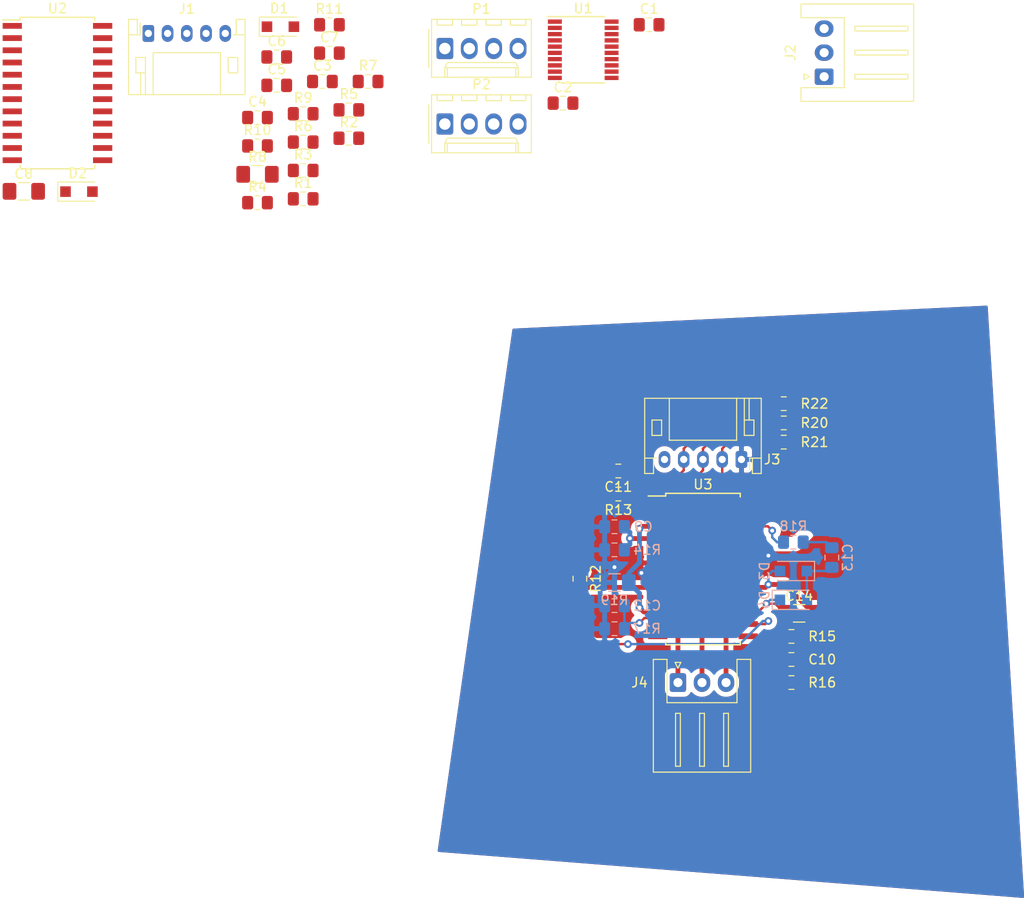
<source format=kicad_pcb>
(kicad_pcb (version 20190331) (host pcbnew "(5.1.0-397-g38f54b437)")

  (general
    (thickness 1.6)
    (drawings 0)
    (tracks 144)
    (modules 49)
    (nets 41)
  )

  (page "A4")
  (layers
    (0 "F.Cu" signal)
    (31 "B.Cu" signal)
    (32 "B.Adhes" user)
    (33 "F.Adhes" user)
    (34 "B.Paste" user)
    (35 "F.Paste" user)
    (36 "B.SilkS" user)
    (37 "F.SilkS" user)
    (38 "B.Mask" user)
    (39 "F.Mask" user)
    (40 "Dwgs.User" user)
    (41 "Cmts.User" user)
    (42 "Eco1.User" user)
    (43 "Eco2.User" user)
    (44 "Edge.Cuts" user)
    (45 "Margin" user)
    (46 "B.CrtYd" user)
    (47 "F.CrtYd" user)
    (48 "B.Fab" user hide)
    (49 "F.Fab" user hide)
  )

  (setup
    (last_trace_width 0.5)
    (user_trace_width 0.5)
    (trace_clearance 0.2)
    (zone_clearance 0.508)
    (zone_45_only no)
    (trace_min 0.2)
    (via_size 0.8)
    (via_drill 0.4)
    (via_min_size 0.4)
    (via_min_drill 0.3)
    (uvia_size 0.3)
    (uvia_drill 0.1)
    (uvias_allowed no)
    (uvia_min_size 0.2)
    (uvia_min_drill 0.1)
    (edge_width 0.05)
    (segment_width 0.2)
    (pcb_text_width 0.3)
    (pcb_text_size 1.5 1.5)
    (mod_edge_width 0.12)
    (mod_text_size 1 1)
    (mod_text_width 0.15)
    (pad_size 1.524 1.524)
    (pad_drill 0.762)
    (pad_to_mask_clearance 0.051)
    (solder_mask_min_width 0.25)
    (aux_axis_origin 0 0)
    (visible_elements FFFFEF7F)
    (pcbplotparams
      (layerselection 0x010fc_ffffffff)
      (usegerberextensions false)
      (usegerberattributes false)
      (usegerberadvancedattributes false)
      (creategerberjobfile false)
      (excludeedgelayer true)
      (linewidth 0.100000)
      (plotframeref false)
      (viasonmask false)
      (mode 1)
      (useauxorigin false)
      (hpglpennumber 1)
      (hpglpenspeed 20)
      (hpglpendiameter 15.000000)
      (psnegative false)
      (psa4output false)
      (plotreference true)
      (plotvalue true)
      (plotinvisibletext false)
      (padsonsilk false)
      (subtractmaskfromsilk false)
      (outputformat 1)
      (mirror false)
      (drillshape 1)
      (scaleselection 1)
      (outputdirectory ""))
  )

  (net 0 "")
  (net 1 "GND")
  (net 2 "+3V3")
  (net 3 "+5V")
  (net 4 "Net-(C3-Pad1)")
  (net 5 "Net-(C4-Pad1)")
  (net 6 "/Diagnostic_2")
  (net 7 "Net-(C6-Pad1)")
  (net 8 "Net-(C7-Pad2)")
  (net 9 "Net-(C7-Pad1)")
  (net 10 "VCC")
  (net 11 "Net-(C8-Pad1)")
  (net 12 "Net-(C9-Pad1)")
  (net 13 "Net-(C10-Pad1)")
  (net 14 "/Diagnostic_1")
  (net 15 "Net-(C12-Pad1)")
  (net 16 "Net-(C13-Pad2)")
  (net 17 "Net-(C13-Pad1)")
  (net 18 "Net-(C14-Pad1)")
  (net 19 "/MotorA/Hall_Sensor3")
  (net 20 "/MotorA/Hall_Sensor1")
  (net 21 "/MotorA/Hall_Sensor2")
  (net 22 "/MotorA/Motor_Winding3")
  (net 23 "/MotorA/Motor_Winding2")
  (net 24 "/MotorA/Motor_Winding1")
  (net 25 "/MotorB/Hall_Sensor3")
  (net 26 "/MotorB/Hall_Sensor1")
  (net 27 "/MotorB/Hall_Sensor2")
  (net 28 "/MotorB/Motor_Winding3")
  (net 29 "/MotorB/Motor_Winding2")
  (net 30 "/MotorB/Motor_Winding1")
  (net 31 "/Encoders/Ch_B1(+5V)")
  (net 32 "/Encoders/Ch_A1(+5V)")
  (net 33 "/Encoders/Ch_B2(+5V)")
  (net 34 "/Encoders/Ch_A2(+5V)")
  (net 35 "/Tachometer_2")
  (net 36 "Net-(R7-Pad2)")
  (net 37 "Net-(R8-Pad2)")
  (net 38 "/Tachometer_1")
  (net 39 "Net-(R18-Pad2)")
  (net 40 "Net-(R19-Pad2)")

  (net_class "Default" "This is the default net class."
    (clearance 0.2)
    (trace_width 0.25)
    (via_dia 0.8)
    (via_drill 0.4)
    (uvia_dia 0.3)
    (uvia_drill 0.1)
    (add_net "+3V3")
    (add_net "+5V")
    (add_net "/Brake_2")
    (add_net "/Ch_A1")
    (add_net "/Ch_A2")
    (add_net "/Ch_B1")
    (add_net "/Ch_B2")
    (add_net "/Diagnostic_1")
    (add_net "/Diagnostic_2")
    (add_net "/Direction_2")
    (add_net "/Enable_1")
    (add_net "/Enable_2")
    (add_net "/Encoders/Ch_A1(+5V)")
    (add_net "/Encoders/Ch_A2(+5V)")
    (add_net "/Encoders/Ch_B1(+5V)")
    (add_net "/Encoders/Ch_B2(+5V)")
    (add_net "/MotorA/Hall_Sensor1")
    (add_net "/MotorA/Hall_Sensor2")
    (add_net "/MotorA/Hall_Sensor3")
    (add_net "/MotorA/Hall_VCC")
    (add_net "/MotorA/Motor_Winding1")
    (add_net "/MotorA/Motor_Winding2")
    (add_net "/MotorA/Motor_Winding3")
    (add_net "/MotorB/Hall_Sensor1")
    (add_net "/MotorB/Hall_Sensor2")
    (add_net "/MotorB/Hall_Sensor3")
    (add_net "/MotorB/Hall_VCC")
    (add_net "/MotorB/Motor_Winding1")
    (add_net "/MotorB/Motor_Winding2")
    (add_net "/MotorB/Motor_Winding3")
    (add_net "/Tachometer_1")
    (add_net "/Tachometer_2")
    (add_net "GND")
    (add_net "Net-(C10-Pad1)")
    (add_net "Net-(C12-Pad1)")
    (add_net "Net-(C13-Pad1)")
    (add_net "Net-(C13-Pad2)")
    (add_net "Net-(C14-Pad1)")
    (add_net "Net-(C3-Pad1)")
    (add_net "Net-(C4-Pad1)")
    (add_net "Net-(C6-Pad1)")
    (add_net "Net-(C7-Pad1)")
    (add_net "Net-(C7-Pad2)")
    (add_net "Net-(C8-Pad1)")
    (add_net "Net-(C9-Pad1)")
    (add_net "Net-(R18-Pad2)")
    (add_net "Net-(R19-Pad2)")
    (add_net "Net-(R7-Pad2)")
    (add_net "Net-(R8-Pad2)")
    (add_net "Net-(U1-Pad1)")
    (add_net "Net-(U1-Pad16)")
    (add_net "Net-(U1-Pad17)")
    (add_net "Net-(U1-Pad18)")
    (add_net "Net-(U1-Pad20)")
    (add_net "Net-(U1-Pad3)")
    (add_net "Net-(U1-Pad4)")
    (add_net "Net-(U1-Pad5)")
    (add_net "VCC")
  )

  (module "Resistor_SMD:R_1206_3216Metric_Pad1.42x1.75mm_HandSolder" (layer "B.Cu") (tedit 5B301BBD) (tstamp 5CD0A33E)
    (at 115.4 93.8)
    (descr "Resistor SMD 1206 (3216 Metric), square (rectangular) end terminal, IPC_7351 nominal with elongated pad for handsoldering. (Body size source: http://www.tortai-tech.com/upload/download/2011102023233369053.pdf), generated with kicad-footprint-generator")
    (tags "resistor handsolder")
    (path "/5CD8A05D/5CD687DC")
    (attr smd)
    (fp_text reference "R19" (at 0 1.82 180) (layer "B.SilkS")
      (effects (font (size 1 1) (thickness 0.15)) (justify mirror))
    )
    (fp_text value "0.3" (at 0 -1.82 180) (layer "B.Fab")
      (effects (font (size 1 1) (thickness 0.15)) (justify mirror))
    )
    (fp_text user "%R" (at 0 0 180) (layer "B.Fab")
      (effects (font (size 0.8 0.8) (thickness 0.12)) (justify mirror))
    )
    (fp_line (start 2.45 -1.12) (end -2.45 -1.12) (layer "B.CrtYd") (width 0.05))
    (fp_line (start 2.45 1.12) (end 2.45 -1.12) (layer "B.CrtYd") (width 0.05))
    (fp_line (start -2.45 1.12) (end 2.45 1.12) (layer "B.CrtYd") (width 0.05))
    (fp_line (start -2.45 -1.12) (end -2.45 1.12) (layer "B.CrtYd") (width 0.05))
    (fp_line (start -0.602064 -0.91) (end 0.602064 -0.91) (layer "B.SilkS") (width 0.12))
    (fp_line (start -0.602064 0.91) (end 0.602064 0.91) (layer "B.SilkS") (width 0.12))
    (fp_line (start 1.6 -0.8) (end -1.6 -0.8) (layer "B.Fab") (width 0.1))
    (fp_line (start 1.6 0.8) (end 1.6 -0.8) (layer "B.Fab") (width 0.1))
    (fp_line (start -1.6 0.8) (end 1.6 0.8) (layer "B.Fab") (width 0.1))
    (fp_line (start -1.6 -0.8) (end -1.6 0.8) (layer "B.Fab") (width 0.1))
    (pad "2" smd roundrect (at 1.4875 0) (size 1.425 1.75) (layers "B.Cu" "B.Paste" "B.Mask") (roundrect_rratio 0.175439)
      (net 40 "Net-(R19-Pad2)"))
    (pad "1" smd roundrect (at -1.4875 0) (size 1.425 1.75) (layers "B.Cu" "B.Paste" "B.Mask") (roundrect_rratio 0.175439)
      (net 1 "GND"))
    (model "${KISYS3DMOD}/Resistor_SMD.3dshapes/R_1206_3216Metric.wrl"
      (at (xyz 0 0 0))
      (scale (xyz 1 1 1))
      (rotate (xyz 0 0 0))
    )
  )

  (module "Resistor_SMD:R_1206_3216Metric_Pad1.42x1.75mm_HandSolder" (layer "F.Cu") (tedit 5B301BBD) (tstamp 5CD075A9)
    (at 78.28 51.35)
    (descr "Resistor SMD 1206 (3216 Metric), square (rectangular) end terminal, IPC_7351 nominal with elongated pad for handsoldering. (Body size source: http://www.tortai-tech.com/upload/download/2011102023233369053.pdf), generated with kicad-footprint-generator")
    (tags "resistor handsolder")
    (path "/5CD3A78B/5CD687DC")
    (attr smd)
    (fp_text reference "R8" (at 0 -1.82) (layer "F.SilkS")
      (effects (font (size 1 1) (thickness 0.15)))
    )
    (fp_text value "0.3" (at 0 1.82) (layer "F.Fab")
      (effects (font (size 1 1) (thickness 0.15)))
    )
    (fp_text user "%R" (at 0 0) (layer "F.Fab")
      (effects (font (size 0.8 0.8) (thickness 0.12)))
    )
    (fp_line (start 2.45 1.12) (end -2.45 1.12) (layer "F.CrtYd") (width 0.05))
    (fp_line (start 2.45 -1.12) (end 2.45 1.12) (layer "F.CrtYd") (width 0.05))
    (fp_line (start -2.45 -1.12) (end 2.45 -1.12) (layer "F.CrtYd") (width 0.05))
    (fp_line (start -2.45 1.12) (end -2.45 -1.12) (layer "F.CrtYd") (width 0.05))
    (fp_line (start -0.602064 0.91) (end 0.602064 0.91) (layer "F.SilkS") (width 0.12))
    (fp_line (start -0.602064 -0.91) (end 0.602064 -0.91) (layer "F.SilkS") (width 0.12))
    (fp_line (start 1.6 0.8) (end -1.6 0.8) (layer "F.Fab") (width 0.1))
    (fp_line (start 1.6 -0.8) (end 1.6 0.8) (layer "F.Fab") (width 0.1))
    (fp_line (start -1.6 -0.8) (end 1.6 -0.8) (layer "F.Fab") (width 0.1))
    (fp_line (start -1.6 0.8) (end -1.6 -0.8) (layer "F.Fab") (width 0.1))
    (pad "2" smd roundrect (at 1.4875 0) (size 1.425 1.75) (layers "F.Cu" "F.Paste" "F.Mask") (roundrect_rratio 0.175439)
      (net 37 "Net-(R8-Pad2)"))
    (pad "1" smd roundrect (at -1.4875 0) (size 1.425 1.75) (layers "F.Cu" "F.Paste" "F.Mask") (roundrect_rratio 0.175439)
      (net 1 "GND"))
    (model "${KISYS3DMOD}/Resistor_SMD.3dshapes/R_1206_3216Metric.wrl"
      (at (xyz 0 0 0))
      (scale (xyz 1 1 1))
      (rotate (xyz 0 0 0))
    )
  )

  (module "Package_SO:SOIC-24W_7.5x15.4mm_P1.27mm" (layer "F.Cu") (tedit 5A02F2D3) (tstamp 5CD07715)
    (at 124.6 92.4)
    (descr "24-Lead Plastic Small Outline (SO) - Wide, 7.50 mm Body [SOIC] (see Microchip Packaging Specification 00000049BS.pdf)")
    (tags "SOIC 1.27")
    (path "/5CD8A05D/5CD5D8EA")
    (attr smd)
    (fp_text reference "U3" (at 0 -8.8) (layer "F.SilkS")
      (effects (font (size 1 1) (thickness 0.15)))
    )
    (fp_text value "L6235PD" (at 0 8.8) (layer "F.Fab")
      (effects (font (size 1 1) (thickness 0.15)))
    )
    (fp_line (start -3.875 -7.6) (end -5.7 -7.6) (layer "F.SilkS") (width 0.15))
    (fp_line (start -3.875 7.875) (end 3.875 7.875) (layer "F.SilkS") (width 0.15))
    (fp_line (start -3.875 -7.875) (end 3.875 -7.875) (layer "F.SilkS") (width 0.15))
    (fp_line (start -3.875 7.875) (end -3.875 7.51) (layer "F.SilkS") (width 0.15))
    (fp_line (start 3.875 7.875) (end 3.875 7.51) (layer "F.SilkS") (width 0.15))
    (fp_line (start 3.875 -7.875) (end 3.875 -7.51) (layer "F.SilkS") (width 0.15))
    (fp_line (start -3.875 -7.875) (end -3.875 -7.6) (layer "F.SilkS") (width 0.15))
    (fp_line (start -5.95 8.05) (end 5.95 8.05) (layer "F.CrtYd") (width 0.05))
    (fp_line (start -5.95 -8.05) (end 5.95 -8.05) (layer "F.CrtYd") (width 0.05))
    (fp_line (start 5.95 -8.05) (end 5.95 8.05) (layer "F.CrtYd") (width 0.05))
    (fp_line (start -5.95 -8.05) (end -5.95 8.05) (layer "F.CrtYd") (width 0.05))
    (fp_line (start -3.75 -6.7) (end -2.75 -7.7) (layer "F.Fab") (width 0.15))
    (fp_line (start -3.75 7.7) (end -3.75 -6.7) (layer "F.Fab") (width 0.15))
    (fp_line (start 3.75 7.7) (end -3.75 7.7) (layer "F.Fab") (width 0.15))
    (fp_line (start 3.75 -7.7) (end 3.75 7.7) (layer "F.Fab") (width 0.15))
    (fp_line (start -2.75 -7.7) (end 3.75 -7.7) (layer "F.Fab") (width 0.15))
    (fp_text user "%R" (at 0 0) (layer "F.Fab")
      (effects (font (size 1 1) (thickness 0.15)))
    )
    (pad "24" smd rect (at 4.7 -6.985) (size 2 0.6) (layers "F.Cu" "F.Paste" "F.Mask")
      (net 25 "/MotorB/Hall_Sensor3"))
    (pad "23" smd rect (at 4.7 -5.715) (size 2 0.6) (layers "F.Cu" "F.Paste" "F.Mask")
      (net 27 "/MotorB/Hall_Sensor2"))
    (pad "22" smd rect (at 4.7 -4.445) (size 2 0.6) (layers "F.Cu" "F.Paste" "F.Mask")
      (net 39 "Net-(R18-Pad2)"))
    (pad "21" smd rect (at 4.7 -3.175) (size 2 0.6) (layers "F.Cu" "F.Paste" "F.Mask")
      (net 29 "/MotorB/Motor_Winding2"))
    (pad "20" smd rect (at 4.7 -1.905) (size 2 0.6) (layers "F.Cu" "F.Paste" "F.Mask")
      (net 10 "VCC"))
    (pad "19" smd rect (at 4.7 -0.635) (size 2 0.6) (layers "F.Cu" "F.Paste" "F.Mask")
      (net 1 "GND"))
    (pad "18" smd rect (at 4.7 0.635) (size 2 0.6) (layers "F.Cu" "F.Paste" "F.Mask")
      (net 1 "GND"))
    (pad "17" smd rect (at 4.7 1.905) (size 2 0.6) (layers "F.Cu" "F.Paste" "F.Mask")
      (net 10 "VCC"))
    (pad "16" smd rect (at 4.7 3.175) (size 2 0.6) (layers "F.Cu" "F.Paste" "F.Mask")
      (net 28 "/MotorB/Motor_Winding3"))
    (pad "15" smd rect (at 4.7 4.445) (size 2 0.6) (layers "F.Cu" "F.Paste" "F.Mask")
      (net 18 "Net-(C14-Pad1)"))
    (pad "14" smd rect (at 4.7 5.715) (size 2 0.6) (layers "F.Cu" "F.Paste" "F.Mask"))
    (pad "13" smd rect (at 4.7 6.985) (size 2 0.6) (layers "F.Cu" "F.Paste" "F.Mask")
      (net 13 "Net-(C10-Pad1)"))
    (pad "12" smd rect (at -4.7 6.985) (size 2 0.6) (layers "F.Cu" "F.Paste" "F.Mask")
      (net 14 "/Diagnostic_1"))
    (pad "11" smd rect (at -4.7 5.715) (size 2 0.6) (layers "F.Cu" "F.Paste" "F.Mask"))
    (pad "10" smd rect (at -4.7 4.445) (size 2 0.6) (layers "F.Cu" "F.Paste" "F.Mask")
      (net 40 "Net-(R19-Pad2)"))
    (pad "9" smd rect (at -4.7 3.175) (size 2 0.6) (layers "F.Cu" "F.Paste" "F.Mask")
      (net 15 "Net-(C12-Pad1)"))
    (pad "8" smd rect (at -4.7 1.905) (size 2 0.6) (layers "F.Cu" "F.Paste" "F.Mask")
      (net 38 "/Tachometer_1"))
    (pad "7" smd rect (at -4.7 0.635) (size 2 0.6) (layers "F.Cu" "F.Paste" "F.Mask")
      (net 1 "GND"))
    (pad "6" smd rect (at -4.7 -0.635) (size 2 0.6) (layers "F.Cu" "F.Paste" "F.Mask")
      (net 1 "GND"))
    (pad "5" smd rect (at -4.7 -1.905) (size 2 0.6) (layers "F.Cu" "F.Paste" "F.Mask")
      (net 30 "/MotorB/Motor_Winding1"))
    (pad "4" smd rect (at -4.7 -3.175) (size 2 0.6) (layers "F.Cu" "F.Paste" "F.Mask")
      (net 12 "Net-(C9-Pad1)"))
    (pad "3" smd rect (at -4.7 -4.445) (size 2 0.6) (layers "F.Cu" "F.Paste" "F.Mask")
      (net 40 "Net-(R19-Pad2)"))
    (pad "2" smd rect (at -4.7 -5.715) (size 2 0.6) (layers "F.Cu" "F.Paste" "F.Mask")
      (net 14 "/Diagnostic_1"))
    (pad "1" smd rect (at -4.7 -6.985) (size 2 0.6) (layers "F.Cu" "F.Paste" "F.Mask")
      (net 26 "/MotorB/Hall_Sensor1"))
    (model "${KISYS3DMOD}/Package_SO.3dshapes/SOIC-24W_7.5x15.4mm_P1.27mm.wrl"
      (at (xyz 0 0 0))
      (scale (xyz 1 1 1))
      (rotate (xyz 0 0 0))
    )
  )

  (module "Package_SO:SOIC-24W_7.5x15.4mm_P1.27mm" (layer "F.Cu") (tedit 5A02F2D3) (tstamp 5CD076E8)
    (at 57.48 42.9)
    (descr "24-Lead Plastic Small Outline (SO) - Wide, 7.50 mm Body [SOIC] (see Microchip Packaging Specification 00000049BS.pdf)")
    (tags "SOIC 1.27")
    (path "/5CD3A78B/5CD5D8EA")
    (attr smd)
    (fp_text reference "U2" (at 0 -8.8) (layer "F.SilkS")
      (effects (font (size 1 1) (thickness 0.15)))
    )
    (fp_text value "L6235PD" (at 0 8.8) (layer "F.Fab")
      (effects (font (size 1 1) (thickness 0.15)))
    )
    (fp_line (start -3.875 -7.6) (end -5.7 -7.6) (layer "F.SilkS") (width 0.15))
    (fp_line (start -3.875 7.875) (end 3.875 7.875) (layer "F.SilkS") (width 0.15))
    (fp_line (start -3.875 -7.875) (end 3.875 -7.875) (layer "F.SilkS") (width 0.15))
    (fp_line (start -3.875 7.875) (end -3.875 7.51) (layer "F.SilkS") (width 0.15))
    (fp_line (start 3.875 7.875) (end 3.875 7.51) (layer "F.SilkS") (width 0.15))
    (fp_line (start 3.875 -7.875) (end 3.875 -7.51) (layer "F.SilkS") (width 0.15))
    (fp_line (start -3.875 -7.875) (end -3.875 -7.6) (layer "F.SilkS") (width 0.15))
    (fp_line (start -5.95 8.05) (end 5.95 8.05) (layer "F.CrtYd") (width 0.05))
    (fp_line (start -5.95 -8.05) (end 5.95 -8.05) (layer "F.CrtYd") (width 0.05))
    (fp_line (start 5.95 -8.05) (end 5.95 8.05) (layer "F.CrtYd") (width 0.05))
    (fp_line (start -5.95 -8.05) (end -5.95 8.05) (layer "F.CrtYd") (width 0.05))
    (fp_line (start -3.75 -6.7) (end -2.75 -7.7) (layer "F.Fab") (width 0.15))
    (fp_line (start -3.75 7.7) (end -3.75 -6.7) (layer "F.Fab") (width 0.15))
    (fp_line (start 3.75 7.7) (end -3.75 7.7) (layer "F.Fab") (width 0.15))
    (fp_line (start 3.75 -7.7) (end 3.75 7.7) (layer "F.Fab") (width 0.15))
    (fp_line (start -2.75 -7.7) (end 3.75 -7.7) (layer "F.Fab") (width 0.15))
    (fp_text user "%R" (at 0 0) (layer "F.Fab")
      (effects (font (size 1 1) (thickness 0.15)))
    )
    (pad "24" smd rect (at 4.7 -6.985) (size 2 0.6) (layers "F.Cu" "F.Paste" "F.Mask")
      (net 19 "/MotorA/Hall_Sensor3"))
    (pad "23" smd rect (at 4.7 -5.715) (size 2 0.6) (layers "F.Cu" "F.Paste" "F.Mask")
      (net 21 "/MotorA/Hall_Sensor2"))
    (pad "22" smd rect (at 4.7 -4.445) (size 2 0.6) (layers "F.Cu" "F.Paste" "F.Mask")
      (net 36 "Net-(R7-Pad2)"))
    (pad "21" smd rect (at 4.7 -3.175) (size 2 0.6) (layers "F.Cu" "F.Paste" "F.Mask")
      (net 23 "/MotorA/Motor_Winding2"))
    (pad "20" smd rect (at 4.7 -1.905) (size 2 0.6) (layers "F.Cu" "F.Paste" "F.Mask")
      (net 10 "VCC"))
    (pad "19" smd rect (at 4.7 -0.635) (size 2 0.6) (layers "F.Cu" "F.Paste" "F.Mask")
      (net 1 "GND"))
    (pad "18" smd rect (at 4.7 0.635) (size 2 0.6) (layers "F.Cu" "F.Paste" "F.Mask")
      (net 1 "GND"))
    (pad "17" smd rect (at 4.7 1.905) (size 2 0.6) (layers "F.Cu" "F.Paste" "F.Mask")
      (net 10 "VCC"))
    (pad "16" smd rect (at 4.7 3.175) (size 2 0.6) (layers "F.Cu" "F.Paste" "F.Mask")
      (net 22 "/MotorA/Motor_Winding3"))
    (pad "15" smd rect (at 4.7 4.445) (size 2 0.6) (layers "F.Cu" "F.Paste" "F.Mask")
      (net 11 "Net-(C8-Pad1)"))
    (pad "14" smd rect (at 4.7 5.715) (size 2 0.6) (layers "F.Cu" "F.Paste" "F.Mask"))
    (pad "13" smd rect (at 4.7 6.985) (size 2 0.6) (layers "F.Cu" "F.Paste" "F.Mask")
      (net 5 "Net-(C4-Pad1)"))
    (pad "12" smd rect (at -4.7 6.985) (size 2 0.6) (layers "F.Cu" "F.Paste" "F.Mask")
      (net 6 "/Diagnostic_2"))
    (pad "11" smd rect (at -4.7 5.715) (size 2 0.6) (layers "F.Cu" "F.Paste" "F.Mask"))
    (pad "10" smd rect (at -4.7 4.445) (size 2 0.6) (layers "F.Cu" "F.Paste" "F.Mask")
      (net 37 "Net-(R8-Pad2)"))
    (pad "9" smd rect (at -4.7 3.175) (size 2 0.6) (layers "F.Cu" "F.Paste" "F.Mask")
      (net 7 "Net-(C6-Pad1)"))
    (pad "8" smd rect (at -4.7 1.905) (size 2 0.6) (layers "F.Cu" "F.Paste" "F.Mask")
      (net 35 "/Tachometer_2"))
    (pad "7" smd rect (at -4.7 0.635) (size 2 0.6) (layers "F.Cu" "F.Paste" "F.Mask")
      (net 1 "GND"))
    (pad "6" smd rect (at -4.7 -0.635) (size 2 0.6) (layers "F.Cu" "F.Paste" "F.Mask")
      (net 1 "GND"))
    (pad "5" smd rect (at -4.7 -1.905) (size 2 0.6) (layers "F.Cu" "F.Paste" "F.Mask")
      (net 24 "/MotorA/Motor_Winding1"))
    (pad "4" smd rect (at -4.7 -3.175) (size 2 0.6) (layers "F.Cu" "F.Paste" "F.Mask")
      (net 4 "Net-(C3-Pad1)"))
    (pad "3" smd rect (at -4.7 -4.445) (size 2 0.6) (layers "F.Cu" "F.Paste" "F.Mask")
      (net 37 "Net-(R8-Pad2)"))
    (pad "2" smd rect (at -4.7 -5.715) (size 2 0.6) (layers "F.Cu" "F.Paste" "F.Mask")
      (net 6 "/Diagnostic_2"))
    (pad "1" smd rect (at -4.7 -6.985) (size 2 0.6) (layers "F.Cu" "F.Paste" "F.Mask")
      (net 20 "/MotorA/Hall_Sensor1"))
    (model "${KISYS3DMOD}/Package_SO.3dshapes/SOIC-24W_7.5x15.4mm_P1.27mm.wrl"
      (at (xyz 0 0 0))
      (scale (xyz 1 1 1))
      (rotate (xyz 0 0 0))
    )
  )

  (module "Package_SO:TSSOP-20_4.4x6.5mm_P0.65mm" (layer "F.Cu") (tedit 5A02F25C) (tstamp 5CD076BB)
    (at 112.15 38.4)
    (descr "20-Lead Plastic Thin Shrink Small Outline (ST)-4.4 mm Body [TSSOP] (see Microchip Packaging Specification 00000049BS.pdf)")
    (tags "SSOP 0.65")
    (path "/5CD0AFDA/5CD09B9C")
    (attr smd)
    (fp_text reference "U1" (at 0 -4.3) (layer "F.SilkS")
      (effects (font (size 1 1) (thickness 0.15)))
    )
    (fp_text value "TXS0108EPW" (at 0 4.3) (layer "F.Fab")
      (effects (font (size 1 1) (thickness 0.15)))
    )
    (fp_text user "%R" (at 0 0) (layer "F.Fab")
      (effects (font (size 0.8 0.8) (thickness 0.15)))
    )
    (fp_line (start -3.75 -3.45) (end 2.225 -3.45) (layer "F.SilkS") (width 0.15))
    (fp_line (start -2.225 3.45) (end 2.225 3.45) (layer "F.SilkS") (width 0.15))
    (fp_line (start -3.95 3.55) (end 3.95 3.55) (layer "F.CrtYd") (width 0.05))
    (fp_line (start -3.95 -3.55) (end 3.95 -3.55) (layer "F.CrtYd") (width 0.05))
    (fp_line (start 3.95 -3.55) (end 3.95 3.55) (layer "F.CrtYd") (width 0.05))
    (fp_line (start -3.95 -3.55) (end -3.95 3.55) (layer "F.CrtYd") (width 0.05))
    (fp_line (start -2.2 -2.25) (end -1.2 -3.25) (layer "F.Fab") (width 0.15))
    (fp_line (start -2.2 3.25) (end -2.2 -2.25) (layer "F.Fab") (width 0.15))
    (fp_line (start 2.2 3.25) (end -2.2 3.25) (layer "F.Fab") (width 0.15))
    (fp_line (start 2.2 -3.25) (end 2.2 3.25) (layer "F.Fab") (width 0.15))
    (fp_line (start -1.2 -3.25) (end 2.2 -3.25) (layer "F.Fab") (width 0.15))
    (pad "20" smd rect (at 2.95 -2.925) (size 1.45 0.45) (layers "F.Cu" "F.Paste" "F.Mask"))
    (pad "19" smd rect (at 2.95 -2.275) (size 1.45 0.45) (layers "F.Cu" "F.Paste" "F.Mask")
      (net 3 "+5V"))
    (pad "18" smd rect (at 2.95 -1.625) (size 1.45 0.45) (layers "F.Cu" "F.Paste" "F.Mask"))
    (pad "17" smd rect (at 2.95 -0.975) (size 1.45 0.45) (layers "F.Cu" "F.Paste" "F.Mask"))
    (pad "16" smd rect (at 2.95 -0.325) (size 1.45 0.45) (layers "F.Cu" "F.Paste" "F.Mask"))
    (pad "15" smd rect (at 2.95 0.325) (size 1.45 0.45) (layers "F.Cu" "F.Paste" "F.Mask")
      (net 32 "/Encoders/Ch_A1(+5V)"))
    (pad "14" smd rect (at 2.95 0.975) (size 1.45 0.45) (layers "F.Cu" "F.Paste" "F.Mask")
      (net 31 "/Encoders/Ch_B1(+5V)"))
    (pad "13" smd rect (at 2.95 1.625) (size 1.45 0.45) (layers "F.Cu" "F.Paste" "F.Mask")
      (net 34 "/Encoders/Ch_A2(+5V)"))
    (pad "12" smd rect (at 2.95 2.275) (size 1.45 0.45) (layers "F.Cu" "F.Paste" "F.Mask")
      (net 33 "/Encoders/Ch_B2(+5V)"))
    (pad "11" smd rect (at 2.95 2.925) (size 1.45 0.45) (layers "F.Cu" "F.Paste" "F.Mask")
      (net 1 "GND"))
    (pad "10" smd rect (at -2.95 2.925) (size 1.45 0.45) (layers "F.Cu" "F.Paste" "F.Mask")
      (net 2 "+3V3"))
    (pad "9" smd rect (at -2.95 2.275) (size 1.45 0.45) (layers "F.Cu" "F.Paste" "F.Mask"))
    (pad "8" smd rect (at -2.95 1.625) (size 1.45 0.45) (layers "F.Cu" "F.Paste" "F.Mask"))
    (pad "7" smd rect (at -2.95 0.975) (size 1.45 0.45) (layers "F.Cu" "F.Paste" "F.Mask"))
    (pad "6" smd rect (at -2.95 0.325) (size 1.45 0.45) (layers "F.Cu" "F.Paste" "F.Mask"))
    (pad "5" smd rect (at -2.95 -0.325) (size 1.45 0.45) (layers "F.Cu" "F.Paste" "F.Mask"))
    (pad "4" smd rect (at -2.95 -0.975) (size 1.45 0.45) (layers "F.Cu" "F.Paste" "F.Mask"))
    (pad "3" smd rect (at -2.95 -1.625) (size 1.45 0.45) (layers "F.Cu" "F.Paste" "F.Mask"))
    (pad "2" smd rect (at -2.95 -2.275) (size 1.45 0.45) (layers "F.Cu" "F.Paste" "F.Mask")
      (net 2 "+3V3"))
    (pad "1" smd rect (at -2.95 -2.925) (size 1.45 0.45) (layers "F.Cu" "F.Paste" "F.Mask"))
    (model "${KISYS3DMOD}/Package_SO.3dshapes/TSSOP-20_4.4x6.5mm_P0.65mm.wrl"
      (at (xyz 0 0 0))
      (scale (xyz 1 1 1))
      (rotate (xyz 0 0 0))
    )
  )

  (module "Resistor_SMD:R_0805_2012Metric_Pad1.15x1.40mm_HandSolder" (layer "F.Cu") (tedit 5B36C52B) (tstamp 5CD07697)
    (at 133 75.2 180)
    (descr "Resistor SMD 0805 (2012 Metric), square (rectangular) end terminal, IPC_7351 nominal with elongated pad for handsoldering. (Body size source: https://docs.google.com/spreadsheets/d/1BsfQQcO9C6DZCsRaXUlFlo91Tg2WpOkGARC1WS5S8t0/edit?usp=sharing), generated with kicad-footprint-generator")
    (tags "resistor handsolder")
    (path "/5CD8A05D/5CD77F14")
    (attr smd)
    (fp_text reference "R22" (at -3.2 0) (layer "F.SilkS")
      (effects (font (size 1 1) (thickness 0.15)))
    )
    (fp_text value "0" (at 0 1.65) (layer "F.Fab")
      (effects (font (size 1 1) (thickness 0.15)))
    )
    (fp_text user "%R" (at 0 0) (layer "F.Fab")
      (effects (font (size 0.5 0.5) (thickness 0.08)))
    )
    (fp_line (start 1.85 0.95) (end -1.85 0.95) (layer "F.CrtYd") (width 0.05))
    (fp_line (start 1.85 -0.95) (end 1.85 0.95) (layer "F.CrtYd") (width 0.05))
    (fp_line (start -1.85 -0.95) (end 1.85 -0.95) (layer "F.CrtYd") (width 0.05))
    (fp_line (start -1.85 0.95) (end -1.85 -0.95) (layer "F.CrtYd") (width 0.05))
    (fp_line (start -0.261252 0.71) (end 0.261252 0.71) (layer "F.SilkS") (width 0.12))
    (fp_line (start -0.261252 -0.71) (end 0.261252 -0.71) (layer "F.SilkS") (width 0.12))
    (fp_line (start 1 0.6) (end -1 0.6) (layer "F.Fab") (width 0.1))
    (fp_line (start 1 -0.6) (end 1 0.6) (layer "F.Fab") (width 0.1))
    (fp_line (start -1 -0.6) (end 1 -0.6) (layer "F.Fab") (width 0.1))
    (fp_line (start -1 0.6) (end -1 -0.6) (layer "F.Fab") (width 0.1))
    (pad "2" smd roundrect (at 1.025 0 180) (size 1.15 1.4) (layers "F.Cu" "F.Paste" "F.Mask") (roundrect_rratio 0.217391)
      (net 25 "/MotorB/Hall_Sensor3"))
    (pad "1" smd roundrect (at -1.025 0 180) (size 1.15 1.4) (layers "F.Cu" "F.Paste" "F.Mask") (roundrect_rratio 0.217391)
      (net 3 "+5V"))
    (model "${KISYS3DMOD}/Resistor_SMD.3dshapes/R_0805_2012Metric.wrl"
      (at (xyz 0 0 0))
      (scale (xyz 1 1 1))
      (rotate (xyz 0 0 0))
    )
  )

  (module "Resistor_SMD:R_0805_2012Metric_Pad1.15x1.40mm_HandSolder" (layer "F.Cu") (tedit 5B36C52B) (tstamp 5CD07686)
    (at 133 79.2 180)
    (descr "Resistor SMD 0805 (2012 Metric), square (rectangular) end terminal, IPC_7351 nominal with elongated pad for handsoldering. (Body size source: https://docs.google.com/spreadsheets/d/1BsfQQcO9C6DZCsRaXUlFlo91Tg2WpOkGARC1WS5S8t0/edit?usp=sharing), generated with kicad-footprint-generator")
    (tags "resistor handsolder")
    (path "/5CD8A05D/5CD779A5")
    (attr smd)
    (fp_text reference "R21" (at -3.2 0) (layer "F.SilkS")
      (effects (font (size 1 1) (thickness 0.15)))
    )
    (fp_text value "0" (at 0 1.65) (layer "F.Fab")
      (effects (font (size 1 1) (thickness 0.15)))
    )
    (fp_text user "%R" (at 0 0) (layer "F.Fab")
      (effects (font (size 0.5 0.5) (thickness 0.08)))
    )
    (fp_line (start 1.85 0.95) (end -1.85 0.95) (layer "F.CrtYd") (width 0.05))
    (fp_line (start 1.85 -0.95) (end 1.85 0.95) (layer "F.CrtYd") (width 0.05))
    (fp_line (start -1.85 -0.95) (end 1.85 -0.95) (layer "F.CrtYd") (width 0.05))
    (fp_line (start -1.85 0.95) (end -1.85 -0.95) (layer "F.CrtYd") (width 0.05))
    (fp_line (start -0.261252 0.71) (end 0.261252 0.71) (layer "F.SilkS") (width 0.12))
    (fp_line (start -0.261252 -0.71) (end 0.261252 -0.71) (layer "F.SilkS") (width 0.12))
    (fp_line (start 1 0.6) (end -1 0.6) (layer "F.Fab") (width 0.1))
    (fp_line (start 1 -0.6) (end 1 0.6) (layer "F.Fab") (width 0.1))
    (fp_line (start -1 -0.6) (end 1 -0.6) (layer "F.Fab") (width 0.1))
    (fp_line (start -1 0.6) (end -1 -0.6) (layer "F.Fab") (width 0.1))
    (pad "2" smd roundrect (at 1.025 0 180) (size 1.15 1.4) (layers "F.Cu" "F.Paste" "F.Mask") (roundrect_rratio 0.217391)
      (net 27 "/MotorB/Hall_Sensor2"))
    (pad "1" smd roundrect (at -1.025 0 180) (size 1.15 1.4) (layers "F.Cu" "F.Paste" "F.Mask") (roundrect_rratio 0.217391)
      (net 3 "+5V"))
    (model "${KISYS3DMOD}/Resistor_SMD.3dshapes/R_0805_2012Metric.wrl"
      (at (xyz 0 0 0))
      (scale (xyz 1 1 1))
      (rotate (xyz 0 0 0))
    )
  )

  (module "Resistor_SMD:R_0805_2012Metric_Pad1.15x1.40mm_HandSolder" (layer "F.Cu") (tedit 5B36C52B) (tstamp 5CD07675)
    (at 133 77.2 180)
    (descr "Resistor SMD 0805 (2012 Metric), square (rectangular) end terminal, IPC_7351 nominal with elongated pad for handsoldering. (Body size source: https://docs.google.com/spreadsheets/d/1BsfQQcO9C6DZCsRaXUlFlo91Tg2WpOkGARC1WS5S8t0/edit?usp=sharing), generated with kicad-footprint-generator")
    (tags "resistor handsolder")
    (path "/5CD8A05D/5CD770C3")
    (attr smd)
    (fp_text reference "R20" (at -3.2 0) (layer "F.SilkS")
      (effects (font (size 1 1) (thickness 0.15)))
    )
    (fp_text value "0" (at 0 1.65) (layer "F.Fab")
      (effects (font (size 1 1) (thickness 0.15)))
    )
    (fp_text user "%R" (at 0 0) (layer "F.Fab")
      (effects (font (size 0.5 0.5) (thickness 0.08)))
    )
    (fp_line (start 1.85 0.95) (end -1.85 0.95) (layer "F.CrtYd") (width 0.05))
    (fp_line (start 1.85 -0.95) (end 1.85 0.95) (layer "F.CrtYd") (width 0.05))
    (fp_line (start -1.85 -0.95) (end 1.85 -0.95) (layer "F.CrtYd") (width 0.05))
    (fp_line (start -1.85 0.95) (end -1.85 -0.95) (layer "F.CrtYd") (width 0.05))
    (fp_line (start -0.261252 0.71) (end 0.261252 0.71) (layer "F.SilkS") (width 0.12))
    (fp_line (start -0.261252 -0.71) (end 0.261252 -0.71) (layer "F.SilkS") (width 0.12))
    (fp_line (start 1 0.6) (end -1 0.6) (layer "F.Fab") (width 0.1))
    (fp_line (start 1 -0.6) (end 1 0.6) (layer "F.Fab") (width 0.1))
    (fp_line (start -1 -0.6) (end 1 -0.6) (layer "F.Fab") (width 0.1))
    (fp_line (start -1 0.6) (end -1 -0.6) (layer "F.Fab") (width 0.1))
    (pad "2" smd roundrect (at 1.025 0 180) (size 1.15 1.4) (layers "F.Cu" "F.Paste" "F.Mask") (roundrect_rratio 0.217391)
      (net 26 "/MotorB/Hall_Sensor1"))
    (pad "1" smd roundrect (at -1.025 0 180) (size 1.15 1.4) (layers "F.Cu" "F.Paste" "F.Mask") (roundrect_rratio 0.217391)
      (net 3 "+5V"))
    (model "${KISYS3DMOD}/Resistor_SMD.3dshapes/R_0805_2012Metric.wrl"
      (at (xyz 0 0 0))
      (scale (xyz 1 1 1))
      (rotate (xyz 0 0 0))
    )
  )

  (module "Resistor_SMD:R_0805_2012Metric_Pad1.15x1.40mm_HandSolder" (layer "B.Cu") (tedit 5B36C52B) (tstamp 5CD088E2)
    (at 134 89.6 180)
    (descr "Resistor SMD 0805 (2012 Metric), square (rectangular) end terminal, IPC_7351 nominal with elongated pad for handsoldering. (Body size source: https://docs.google.com/spreadsheets/d/1BsfQQcO9C6DZCsRaXUlFlo91Tg2WpOkGARC1WS5S8t0/edit?usp=sharing), generated with kicad-footprint-generator")
    (tags "resistor handsolder")
    (path "/5CD8A05D/5CD6245D")
    (attr smd)
    (fp_text reference "R18" (at 0 1.65) (layer "B.SilkS")
      (effects (font (size 1 1) (thickness 0.15)) (justify mirror))
    )
    (fp_text value "100" (at 0 -1.65) (layer "B.Fab")
      (effects (font (size 1 1) (thickness 0.15)) (justify mirror))
    )
    (fp_text user "%R" (at 0 0) (layer "B.Fab")
      (effects (font (size 0.5 0.5) (thickness 0.08)) (justify mirror))
    )
    (fp_line (start 1.85 -0.95) (end -1.85 -0.95) (layer "B.CrtYd") (width 0.05))
    (fp_line (start 1.85 0.95) (end 1.85 -0.95) (layer "B.CrtYd") (width 0.05))
    (fp_line (start -1.85 0.95) (end 1.85 0.95) (layer "B.CrtYd") (width 0.05))
    (fp_line (start -1.85 -0.95) (end -1.85 0.95) (layer "B.CrtYd") (width 0.05))
    (fp_line (start -0.261252 -0.71) (end 0.261252 -0.71) (layer "B.SilkS") (width 0.12))
    (fp_line (start -0.261252 0.71) (end 0.261252 0.71) (layer "B.SilkS") (width 0.12))
    (fp_line (start 1 -0.6) (end -1 -0.6) (layer "B.Fab") (width 0.1))
    (fp_line (start 1 0.6) (end 1 -0.6) (layer "B.Fab") (width 0.1))
    (fp_line (start -1 0.6) (end 1 0.6) (layer "B.Fab") (width 0.1))
    (fp_line (start -1 -0.6) (end -1 0.6) (layer "B.Fab") (width 0.1))
    (pad "2" smd roundrect (at 1.025 0 180) (size 1.15 1.4) (layers "B.Cu" "B.Paste" "B.Mask") (roundrect_rratio 0.217391)
      (net 39 "Net-(R18-Pad2)"))
    (pad "1" smd roundrect (at -1.025 0 180) (size 1.15 1.4) (layers "B.Cu" "B.Paste" "B.Mask") (roundrect_rratio 0.217391)
      (net 16 "Net-(C13-Pad2)"))
    (model "${KISYS3DMOD}/Resistor_SMD.3dshapes/R_0805_2012Metric.wrl"
      (at (xyz 0 0 0))
      (scale (xyz 1 1 1))
      (rotate (xyz 0 0 0))
    )
  )

  (module "Resistor_SMD:R_0805_2012Metric_Pad1.15x1.40mm_HandSolder" (layer "B.Cu") (tedit 5B36C52B) (tstamp 5CD07642)
    (at 115.4 98.6 180)
    (descr "Resistor SMD 0805 (2012 Metric), square (rectangular) end terminal, IPC_7351 nominal with elongated pad for handsoldering. (Body size source: https://docs.google.com/spreadsheets/d/1BsfQQcO9C6DZCsRaXUlFlo91Tg2WpOkGARC1WS5S8t0/edit?usp=sharing), generated with kicad-footprint-generator")
    (tags "resistor handsolder")
    (path "/5CD8A05D/5CD7307D")
    (attr smd)
    (fp_text reference "R17" (at -3.375 0) (layer "B.SilkS")
      (effects (font (size 1 1) (thickness 0.15)) (justify mirror))
    )
    (fp_text value "47k" (at 0 -1.65) (layer "B.Fab")
      (effects (font (size 1 1) (thickness 0.15)) (justify mirror))
    )
    (fp_text user "%R" (at 0 0) (layer "B.Fab")
      (effects (font (size 0.5 0.5) (thickness 0.08)) (justify mirror))
    )
    (fp_line (start 1.85 -0.95) (end -1.85 -0.95) (layer "B.CrtYd") (width 0.05))
    (fp_line (start 1.85 0.95) (end 1.85 -0.95) (layer "B.CrtYd") (width 0.05))
    (fp_line (start -1.85 0.95) (end 1.85 0.95) (layer "B.CrtYd") (width 0.05))
    (fp_line (start -1.85 -0.95) (end -1.85 0.95) (layer "B.CrtYd") (width 0.05))
    (fp_line (start -0.261252 -0.71) (end 0.261252 -0.71) (layer "B.SilkS") (width 0.12))
    (fp_line (start -0.261252 0.71) (end 0.261252 0.71) (layer "B.SilkS") (width 0.12))
    (fp_line (start 1 -0.6) (end -1 -0.6) (layer "B.Fab") (width 0.1))
    (fp_line (start 1 0.6) (end 1 -0.6) (layer "B.Fab") (width 0.1))
    (fp_line (start -1 0.6) (end 1 0.6) (layer "B.Fab") (width 0.1))
    (fp_line (start -1 -0.6) (end -1 0.6) (layer "B.Fab") (width 0.1))
    (pad "2" smd roundrect (at 1.025 0 180) (size 1.15 1.4) (layers "B.Cu" "B.Paste" "B.Mask") (roundrect_rratio 0.217391)
      (net 1 "GND"))
    (pad "1" smd roundrect (at -1.025 0 180) (size 1.15 1.4) (layers "B.Cu" "B.Paste" "B.Mask") (roundrect_rratio 0.217391)
      (net 15 "Net-(C12-Pad1)"))
    (model "${KISYS3DMOD}/Resistor_SMD.3dshapes/R_0805_2012Metric.wrl"
      (at (xyz 0 0 0))
      (scale (xyz 1 1 1))
      (rotate (xyz 0 0 0))
    )
  )

  (module "Resistor_SMD:R_0805_2012Metric_Pad1.15x1.40mm_HandSolder" (layer "F.Cu") (tedit 5B36C52B) (tstamp 5CD07631)
    (at 133.8 104.2)
    (descr "Resistor SMD 0805 (2012 Metric), square (rectangular) end terminal, IPC_7351 nominal with elongated pad for handsoldering. (Body size source: https://docs.google.com/spreadsheets/d/1BsfQQcO9C6DZCsRaXUlFlo91Tg2WpOkGARC1WS5S8t0/edit?usp=sharing), generated with kicad-footprint-generator")
    (tags "resistor handsolder")
    (path "/5CD8A05D/5CD6EC81")
    (attr smd)
    (fp_text reference "R16" (at 3.2 0) (layer "F.SilkS")
      (effects (font (size 1 1) (thickness 0.15)))
    )
    (fp_text value "220" (at 0 1.65) (layer "F.Fab")
      (effects (font (size 1 1) (thickness 0.15)))
    )
    (fp_text user "%R" (at 0 0) (layer "F.Fab")
      (effects (font (size 0.5 0.5) (thickness 0.08)))
    )
    (fp_line (start 1.85 0.95) (end -1.85 0.95) (layer "F.CrtYd") (width 0.05))
    (fp_line (start 1.85 -0.95) (end 1.85 0.95) (layer "F.CrtYd") (width 0.05))
    (fp_line (start -1.85 -0.95) (end 1.85 -0.95) (layer "F.CrtYd") (width 0.05))
    (fp_line (start -1.85 0.95) (end -1.85 -0.95) (layer "F.CrtYd") (width 0.05))
    (fp_line (start -0.261252 0.71) (end 0.261252 0.71) (layer "F.SilkS") (width 0.12))
    (fp_line (start -0.261252 -0.71) (end 0.261252 -0.71) (layer "F.SilkS") (width 0.12))
    (fp_line (start 1 0.6) (end -1 0.6) (layer "F.Fab") (width 0.1))
    (fp_line (start 1 -0.6) (end 1 0.6) (layer "F.Fab") (width 0.1))
    (fp_line (start -1 -0.6) (end 1 -0.6) (layer "F.Fab") (width 0.1))
    (fp_line (start -1 0.6) (end -1 -0.6) (layer "F.Fab") (width 0.1))
    (pad "2" smd roundrect (at 1.025 0) (size 1.15 1.4) (layers "F.Cu" "F.Paste" "F.Mask") (roundrect_rratio 0.217391)
      (net 1 "GND"))
    (pad "1" smd roundrect (at -1.025 0) (size 1.15 1.4) (layers "F.Cu" "F.Paste" "F.Mask") (roundrect_rratio 0.217391)
      (net 13 "Net-(C10-Pad1)"))
    (model "${KISYS3DMOD}/Resistor_SMD.3dshapes/R_0805_2012Metric.wrl"
      (at (xyz 0 0 0))
      (scale (xyz 1 1 1))
      (rotate (xyz 0 0 0))
    )
  )

  (module "Resistor_SMD:R_0805_2012Metric_Pad1.15x1.40mm_HandSolder" (layer "F.Cu") (tedit 5B36C52B) (tstamp 5CD07620)
    (at 133.8 99.4 180)
    (descr "Resistor SMD 0805 (2012 Metric), square (rectangular) end terminal, IPC_7351 nominal with elongated pad for handsoldering. (Body size source: https://docs.google.com/spreadsheets/d/1BsfQQcO9C6DZCsRaXUlFlo91Tg2WpOkGARC1WS5S8t0/edit?usp=sharing), generated with kicad-footprint-generator")
    (tags "resistor handsolder")
    (path "/5CD8A05D/5CD70289")
    (attr smd)
    (fp_text reference "R15" (at -3.2 0) (layer "F.SilkS")
      (effects (font (size 1 1) (thickness 0.15)))
    )
    (fp_text value "1k2" (at 0 1.65) (layer "F.Fab")
      (effects (font (size 1 1) (thickness 0.15)))
    )
    (fp_text user "%R" (at 0 0) (layer "F.Fab")
      (effects (font (size 0.5 0.5) (thickness 0.08)))
    )
    (fp_line (start 1.85 0.95) (end -1.85 0.95) (layer "F.CrtYd") (width 0.05))
    (fp_line (start 1.85 -0.95) (end 1.85 0.95) (layer "F.CrtYd") (width 0.05))
    (fp_line (start -1.85 -0.95) (end 1.85 -0.95) (layer "F.CrtYd") (width 0.05))
    (fp_line (start -1.85 0.95) (end -1.85 -0.95) (layer "F.CrtYd") (width 0.05))
    (fp_line (start -0.261252 0.71) (end 0.261252 0.71) (layer "F.SilkS") (width 0.12))
    (fp_line (start -0.261252 -0.71) (end 0.261252 -0.71) (layer "F.SilkS") (width 0.12))
    (fp_line (start 1 0.6) (end -1 0.6) (layer "F.Fab") (width 0.1))
    (fp_line (start 1 -0.6) (end 1 0.6) (layer "F.Fab") (width 0.1))
    (fp_line (start -1 -0.6) (end 1 -0.6) (layer "F.Fab") (width 0.1))
    (fp_line (start -1 0.6) (end -1 -0.6) (layer "F.Fab") (width 0.1))
    (pad "2" smd roundrect (at 1.025 0 180) (size 1.15 1.4) (layers "F.Cu" "F.Paste" "F.Mask") (roundrect_rratio 0.217391)
      (net 13 "Net-(C10-Pad1)"))
    (pad "1" smd roundrect (at -1.025 0 180) (size 1.15 1.4) (layers "F.Cu" "F.Paste" "F.Mask") (roundrect_rratio 0.217391)
      (net 2 "+3V3"))
    (model "${KISYS3DMOD}/Resistor_SMD.3dshapes/R_0805_2012Metric.wrl"
      (at (xyz 0 0 0))
      (scale (xyz 1 1 1))
      (rotate (xyz 0 0 0))
    )
  )

  (module "Resistor_SMD:R_0805_2012Metric_Pad1.15x1.40mm_HandSolder" (layer "B.Cu") (tedit 5B36C52B) (tstamp 5CD0760F)
    (at 115.4 90.4 180)
    (descr "Resistor SMD 0805 (2012 Metric), square (rectangular) end terminal, IPC_7351 nominal with elongated pad for handsoldering. (Body size source: https://docs.google.com/spreadsheets/d/1BsfQQcO9C6DZCsRaXUlFlo91Tg2WpOkGARC1WS5S8t0/edit?usp=sharing), generated with kicad-footprint-generator")
    (tags "resistor handsolder")
    (path "/5CD8A05D/5CD713A7")
    (attr smd)
    (fp_text reference "R14" (at -3.4 0 180) (layer "B.SilkS")
      (effects (font (size 1 1) (thickness 0.15)) (justify mirror))
    )
    (fp_text value "35k" (at 0 -1.65 180) (layer "B.Fab")
      (effects (font (size 1 1) (thickness 0.15)) (justify mirror))
    )
    (fp_text user "%R" (at 0 0 180) (layer "B.Fab")
      (effects (font (size 0.5 0.5) (thickness 0.08)) (justify mirror))
    )
    (fp_line (start 1.85 -0.95) (end -1.85 -0.95) (layer "B.CrtYd") (width 0.05))
    (fp_line (start 1.85 0.95) (end 1.85 -0.95) (layer "B.CrtYd") (width 0.05))
    (fp_line (start -1.85 0.95) (end 1.85 0.95) (layer "B.CrtYd") (width 0.05))
    (fp_line (start -1.85 -0.95) (end -1.85 0.95) (layer "B.CrtYd") (width 0.05))
    (fp_line (start -0.261252 -0.71) (end 0.261252 -0.71) (layer "B.SilkS") (width 0.12))
    (fp_line (start -0.261252 0.71) (end 0.261252 0.71) (layer "B.SilkS") (width 0.12))
    (fp_line (start 1 -0.6) (end -1 -0.6) (layer "B.Fab") (width 0.1))
    (fp_line (start 1 0.6) (end 1 -0.6) (layer "B.Fab") (width 0.1))
    (fp_line (start -1 0.6) (end 1 0.6) (layer "B.Fab") (width 0.1))
    (fp_line (start -1 -0.6) (end -1 0.6) (layer "B.Fab") (width 0.1))
    (pad "2" smd roundrect (at 1.025 0 180) (size 1.15 1.4) (layers "B.Cu" "B.Paste" "B.Mask") (roundrect_rratio 0.217391)
      (net 1 "GND"))
    (pad "1" smd roundrect (at -1.025 0 180) (size 1.15 1.4) (layers "B.Cu" "B.Paste" "B.Mask") (roundrect_rratio 0.217391)
      (net 12 "Net-(C9-Pad1)"))
    (model "${KISYS3DMOD}/Resistor_SMD.3dshapes/R_0805_2012Metric.wrl"
      (at (xyz 0 0 0))
      (scale (xyz 1 1 1))
      (rotate (xyz 0 0 0))
    )
  )

  (module "Resistor_SMD:R_0805_2012Metric_Pad1.15x1.40mm_HandSolder" (layer "F.Cu") (tedit 5B36C52B) (tstamp 5CD075FE)
    (at 115.8 84.6 180)
    (descr "Resistor SMD 0805 (2012 Metric), square (rectangular) end terminal, IPC_7351 nominal with elongated pad for handsoldering. (Body size source: https://docs.google.com/spreadsheets/d/1BsfQQcO9C6DZCsRaXUlFlo91Tg2WpOkGARC1WS5S8t0/edit?usp=sharing), generated with kicad-footprint-generator")
    (tags "resistor handsolder")
    (path "/5CD8A05D/5CD7F823")
    (attr smd)
    (fp_text reference "R13" (at 0 -1.65) (layer "F.SilkS")
      (effects (font (size 1 1) (thickness 0.15)))
    )
    (fp_text value "100k" (at 0 1.65) (layer "F.Fab")
      (effects (font (size 1 1) (thickness 0.15)))
    )
    (fp_text user "%R" (at 0 0) (layer "F.Fab")
      (effects (font (size 0.5 0.5) (thickness 0.08)))
    )
    (fp_line (start 1.85 0.95) (end -1.85 0.95) (layer "F.CrtYd") (width 0.05))
    (fp_line (start 1.85 -0.95) (end 1.85 0.95) (layer "F.CrtYd") (width 0.05))
    (fp_line (start -1.85 -0.95) (end 1.85 -0.95) (layer "F.CrtYd") (width 0.05))
    (fp_line (start -1.85 0.95) (end -1.85 -0.95) (layer "F.CrtYd") (width 0.05))
    (fp_line (start -0.261252 0.71) (end 0.261252 0.71) (layer "F.SilkS") (width 0.12))
    (fp_line (start -0.261252 -0.71) (end 0.261252 -0.71) (layer "F.SilkS") (width 0.12))
    (fp_line (start 1 0.6) (end -1 0.6) (layer "F.Fab") (width 0.1))
    (fp_line (start 1 -0.6) (end 1 0.6) (layer "F.Fab") (width 0.1))
    (fp_line (start -1 -0.6) (end 1 -0.6) (layer "F.Fab") (width 0.1))
    (fp_line (start -1 0.6) (end -1 -0.6) (layer "F.Fab") (width 0.1))
    (pad "2" smd roundrect (at 1.025 0 180) (size 1.15 1.4) (layers "F.Cu" "F.Paste" "F.Mask") (roundrect_rratio 0.217391))
    (pad "1" smd roundrect (at -1.025 0 180) (size 1.15 1.4) (layers "F.Cu" "F.Paste" "F.Mask") (roundrect_rratio 0.217391)
      (net 14 "/Diagnostic_1"))
    (model "${KISYS3DMOD}/Resistor_SMD.3dshapes/R_0805_2012Metric.wrl"
      (at (xyz 0 0 0))
      (scale (xyz 1 1 1))
      (rotate (xyz 0 0 0))
    )
  )

  (module "Resistor_SMD:R_0805_2012Metric_Pad1.15x1.40mm_HandSolder" (layer "F.Cu") (tedit 5B36C52B) (tstamp 5CD075ED)
    (at 111.8 93.4 270)
    (descr "Resistor SMD 0805 (2012 Metric), square (rectangular) end terminal, IPC_7351 nominal with elongated pad for handsoldering. (Body size source: https://docs.google.com/spreadsheets/d/1BsfQQcO9C6DZCsRaXUlFlo91Tg2WpOkGARC1WS5S8t0/edit?usp=sharing), generated with kicad-footprint-generator")
    (tags "resistor handsolder")
    (path "/5CD8A05D/5CD85560")
    (attr smd)
    (fp_text reference "R12" (at 0 -1.65 90) (layer "F.SilkS")
      (effects (font (size 1 1) (thickness 0.15)))
    )
    (fp_text value "1k" (at 0 1.65 90) (layer "F.Fab")
      (effects (font (size 1 1) (thickness 0.15)))
    )
    (fp_text user "%R" (at 0 0 90) (layer "F.Fab")
      (effects (font (size 0.5 0.5) (thickness 0.08)))
    )
    (fp_line (start 1.85 0.95) (end -1.85 0.95) (layer "F.CrtYd") (width 0.05))
    (fp_line (start 1.85 -0.95) (end 1.85 0.95) (layer "F.CrtYd") (width 0.05))
    (fp_line (start -1.85 -0.95) (end 1.85 -0.95) (layer "F.CrtYd") (width 0.05))
    (fp_line (start -1.85 0.95) (end -1.85 -0.95) (layer "F.CrtYd") (width 0.05))
    (fp_line (start -0.261252 0.71) (end 0.261252 0.71) (layer "F.SilkS") (width 0.12))
    (fp_line (start -0.261252 -0.71) (end 0.261252 -0.71) (layer "F.SilkS") (width 0.12))
    (fp_line (start 1 0.6) (end -1 0.6) (layer "F.Fab") (width 0.1))
    (fp_line (start 1 -0.6) (end 1 0.6) (layer "F.Fab") (width 0.1))
    (fp_line (start -1 -0.6) (end 1 -0.6) (layer "F.Fab") (width 0.1))
    (fp_line (start -1 0.6) (end -1 -0.6) (layer "F.Fab") (width 0.1))
    (pad "2" smd roundrect (at 1.025 0 270) (size 1.15 1.4) (layers "F.Cu" "F.Paste" "F.Mask") (roundrect_rratio 0.217391)
      (net 38 "/Tachometer_1"))
    (pad "1" smd roundrect (at -1.025 0 270) (size 1.15 1.4) (layers "F.Cu" "F.Paste" "F.Mask") (roundrect_rratio 0.217391)
      (net 2 "+3V3"))
    (model "${KISYS3DMOD}/Resistor_SMD.3dshapes/R_0805_2012Metric.wrl"
      (at (xyz 0 0 0))
      (scale (xyz 1 1 1))
      (rotate (xyz 0 0 0))
    )
  )

  (module "Resistor_SMD:R_0805_2012Metric_Pad1.15x1.40mm_HandSolder" (layer "F.Cu") (tedit 5B36C52B) (tstamp 5CD075DC)
    (at 85.76 35.8)
    (descr "Resistor SMD 0805 (2012 Metric), square (rectangular) end terminal, IPC_7351 nominal with elongated pad for handsoldering. (Body size source: https://docs.google.com/spreadsheets/d/1BsfQQcO9C6DZCsRaXUlFlo91Tg2WpOkGARC1WS5S8t0/edit?usp=sharing), generated with kicad-footprint-generator")
    (tags "resistor handsolder")
    (path "/5CD3A78B/5CD77F14")
    (attr smd)
    (fp_text reference "R11" (at 0 -1.65) (layer "F.SilkS")
      (effects (font (size 1 1) (thickness 0.15)))
    )
    (fp_text value "0" (at 0 1.65) (layer "F.Fab")
      (effects (font (size 1 1) (thickness 0.15)))
    )
    (fp_text user "%R" (at 0 0) (layer "F.Fab")
      (effects (font (size 0.5 0.5) (thickness 0.08)))
    )
    (fp_line (start 1.85 0.95) (end -1.85 0.95) (layer "F.CrtYd") (width 0.05))
    (fp_line (start 1.85 -0.95) (end 1.85 0.95) (layer "F.CrtYd") (width 0.05))
    (fp_line (start -1.85 -0.95) (end 1.85 -0.95) (layer "F.CrtYd") (width 0.05))
    (fp_line (start -1.85 0.95) (end -1.85 -0.95) (layer "F.CrtYd") (width 0.05))
    (fp_line (start -0.261252 0.71) (end 0.261252 0.71) (layer "F.SilkS") (width 0.12))
    (fp_line (start -0.261252 -0.71) (end 0.261252 -0.71) (layer "F.SilkS") (width 0.12))
    (fp_line (start 1 0.6) (end -1 0.6) (layer "F.Fab") (width 0.1))
    (fp_line (start 1 -0.6) (end 1 0.6) (layer "F.Fab") (width 0.1))
    (fp_line (start -1 -0.6) (end 1 -0.6) (layer "F.Fab") (width 0.1))
    (fp_line (start -1 0.6) (end -1 -0.6) (layer "F.Fab") (width 0.1))
    (pad "2" smd roundrect (at 1.025 0) (size 1.15 1.4) (layers "F.Cu" "F.Paste" "F.Mask") (roundrect_rratio 0.217391)
      (net 19 "/MotorA/Hall_Sensor3"))
    (pad "1" smd roundrect (at -1.025 0) (size 1.15 1.4) (layers "F.Cu" "F.Paste" "F.Mask") (roundrect_rratio 0.217391)
      (net 3 "+5V"))
    (model "${KISYS3DMOD}/Resistor_SMD.3dshapes/R_0805_2012Metric.wrl"
      (at (xyz 0 0 0))
      (scale (xyz 1 1 1))
      (rotate (xyz 0 0 0))
    )
  )

  (module "Resistor_SMD:R_0805_2012Metric_Pad1.15x1.40mm_HandSolder" (layer "F.Cu") (tedit 5B36C52B) (tstamp 5CD075CB)
    (at 78.28 48.4)
    (descr "Resistor SMD 0805 (2012 Metric), square (rectangular) end terminal, IPC_7351 nominal with elongated pad for handsoldering. (Body size source: https://docs.google.com/spreadsheets/d/1BsfQQcO9C6DZCsRaXUlFlo91Tg2WpOkGARC1WS5S8t0/edit?usp=sharing), generated with kicad-footprint-generator")
    (tags "resistor handsolder")
    (path "/5CD3A78B/5CD779A5")
    (attr smd)
    (fp_text reference "R10" (at 0 -1.65) (layer "F.SilkS")
      (effects (font (size 1 1) (thickness 0.15)))
    )
    (fp_text value "0" (at 0 1.65) (layer "F.Fab")
      (effects (font (size 1 1) (thickness 0.15)))
    )
    (fp_text user "%R" (at 0 0) (layer "F.Fab")
      (effects (font (size 0.5 0.5) (thickness 0.08)))
    )
    (fp_line (start 1.85 0.95) (end -1.85 0.95) (layer "F.CrtYd") (width 0.05))
    (fp_line (start 1.85 -0.95) (end 1.85 0.95) (layer "F.CrtYd") (width 0.05))
    (fp_line (start -1.85 -0.95) (end 1.85 -0.95) (layer "F.CrtYd") (width 0.05))
    (fp_line (start -1.85 0.95) (end -1.85 -0.95) (layer "F.CrtYd") (width 0.05))
    (fp_line (start -0.261252 0.71) (end 0.261252 0.71) (layer "F.SilkS") (width 0.12))
    (fp_line (start -0.261252 -0.71) (end 0.261252 -0.71) (layer "F.SilkS") (width 0.12))
    (fp_line (start 1 0.6) (end -1 0.6) (layer "F.Fab") (width 0.1))
    (fp_line (start 1 -0.6) (end 1 0.6) (layer "F.Fab") (width 0.1))
    (fp_line (start -1 -0.6) (end 1 -0.6) (layer "F.Fab") (width 0.1))
    (fp_line (start -1 0.6) (end -1 -0.6) (layer "F.Fab") (width 0.1))
    (pad "2" smd roundrect (at 1.025 0) (size 1.15 1.4) (layers "F.Cu" "F.Paste" "F.Mask") (roundrect_rratio 0.217391)
      (net 21 "/MotorA/Hall_Sensor2"))
    (pad "1" smd roundrect (at -1.025 0) (size 1.15 1.4) (layers "F.Cu" "F.Paste" "F.Mask") (roundrect_rratio 0.217391)
      (net 3 "+5V"))
    (model "${KISYS3DMOD}/Resistor_SMD.3dshapes/R_0805_2012Metric.wrl"
      (at (xyz 0 0 0))
      (scale (xyz 1 1 1))
      (rotate (xyz 0 0 0))
    )
  )

  (module "Resistor_SMD:R_0805_2012Metric_Pad1.15x1.40mm_HandSolder" (layer "F.Cu") (tedit 5B36C52B) (tstamp 5CD075BA)
    (at 83.03 45.05)
    (descr "Resistor SMD 0805 (2012 Metric), square (rectangular) end terminal, IPC_7351 nominal with elongated pad for handsoldering. (Body size source: https://docs.google.com/spreadsheets/d/1BsfQQcO9C6DZCsRaXUlFlo91Tg2WpOkGARC1WS5S8t0/edit?usp=sharing), generated with kicad-footprint-generator")
    (tags "resistor handsolder")
    (path "/5CD3A78B/5CD770C3")
    (attr smd)
    (fp_text reference "R9" (at 0 -1.65) (layer "F.SilkS")
      (effects (font (size 1 1) (thickness 0.15)))
    )
    (fp_text value "0" (at 0 1.65) (layer "F.Fab")
      (effects (font (size 1 1) (thickness 0.15)))
    )
    (fp_text user "%R" (at 0 0) (layer "F.Fab")
      (effects (font (size 0.5 0.5) (thickness 0.08)))
    )
    (fp_line (start 1.85 0.95) (end -1.85 0.95) (layer "F.CrtYd") (width 0.05))
    (fp_line (start 1.85 -0.95) (end 1.85 0.95) (layer "F.CrtYd") (width 0.05))
    (fp_line (start -1.85 -0.95) (end 1.85 -0.95) (layer "F.CrtYd") (width 0.05))
    (fp_line (start -1.85 0.95) (end -1.85 -0.95) (layer "F.CrtYd") (width 0.05))
    (fp_line (start -0.261252 0.71) (end 0.261252 0.71) (layer "F.SilkS") (width 0.12))
    (fp_line (start -0.261252 -0.71) (end 0.261252 -0.71) (layer "F.SilkS") (width 0.12))
    (fp_line (start 1 0.6) (end -1 0.6) (layer "F.Fab") (width 0.1))
    (fp_line (start 1 -0.6) (end 1 0.6) (layer "F.Fab") (width 0.1))
    (fp_line (start -1 -0.6) (end 1 -0.6) (layer "F.Fab") (width 0.1))
    (fp_line (start -1 0.6) (end -1 -0.6) (layer "F.Fab") (width 0.1))
    (pad "2" smd roundrect (at 1.025 0) (size 1.15 1.4) (layers "F.Cu" "F.Paste" "F.Mask") (roundrect_rratio 0.217391)
      (net 20 "/MotorA/Hall_Sensor1"))
    (pad "1" smd roundrect (at -1.025 0) (size 1.15 1.4) (layers "F.Cu" "F.Paste" "F.Mask") (roundrect_rratio 0.217391)
      (net 3 "+5V"))
    (model "${KISYS3DMOD}/Resistor_SMD.3dshapes/R_0805_2012Metric.wrl"
      (at (xyz 0 0 0))
      (scale (xyz 1 1 1))
      (rotate (xyz 0 0 0))
    )
  )

  (module "Resistor_SMD:R_0805_2012Metric_Pad1.15x1.40mm_HandSolder" (layer "F.Cu") (tedit 5B36C52B) (tstamp 5CD07598)
    (at 89.78 41.7)
    (descr "Resistor SMD 0805 (2012 Metric), square (rectangular) end terminal, IPC_7351 nominal with elongated pad for handsoldering. (Body size source: https://docs.google.com/spreadsheets/d/1BsfQQcO9C6DZCsRaXUlFlo91Tg2WpOkGARC1WS5S8t0/edit?usp=sharing), generated with kicad-footprint-generator")
    (tags "resistor handsolder")
    (path "/5CD3A78B/5CD6245D")
    (attr smd)
    (fp_text reference "R7" (at 0 -1.65) (layer "F.SilkS")
      (effects (font (size 1 1) (thickness 0.15)))
    )
    (fp_text value "100" (at 0 1.65) (layer "F.Fab")
      (effects (font (size 1 1) (thickness 0.15)))
    )
    (fp_text user "%R" (at 0 0) (layer "F.Fab")
      (effects (font (size 0.5 0.5) (thickness 0.08)))
    )
    (fp_line (start 1.85 0.95) (end -1.85 0.95) (layer "F.CrtYd") (width 0.05))
    (fp_line (start 1.85 -0.95) (end 1.85 0.95) (layer "F.CrtYd") (width 0.05))
    (fp_line (start -1.85 -0.95) (end 1.85 -0.95) (layer "F.CrtYd") (width 0.05))
    (fp_line (start -1.85 0.95) (end -1.85 -0.95) (layer "F.CrtYd") (width 0.05))
    (fp_line (start -0.261252 0.71) (end 0.261252 0.71) (layer "F.SilkS") (width 0.12))
    (fp_line (start -0.261252 -0.71) (end 0.261252 -0.71) (layer "F.SilkS") (width 0.12))
    (fp_line (start 1 0.6) (end -1 0.6) (layer "F.Fab") (width 0.1))
    (fp_line (start 1 -0.6) (end 1 0.6) (layer "F.Fab") (width 0.1))
    (fp_line (start -1 -0.6) (end 1 -0.6) (layer "F.Fab") (width 0.1))
    (fp_line (start -1 0.6) (end -1 -0.6) (layer "F.Fab") (width 0.1))
    (pad "2" smd roundrect (at 1.025 0) (size 1.15 1.4) (layers "F.Cu" "F.Paste" "F.Mask") (roundrect_rratio 0.217391)
      (net 36 "Net-(R7-Pad2)"))
    (pad "1" smd roundrect (at -1.025 0) (size 1.15 1.4) (layers "F.Cu" "F.Paste" "F.Mask") (roundrect_rratio 0.217391)
      (net 8 "Net-(C7-Pad2)"))
    (model "${KISYS3DMOD}/Resistor_SMD.3dshapes/R_0805_2012Metric.wrl"
      (at (xyz 0 0 0))
      (scale (xyz 1 1 1))
      (rotate (xyz 0 0 0))
    )
  )

  (module "Resistor_SMD:R_0805_2012Metric_Pad1.15x1.40mm_HandSolder" (layer "F.Cu") (tedit 5B36C52B) (tstamp 5CD07587)
    (at 83.03 48)
    (descr "Resistor SMD 0805 (2012 Metric), square (rectangular) end terminal, IPC_7351 nominal with elongated pad for handsoldering. (Body size source: https://docs.google.com/spreadsheets/d/1BsfQQcO9C6DZCsRaXUlFlo91Tg2WpOkGARC1WS5S8t0/edit?usp=sharing), generated with kicad-footprint-generator")
    (tags "resistor handsolder")
    (path "/5CD3A78B/5CD7307D")
    (attr smd)
    (fp_text reference "R6" (at 0 -1.65) (layer "F.SilkS")
      (effects (font (size 1 1) (thickness 0.15)))
    )
    (fp_text value "47k" (at 0 1.65) (layer "F.Fab")
      (effects (font (size 1 1) (thickness 0.15)))
    )
    (fp_text user "%R" (at 0 0) (layer "F.Fab")
      (effects (font (size 0.5 0.5) (thickness 0.08)))
    )
    (fp_line (start 1.85 0.95) (end -1.85 0.95) (layer "F.CrtYd") (width 0.05))
    (fp_line (start 1.85 -0.95) (end 1.85 0.95) (layer "F.CrtYd") (width 0.05))
    (fp_line (start -1.85 -0.95) (end 1.85 -0.95) (layer "F.CrtYd") (width 0.05))
    (fp_line (start -1.85 0.95) (end -1.85 -0.95) (layer "F.CrtYd") (width 0.05))
    (fp_line (start -0.261252 0.71) (end 0.261252 0.71) (layer "F.SilkS") (width 0.12))
    (fp_line (start -0.261252 -0.71) (end 0.261252 -0.71) (layer "F.SilkS") (width 0.12))
    (fp_line (start 1 0.6) (end -1 0.6) (layer "F.Fab") (width 0.1))
    (fp_line (start 1 -0.6) (end 1 0.6) (layer "F.Fab") (width 0.1))
    (fp_line (start -1 -0.6) (end 1 -0.6) (layer "F.Fab") (width 0.1))
    (fp_line (start -1 0.6) (end -1 -0.6) (layer "F.Fab") (width 0.1))
    (pad "2" smd roundrect (at 1.025 0) (size 1.15 1.4) (layers "F.Cu" "F.Paste" "F.Mask") (roundrect_rratio 0.217391)
      (net 1 "GND"))
    (pad "1" smd roundrect (at -1.025 0) (size 1.15 1.4) (layers "F.Cu" "F.Paste" "F.Mask") (roundrect_rratio 0.217391)
      (net 7 "Net-(C6-Pad1)"))
    (model "${KISYS3DMOD}/Resistor_SMD.3dshapes/R_0805_2012Metric.wrl"
      (at (xyz 0 0 0))
      (scale (xyz 1 1 1))
      (rotate (xyz 0 0 0))
    )
  )

  (module "Resistor_SMD:R_0805_2012Metric_Pad1.15x1.40mm_HandSolder" (layer "F.Cu") (tedit 5B36C52B) (tstamp 5CD07576)
    (at 87.78 44.65)
    (descr "Resistor SMD 0805 (2012 Metric), square (rectangular) end terminal, IPC_7351 nominal with elongated pad for handsoldering. (Body size source: https://docs.google.com/spreadsheets/d/1BsfQQcO9C6DZCsRaXUlFlo91Tg2WpOkGARC1WS5S8t0/edit?usp=sharing), generated with kicad-footprint-generator")
    (tags "resistor handsolder")
    (path "/5CD3A78B/5CD6EC81")
    (attr smd)
    (fp_text reference "R5" (at 0 -1.65) (layer "F.SilkS")
      (effects (font (size 1 1) (thickness 0.15)))
    )
    (fp_text value "220" (at 0 1.65) (layer "F.Fab")
      (effects (font (size 1 1) (thickness 0.15)))
    )
    (fp_text user "%R" (at 0 0) (layer "F.Fab")
      (effects (font (size 0.5 0.5) (thickness 0.08)))
    )
    (fp_line (start 1.85 0.95) (end -1.85 0.95) (layer "F.CrtYd") (width 0.05))
    (fp_line (start 1.85 -0.95) (end 1.85 0.95) (layer "F.CrtYd") (width 0.05))
    (fp_line (start -1.85 -0.95) (end 1.85 -0.95) (layer "F.CrtYd") (width 0.05))
    (fp_line (start -1.85 0.95) (end -1.85 -0.95) (layer "F.CrtYd") (width 0.05))
    (fp_line (start -0.261252 0.71) (end 0.261252 0.71) (layer "F.SilkS") (width 0.12))
    (fp_line (start -0.261252 -0.71) (end 0.261252 -0.71) (layer "F.SilkS") (width 0.12))
    (fp_line (start 1 0.6) (end -1 0.6) (layer "F.Fab") (width 0.1))
    (fp_line (start 1 -0.6) (end 1 0.6) (layer "F.Fab") (width 0.1))
    (fp_line (start -1 -0.6) (end 1 -0.6) (layer "F.Fab") (width 0.1))
    (fp_line (start -1 0.6) (end -1 -0.6) (layer "F.Fab") (width 0.1))
    (pad "2" smd roundrect (at 1.025 0) (size 1.15 1.4) (layers "F.Cu" "F.Paste" "F.Mask") (roundrect_rratio 0.217391)
      (net 1 "GND"))
    (pad "1" smd roundrect (at -1.025 0) (size 1.15 1.4) (layers "F.Cu" "F.Paste" "F.Mask") (roundrect_rratio 0.217391)
      (net 5 "Net-(C4-Pad1)"))
    (model "${KISYS3DMOD}/Resistor_SMD.3dshapes/R_0805_2012Metric.wrl"
      (at (xyz 0 0 0))
      (scale (xyz 1 1 1))
      (rotate (xyz 0 0 0))
    )
  )

  (module "Resistor_SMD:R_0805_2012Metric_Pad1.15x1.40mm_HandSolder" (layer "F.Cu") (tedit 5B36C52B) (tstamp 5CD07565)
    (at 78.28 54.3)
    (descr "Resistor SMD 0805 (2012 Metric), square (rectangular) end terminal, IPC_7351 nominal with elongated pad for handsoldering. (Body size source: https://docs.google.com/spreadsheets/d/1BsfQQcO9C6DZCsRaXUlFlo91Tg2WpOkGARC1WS5S8t0/edit?usp=sharing), generated with kicad-footprint-generator")
    (tags "resistor handsolder")
    (path "/5CD3A78B/5CD70289")
    (attr smd)
    (fp_text reference "R4" (at 0 -1.65) (layer "F.SilkS")
      (effects (font (size 1 1) (thickness 0.15)))
    )
    (fp_text value "1k2" (at 0 1.65) (layer "F.Fab")
      (effects (font (size 1 1) (thickness 0.15)))
    )
    (fp_text user "%R" (at 0 0) (layer "F.Fab")
      (effects (font (size 0.5 0.5) (thickness 0.08)))
    )
    (fp_line (start 1.85 0.95) (end -1.85 0.95) (layer "F.CrtYd") (width 0.05))
    (fp_line (start 1.85 -0.95) (end 1.85 0.95) (layer "F.CrtYd") (width 0.05))
    (fp_line (start -1.85 -0.95) (end 1.85 -0.95) (layer "F.CrtYd") (width 0.05))
    (fp_line (start -1.85 0.95) (end -1.85 -0.95) (layer "F.CrtYd") (width 0.05))
    (fp_line (start -0.261252 0.71) (end 0.261252 0.71) (layer "F.SilkS") (width 0.12))
    (fp_line (start -0.261252 -0.71) (end 0.261252 -0.71) (layer "F.SilkS") (width 0.12))
    (fp_line (start 1 0.6) (end -1 0.6) (layer "F.Fab") (width 0.1))
    (fp_line (start 1 -0.6) (end 1 0.6) (layer "F.Fab") (width 0.1))
    (fp_line (start -1 -0.6) (end 1 -0.6) (layer "F.Fab") (width 0.1))
    (fp_line (start -1 0.6) (end -1 -0.6) (layer "F.Fab") (width 0.1))
    (pad "2" smd roundrect (at 1.025 0) (size 1.15 1.4) (layers "F.Cu" "F.Paste" "F.Mask") (roundrect_rratio 0.217391)
      (net 5 "Net-(C4-Pad1)"))
    (pad "1" smd roundrect (at -1.025 0) (size 1.15 1.4) (layers "F.Cu" "F.Paste" "F.Mask") (roundrect_rratio 0.217391)
      (net 2 "+3V3"))
    (model "${KISYS3DMOD}/Resistor_SMD.3dshapes/R_0805_2012Metric.wrl"
      (at (xyz 0 0 0))
      (scale (xyz 1 1 1))
      (rotate (xyz 0 0 0))
    )
  )

  (module "Resistor_SMD:R_0805_2012Metric_Pad1.15x1.40mm_HandSolder" (layer "F.Cu") (tedit 5B36C52B) (tstamp 5CD07554)
    (at 83.03 50.95)
    (descr "Resistor SMD 0805 (2012 Metric), square (rectangular) end terminal, IPC_7351 nominal with elongated pad for handsoldering. (Body size source: https://docs.google.com/spreadsheets/d/1BsfQQcO9C6DZCsRaXUlFlo91Tg2WpOkGARC1WS5S8t0/edit?usp=sharing), generated with kicad-footprint-generator")
    (tags "resistor handsolder")
    (path "/5CD3A78B/5CD713A7")
    (attr smd)
    (fp_text reference "R3" (at 0 -1.65) (layer "F.SilkS")
      (effects (font (size 1 1) (thickness 0.15)))
    )
    (fp_text value "35k" (at 0 1.65) (layer "F.Fab")
      (effects (font (size 1 1) (thickness 0.15)))
    )
    (fp_text user "%R" (at 0 0) (layer "F.Fab")
      (effects (font (size 0.5 0.5) (thickness 0.08)))
    )
    (fp_line (start 1.85 0.95) (end -1.85 0.95) (layer "F.CrtYd") (width 0.05))
    (fp_line (start 1.85 -0.95) (end 1.85 0.95) (layer "F.CrtYd") (width 0.05))
    (fp_line (start -1.85 -0.95) (end 1.85 -0.95) (layer "F.CrtYd") (width 0.05))
    (fp_line (start -1.85 0.95) (end -1.85 -0.95) (layer "F.CrtYd") (width 0.05))
    (fp_line (start -0.261252 0.71) (end 0.261252 0.71) (layer "F.SilkS") (width 0.12))
    (fp_line (start -0.261252 -0.71) (end 0.261252 -0.71) (layer "F.SilkS") (width 0.12))
    (fp_line (start 1 0.6) (end -1 0.6) (layer "F.Fab") (width 0.1))
    (fp_line (start 1 -0.6) (end 1 0.6) (layer "F.Fab") (width 0.1))
    (fp_line (start -1 -0.6) (end 1 -0.6) (layer "F.Fab") (width 0.1))
    (fp_line (start -1 0.6) (end -1 -0.6) (layer "F.Fab") (width 0.1))
    (pad "2" smd roundrect (at 1.025 0) (size 1.15 1.4) (layers "F.Cu" "F.Paste" "F.Mask") (roundrect_rratio 0.217391)
      (net 1 "GND"))
    (pad "1" smd roundrect (at -1.025 0) (size 1.15 1.4) (layers "F.Cu" "F.Paste" "F.Mask") (roundrect_rratio 0.217391)
      (net 4 "Net-(C3-Pad1)"))
    (model "${KISYS3DMOD}/Resistor_SMD.3dshapes/R_0805_2012Metric.wrl"
      (at (xyz 0 0 0))
      (scale (xyz 1 1 1))
      (rotate (xyz 0 0 0))
    )
  )

  (module "Resistor_SMD:R_0805_2012Metric_Pad1.15x1.40mm_HandSolder" (layer "F.Cu") (tedit 5B36C52B) (tstamp 5CD07543)
    (at 87.78 47.6)
    (descr "Resistor SMD 0805 (2012 Metric), square (rectangular) end terminal, IPC_7351 nominal with elongated pad for handsoldering. (Body size source: https://docs.google.com/spreadsheets/d/1BsfQQcO9C6DZCsRaXUlFlo91Tg2WpOkGARC1WS5S8t0/edit?usp=sharing), generated with kicad-footprint-generator")
    (tags "resistor handsolder")
    (path "/5CD3A78B/5CD7F823")
    (attr smd)
    (fp_text reference "R2" (at 0 -1.65) (layer "F.SilkS")
      (effects (font (size 1 1) (thickness 0.15)))
    )
    (fp_text value "100k" (at 0 1.65) (layer "F.Fab")
      (effects (font (size 1 1) (thickness 0.15)))
    )
    (fp_text user "%R" (at 0 0) (layer "F.Fab")
      (effects (font (size 0.5 0.5) (thickness 0.08)))
    )
    (fp_line (start 1.85 0.95) (end -1.85 0.95) (layer "F.CrtYd") (width 0.05))
    (fp_line (start 1.85 -0.95) (end 1.85 0.95) (layer "F.CrtYd") (width 0.05))
    (fp_line (start -1.85 -0.95) (end 1.85 -0.95) (layer "F.CrtYd") (width 0.05))
    (fp_line (start -1.85 0.95) (end -1.85 -0.95) (layer "F.CrtYd") (width 0.05))
    (fp_line (start -0.261252 0.71) (end 0.261252 0.71) (layer "F.SilkS") (width 0.12))
    (fp_line (start -0.261252 -0.71) (end 0.261252 -0.71) (layer "F.SilkS") (width 0.12))
    (fp_line (start 1 0.6) (end -1 0.6) (layer "F.Fab") (width 0.1))
    (fp_line (start 1 -0.6) (end 1 0.6) (layer "F.Fab") (width 0.1))
    (fp_line (start -1 -0.6) (end 1 -0.6) (layer "F.Fab") (width 0.1))
    (fp_line (start -1 0.6) (end -1 -0.6) (layer "F.Fab") (width 0.1))
    (pad "2" smd roundrect (at 1.025 0) (size 1.15 1.4) (layers "F.Cu" "F.Paste" "F.Mask") (roundrect_rratio 0.217391))
    (pad "1" smd roundrect (at -1.025 0) (size 1.15 1.4) (layers "F.Cu" "F.Paste" "F.Mask") (roundrect_rratio 0.217391)
      (net 6 "/Diagnostic_2"))
    (model "${KISYS3DMOD}/Resistor_SMD.3dshapes/R_0805_2012Metric.wrl"
      (at (xyz 0 0 0))
      (scale (xyz 1 1 1))
      (rotate (xyz 0 0 0))
    )
  )

  (module "Resistor_SMD:R_0805_2012Metric_Pad1.15x1.40mm_HandSolder" (layer "F.Cu") (tedit 5B36C52B) (tstamp 5CD07532)
    (at 83.03 53.9)
    (descr "Resistor SMD 0805 (2012 Metric), square (rectangular) end terminal, IPC_7351 nominal with elongated pad for handsoldering. (Body size source: https://docs.google.com/spreadsheets/d/1BsfQQcO9C6DZCsRaXUlFlo91Tg2WpOkGARC1WS5S8t0/edit?usp=sharing), generated with kicad-footprint-generator")
    (tags "resistor handsolder")
    (path "/5CD3A78B/5CD85560")
    (attr smd)
    (fp_text reference "R1" (at 0 -1.65) (layer "F.SilkS")
      (effects (font (size 1 1) (thickness 0.15)))
    )
    (fp_text value "1k" (at 0 1.65) (layer "F.Fab")
      (effects (font (size 1 1) (thickness 0.15)))
    )
    (fp_text user "%R" (at 0 0) (layer "F.Fab")
      (effects (font (size 0.5 0.5) (thickness 0.08)))
    )
    (fp_line (start 1.85 0.95) (end -1.85 0.95) (layer "F.CrtYd") (width 0.05))
    (fp_line (start 1.85 -0.95) (end 1.85 0.95) (layer "F.CrtYd") (width 0.05))
    (fp_line (start -1.85 -0.95) (end 1.85 -0.95) (layer "F.CrtYd") (width 0.05))
    (fp_line (start -1.85 0.95) (end -1.85 -0.95) (layer "F.CrtYd") (width 0.05))
    (fp_line (start -0.261252 0.71) (end 0.261252 0.71) (layer "F.SilkS") (width 0.12))
    (fp_line (start -0.261252 -0.71) (end 0.261252 -0.71) (layer "F.SilkS") (width 0.12))
    (fp_line (start 1 0.6) (end -1 0.6) (layer "F.Fab") (width 0.1))
    (fp_line (start 1 -0.6) (end 1 0.6) (layer "F.Fab") (width 0.1))
    (fp_line (start -1 -0.6) (end 1 -0.6) (layer "F.Fab") (width 0.1))
    (fp_line (start -1 0.6) (end -1 -0.6) (layer "F.Fab") (width 0.1))
    (pad "2" smd roundrect (at 1.025 0) (size 1.15 1.4) (layers "F.Cu" "F.Paste" "F.Mask") (roundrect_rratio 0.217391)
      (net 35 "/Tachometer_2"))
    (pad "1" smd roundrect (at -1.025 0) (size 1.15 1.4) (layers "F.Cu" "F.Paste" "F.Mask") (roundrect_rratio 0.217391)
      (net 2 "+3V3"))
    (model "${KISYS3DMOD}/Resistor_SMD.3dshapes/R_0805_2012Metric.wrl"
      (at (xyz 0 0 0))
      (scale (xyz 1 1 1))
      (rotate (xyz 0 0 0))
    )
  )

  (module "Connector_Molex:Molex_KK-254_AE-6410-04A_1x04_P2.54mm_Vertical" (layer "F.Cu") (tedit 5B78013E) (tstamp 5CD07521)
    (at 97.76 46.12)
    (descr "Molex KK-254 Interconnect System, old/engineering part number: AE-6410-04A example for new part number: 22-27-2041, 4 Pins (http://www.molex.com/pdm_docs/sd/022272021_sd.pdf), generated with kicad-footprint-generator")
    (tags "connector Molex KK-254 side entry")
    (path "/5CD0AFDA/5CD1C957")
    (fp_text reference "P2" (at 3.81 -4.12) (layer "F.SilkS")
      (effects (font (size 1 1) (thickness 0.15)))
    )
    (fp_text value "encoder_2" (at 3.81 4.08) (layer "F.Fab")
      (effects (font (size 1 1) (thickness 0.15)))
    )
    (fp_text user "%R" (at 3.81 -2.22) (layer "F.Fab")
      (effects (font (size 1 1) (thickness 0.15)))
    )
    (fp_line (start 9.39 -3.42) (end -1.77 -3.42) (layer "F.CrtYd") (width 0.05))
    (fp_line (start 9.39 3.38) (end 9.39 -3.42) (layer "F.CrtYd") (width 0.05))
    (fp_line (start -1.77 3.38) (end 9.39 3.38) (layer "F.CrtYd") (width 0.05))
    (fp_line (start -1.77 -3.42) (end -1.77 3.38) (layer "F.CrtYd") (width 0.05))
    (fp_line (start 8.42 -2.43) (end 8.42 -3.03) (layer "F.SilkS") (width 0.12))
    (fp_line (start 6.82 -2.43) (end 8.42 -2.43) (layer "F.SilkS") (width 0.12))
    (fp_line (start 6.82 -3.03) (end 6.82 -2.43) (layer "F.SilkS") (width 0.12))
    (fp_line (start 5.88 -2.43) (end 5.88 -3.03) (layer "F.SilkS") (width 0.12))
    (fp_line (start 4.28 -2.43) (end 5.88 -2.43) (layer "F.SilkS") (width 0.12))
    (fp_line (start 4.28 -3.03) (end 4.28 -2.43) (layer "F.SilkS") (width 0.12))
    (fp_line (start 3.34 -2.43) (end 3.34 -3.03) (layer "F.SilkS") (width 0.12))
    (fp_line (start 1.74 -2.43) (end 3.34 -2.43) (layer "F.SilkS") (width 0.12))
    (fp_line (start 1.74 -3.03) (end 1.74 -2.43) (layer "F.SilkS") (width 0.12))
    (fp_line (start 0.8 -2.43) (end 0.8 -3.03) (layer "F.SilkS") (width 0.12))
    (fp_line (start -0.8 -2.43) (end 0.8 -2.43) (layer "F.SilkS") (width 0.12))
    (fp_line (start -0.8 -3.03) (end -0.8 -2.43) (layer "F.SilkS") (width 0.12))
    (fp_line (start 7.37 2.99) (end 7.37 1.99) (layer "F.SilkS") (width 0.12))
    (fp_line (start 0.25 2.99) (end 0.25 1.99) (layer "F.SilkS") (width 0.12))
    (fp_line (start 7.37 1.46) (end 7.62 1.99) (layer "F.SilkS") (width 0.12))
    (fp_line (start 0.25 1.46) (end 7.37 1.46) (layer "F.SilkS") (width 0.12))
    (fp_line (start 0 1.99) (end 0.25 1.46) (layer "F.SilkS") (width 0.12))
    (fp_line (start 7.62 1.99) (end 7.62 2.99) (layer "F.SilkS") (width 0.12))
    (fp_line (start 0 1.99) (end 7.62 1.99) (layer "F.SilkS") (width 0.12))
    (fp_line (start 0 2.99) (end 0 1.99) (layer "F.SilkS") (width 0.12))
    (fp_line (start -0.562893 0) (end -1.27 0.5) (layer "F.Fab") (width 0.1))
    (fp_line (start -1.27 -0.5) (end -0.562893 0) (layer "F.Fab") (width 0.1))
    (fp_line (start -1.67 -2) (end -1.67 2) (layer "F.SilkS") (width 0.12))
    (fp_line (start 9 -3.03) (end -1.38 -3.03) (layer "F.SilkS") (width 0.12))
    (fp_line (start 9 2.99) (end 9 -3.03) (layer "F.SilkS") (width 0.12))
    (fp_line (start -1.38 2.99) (end 9 2.99) (layer "F.SilkS") (width 0.12))
    (fp_line (start -1.38 -3.03) (end -1.38 2.99) (layer "F.SilkS") (width 0.12))
    (fp_line (start 8.89 -2.92) (end -1.27 -2.92) (layer "F.Fab") (width 0.1))
    (fp_line (start 8.89 2.88) (end 8.89 -2.92) (layer "F.Fab") (width 0.1))
    (fp_line (start -1.27 2.88) (end 8.89 2.88) (layer "F.Fab") (width 0.1))
    (fp_line (start -1.27 -2.92) (end -1.27 2.88) (layer "F.Fab") (width 0.1))
    (pad "4" thru_hole oval (at 7.62 0) (size 1.74 2.2) (drill 1.2) (layers *.Cu *.Mask)
      (net 33 "/Encoders/Ch_B2(+5V)"))
    (pad "3" thru_hole oval (at 5.08 0) (size 1.74 2.2) (drill 1.2) (layers *.Cu *.Mask)
      (net 1 "GND"))
    (pad "2" thru_hole oval (at 2.54 0) (size 1.74 2.2) (drill 1.2) (layers *.Cu *.Mask)
      (net 34 "/Encoders/Ch_A2(+5V)"))
    (pad "1" thru_hole roundrect (at 0 0) (size 1.74 2.2) (drill 1.2) (layers *.Cu *.Mask) (roundrect_rratio 0.143678)
      (net 3 "+5V"))
    (model "${KISYS3DMOD}/Connector_Molex.3dshapes/Molex_KK-254_AE-6410-04A_1x04_P2.54mm_Vertical.wrl"
      (at (xyz 0 0 0))
      (scale (xyz 1 1 1))
      (rotate (xyz 0 0 0))
    )
  )

  (module "Connector_Molex:Molex_KK-254_AE-6410-04A_1x04_P2.54mm_Vertical" (layer "F.Cu") (tedit 5B78013E) (tstamp 5CD074F5)
    (at 97.76 38.27)
    (descr "Molex KK-254 Interconnect System, old/engineering part number: AE-6410-04A example for new part number: 22-27-2041, 4 Pins (http://www.molex.com/pdm_docs/sd/022272021_sd.pdf), generated with kicad-footprint-generator")
    (tags "connector Molex KK-254 side entry")
    (path "/5CD0AFDA/5C1AF6AF")
    (fp_text reference "P1" (at 3.81 -4.12) (layer "F.SilkS")
      (effects (font (size 1 1) (thickness 0.15)))
    )
    (fp_text value "encoder_2" (at 3.81 4.08) (layer "F.Fab")
      (effects (font (size 1 1) (thickness 0.15)))
    )
    (fp_text user "%R" (at 3.81 -2.22) (layer "F.Fab")
      (effects (font (size 1 1) (thickness 0.15)))
    )
    (fp_line (start 9.39 -3.42) (end -1.77 -3.42) (layer "F.CrtYd") (width 0.05))
    (fp_line (start 9.39 3.38) (end 9.39 -3.42) (layer "F.CrtYd") (width 0.05))
    (fp_line (start -1.77 3.38) (end 9.39 3.38) (layer "F.CrtYd") (width 0.05))
    (fp_line (start -1.77 -3.42) (end -1.77 3.38) (layer "F.CrtYd") (width 0.05))
    (fp_line (start 8.42 -2.43) (end 8.42 -3.03) (layer "F.SilkS") (width 0.12))
    (fp_line (start 6.82 -2.43) (end 8.42 -2.43) (layer "F.SilkS") (width 0.12))
    (fp_line (start 6.82 -3.03) (end 6.82 -2.43) (layer "F.SilkS") (width 0.12))
    (fp_line (start 5.88 -2.43) (end 5.88 -3.03) (layer "F.SilkS") (width 0.12))
    (fp_line (start 4.28 -2.43) (end 5.88 -2.43) (layer "F.SilkS") (width 0.12))
    (fp_line (start 4.28 -3.03) (end 4.28 -2.43) (layer "F.SilkS") (width 0.12))
    (fp_line (start 3.34 -2.43) (end 3.34 -3.03) (layer "F.SilkS") (width 0.12))
    (fp_line (start 1.74 -2.43) (end 3.34 -2.43) (layer "F.SilkS") (width 0.12))
    (fp_line (start 1.74 -3.03) (end 1.74 -2.43) (layer "F.SilkS") (width 0.12))
    (fp_line (start 0.8 -2.43) (end 0.8 -3.03) (layer "F.SilkS") (width 0.12))
    (fp_line (start -0.8 -2.43) (end 0.8 -2.43) (layer "F.SilkS") (width 0.12))
    (fp_line (start -0.8 -3.03) (end -0.8 -2.43) (layer "F.SilkS") (width 0.12))
    (fp_line (start 7.37 2.99) (end 7.37 1.99) (layer "F.SilkS") (width 0.12))
    (fp_line (start 0.25 2.99) (end 0.25 1.99) (layer "F.SilkS") (width 0.12))
    (fp_line (start 7.37 1.46) (end 7.62 1.99) (layer "F.SilkS") (width 0.12))
    (fp_line (start 0.25 1.46) (end 7.37 1.46) (layer "F.SilkS") (width 0.12))
    (fp_line (start 0 1.99) (end 0.25 1.46) (layer "F.SilkS") (width 0.12))
    (fp_line (start 7.62 1.99) (end 7.62 2.99) (layer "F.SilkS") (width 0.12))
    (fp_line (start 0 1.99) (end 7.62 1.99) (layer "F.SilkS") (width 0.12))
    (fp_line (start 0 2.99) (end 0 1.99) (layer "F.SilkS") (width 0.12))
    (fp_line (start -0.562893 0) (end -1.27 0.5) (layer "F.Fab") (width 0.1))
    (fp_line (start -1.27 -0.5) (end -0.562893 0) (layer "F.Fab") (width 0.1))
    (fp_line (start -1.67 -2) (end -1.67 2) (layer "F.SilkS") (width 0.12))
    (fp_line (start 9 -3.03) (end -1.38 -3.03) (layer "F.SilkS") (width 0.12))
    (fp_line (start 9 2.99) (end 9 -3.03) (layer "F.SilkS") (width 0.12))
    (fp_line (start -1.38 2.99) (end 9 2.99) (layer "F.SilkS") (width 0.12))
    (fp_line (start -1.38 -3.03) (end -1.38 2.99) (layer "F.SilkS") (width 0.12))
    (fp_line (start 8.89 -2.92) (end -1.27 -2.92) (layer "F.Fab") (width 0.1))
    (fp_line (start 8.89 2.88) (end 8.89 -2.92) (layer "F.Fab") (width 0.1))
    (fp_line (start -1.27 2.88) (end 8.89 2.88) (layer "F.Fab") (width 0.1))
    (fp_line (start -1.27 -2.92) (end -1.27 2.88) (layer "F.Fab") (width 0.1))
    (pad "4" thru_hole oval (at 7.62 0) (size 1.74 2.2) (drill 1.2) (layers *.Cu *.Mask)
      (net 31 "/Encoders/Ch_B1(+5V)"))
    (pad "3" thru_hole oval (at 5.08 0) (size 1.74 2.2) (drill 1.2) (layers *.Cu *.Mask)
      (net 1 "GND"))
    (pad "2" thru_hole oval (at 2.54 0) (size 1.74 2.2) (drill 1.2) (layers *.Cu *.Mask)
      (net 32 "/Encoders/Ch_A1(+5V)"))
    (pad "1" thru_hole roundrect (at 0 0) (size 1.74 2.2) (drill 1.2) (layers *.Cu *.Mask) (roundrect_rratio 0.143678)
      (net 3 "+5V"))
    (model "${KISYS3DMOD}/Connector_Molex.3dshapes/Molex_KK-254_AE-6410-04A_1x04_P2.54mm_Vertical.wrl"
      (at (xyz 0 0 0))
      (scale (xyz 1 1 1))
      (rotate (xyz 0 0 0))
    )
  )

  (module "Connector_JST:JST_XH_S3B-XH-A_1x03_P2.50mm_Horizontal" (layer "F.Cu") (tedit 5C281475) (tstamp 5CD0EE95)
    (at 122 104.2)
    (descr "JST XH series connector, S3B-XH-A (http://www.jst-mfg.com/product/pdf/eng/eXH.pdf), generated with kicad-footprint-generator")
    (tags "connector JST XH horizontal")
    (path "/5CD8A05D/5CD47C2D")
    (fp_text reference "J4" (at -4 0) (layer "F.SilkS")
      (effects (font (size 1 1) (thickness 0.15)))
    )
    (fp_text value "Windings" (at 2.5 10.4) (layer "F.Fab")
      (effects (font (size 1 1) (thickness 0.15)))
    )
    (fp_text user "%R" (at 2.5 3.45) (layer "F.Fab")
      (effects (font (size 1 1) (thickness 0.15)))
    )
    (fp_line (start 0 1.2) (end 0.625 2.2) (layer "F.Fab") (width 0.1))
    (fp_line (start -0.625 2.2) (end 0 1.2) (layer "F.Fab") (width 0.1))
    (fp_line (start 0.3 -2.1) (end 0 -1.5) (layer "F.SilkS") (width 0.12))
    (fp_line (start -0.3 -2.1) (end 0.3 -2.1) (layer "F.SilkS") (width 0.12))
    (fp_line (start 0 -1.5) (end -0.3 -2.1) (layer "F.SilkS") (width 0.12))
    (fp_line (start 5.25 3.2) (end 4.75 3.2) (layer "F.SilkS") (width 0.12))
    (fp_line (start 5.25 8.7) (end 5.25 3.2) (layer "F.SilkS") (width 0.12))
    (fp_line (start 4.75 8.7) (end 5.25 8.7) (layer "F.SilkS") (width 0.12))
    (fp_line (start 4.75 3.2) (end 4.75 8.7) (layer "F.SilkS") (width 0.12))
    (fp_line (start 2.75 3.2) (end 2.25 3.2) (layer "F.SilkS") (width 0.12))
    (fp_line (start 2.75 8.7) (end 2.75 3.2) (layer "F.SilkS") (width 0.12))
    (fp_line (start 2.25 8.7) (end 2.75 8.7) (layer "F.SilkS") (width 0.12))
    (fp_line (start 2.25 3.2) (end 2.25 8.7) (layer "F.SilkS") (width 0.12))
    (fp_line (start 0.25 3.2) (end -0.25 3.2) (layer "F.SilkS") (width 0.12))
    (fp_line (start 0.25 8.7) (end 0.25 3.2) (layer "F.SilkS") (width 0.12))
    (fp_line (start -0.25 8.7) (end 0.25 8.7) (layer "F.SilkS") (width 0.12))
    (fp_line (start -0.25 3.2) (end -0.25 8.7) (layer "F.SilkS") (width 0.12))
    (fp_line (start 6.25 2.2) (end 2.5 2.2) (layer "F.Fab") (width 0.1))
    (fp_line (start 6.25 -2.3) (end 6.25 2.2) (layer "F.Fab") (width 0.1))
    (fp_line (start 7.45 -2.3) (end 6.25 -2.3) (layer "F.Fab") (width 0.1))
    (fp_line (start 7.45 9.2) (end 7.45 -2.3) (layer "F.Fab") (width 0.1))
    (fp_line (start 2.5 9.2) (end 7.45 9.2) (layer "F.Fab") (width 0.1))
    (fp_line (start -1.25 2.2) (end 2.5 2.2) (layer "F.Fab") (width 0.1))
    (fp_line (start -1.25 -2.3) (end -1.25 2.2) (layer "F.Fab") (width 0.1))
    (fp_line (start -2.45 -2.3) (end -1.25 -2.3) (layer "F.Fab") (width 0.1))
    (fp_line (start -2.45 9.2) (end -2.45 -2.3) (layer "F.Fab") (width 0.1))
    (fp_line (start 2.5 9.2) (end -2.45 9.2) (layer "F.Fab") (width 0.1))
    (fp_line (start 6.14 2.09) (end 2.5 2.09) (layer "F.SilkS") (width 0.12))
    (fp_line (start 6.14 -2.41) (end 6.14 2.09) (layer "F.SilkS") (width 0.12))
    (fp_line (start 7.56 -2.41) (end 6.14 -2.41) (layer "F.SilkS") (width 0.12))
    (fp_line (start 7.56 9.31) (end 7.56 -2.41) (layer "F.SilkS") (width 0.12))
    (fp_line (start 2.5 9.31) (end 7.56 9.31) (layer "F.SilkS") (width 0.12))
    (fp_line (start -1.14 2.09) (end 2.5 2.09) (layer "F.SilkS") (width 0.12))
    (fp_line (start -1.14 -2.41) (end -1.14 2.09) (layer "F.SilkS") (width 0.12))
    (fp_line (start -2.56 -2.41) (end -1.14 -2.41) (layer "F.SilkS") (width 0.12))
    (fp_line (start -2.56 9.31) (end -2.56 -2.41) (layer "F.SilkS") (width 0.12))
    (fp_line (start 2.5 9.31) (end -2.56 9.31) (layer "F.SilkS") (width 0.12))
    (fp_line (start 7.95 -2.8) (end -2.95 -2.8) (layer "F.CrtYd") (width 0.05))
    (fp_line (start 7.95 9.7) (end 7.95 -2.8) (layer "F.CrtYd") (width 0.05))
    (fp_line (start -2.95 9.7) (end 7.95 9.7) (layer "F.CrtYd") (width 0.05))
    (fp_line (start -2.95 -2.8) (end -2.95 9.7) (layer "F.CrtYd") (width 0.05))
    (pad "3" thru_hole oval (at 5 0) (size 1.7 1.95) (drill 0.95) (layers *.Cu *.Mask)
      (net 28 "/MotorB/Motor_Winding3"))
    (pad "2" thru_hole oval (at 2.5 0) (size 1.7 1.95) (drill 0.95) (layers *.Cu *.Mask)
      (net 29 "/MotorB/Motor_Winding2"))
    (pad "1" thru_hole roundrect (at 0 0) (size 1.7 1.95) (drill 0.95) (layers *.Cu *.Mask) (roundrect_rratio 0.147059)
      (net 30 "/MotorB/Motor_Winding1"))
    (model "${KISYS3DMOD}/Connector_JST.3dshapes/JST_XH_S3B-XH-A_1x03_P2.50mm_Horizontal.wrl"
      (at (xyz 0 0 0))
      (scale (xyz 1 1 1))
      (rotate (xyz 0 0 0))
    )
  )

  (module "Connector_JST:JST_PH_S5B-PH-K_1x05_P2.00mm_Horizontal" (layer "F.Cu") (tedit 5B7745C6) (tstamp 5CD0FA35)
    (at 128.6 81 180)
    (descr "JST PH series connector, S5B-PH-K (http://www.jst-mfg.com/product/pdf/eng/ePH.pdf), generated with kicad-footprint-generator")
    (tags "connector JST PH top entry")
    (path "/5CD8A05D/5CD47C0E")
    (fp_text reference "J3" (at -3.2 0) (layer "F.SilkS")
      (effects (font (size 1 1) (thickness 0.15)))
    )
    (fp_text value "Hall_Sensor" (at 4 7.45) (layer "F.Fab")
      (effects (font (size 1 1) (thickness 0.15)))
    )
    (fp_text user "%R" (at 4 2.5) (layer "F.Fab")
      (effects (font (size 1 1) (thickness 0.15)))
    )
    (fp_line (start 0.5 1.375) (end 0 0.875) (layer "F.Fab") (width 0.1))
    (fp_line (start -0.5 1.375) (end 0.5 1.375) (layer "F.Fab") (width 0.1))
    (fp_line (start 0 0.875) (end -0.5 1.375) (layer "F.Fab") (width 0.1))
    (fp_line (start -0.86 0.14) (end -0.86 -1.075) (layer "F.SilkS") (width 0.12))
    (fp_line (start 9.25 0.25) (end -1.25 0.25) (layer "F.Fab") (width 0.1))
    (fp_line (start 9.25 -1.35) (end 9.25 0.25) (layer "F.Fab") (width 0.1))
    (fp_line (start 9.95 -1.35) (end 9.25 -1.35) (layer "F.Fab") (width 0.1))
    (fp_line (start 9.95 6.25) (end 9.95 -1.35) (layer "F.Fab") (width 0.1))
    (fp_line (start -1.95 6.25) (end 9.95 6.25) (layer "F.Fab") (width 0.1))
    (fp_line (start -1.95 -1.35) (end -1.95 6.25) (layer "F.Fab") (width 0.1))
    (fp_line (start -1.25 -1.35) (end -1.95 -1.35) (layer "F.Fab") (width 0.1))
    (fp_line (start -1.25 0.25) (end -1.25 -1.35) (layer "F.Fab") (width 0.1))
    (fp_line (start 10.45 -1.85) (end -2.45 -1.85) (layer "F.CrtYd") (width 0.05))
    (fp_line (start 10.45 6.75) (end 10.45 -1.85) (layer "F.CrtYd") (width 0.05))
    (fp_line (start -2.45 6.75) (end 10.45 6.75) (layer "F.CrtYd") (width 0.05))
    (fp_line (start -2.45 -1.85) (end -2.45 6.75) (layer "F.CrtYd") (width 0.05))
    (fp_line (start -0.8 4.1) (end -0.8 6.36) (layer "F.SilkS") (width 0.12))
    (fp_line (start -0.3 4.1) (end -0.3 6.36) (layer "F.SilkS") (width 0.12))
    (fp_line (start 8.3 2.5) (end 9.3 2.5) (layer "F.SilkS") (width 0.12))
    (fp_line (start 8.3 4.1) (end 8.3 2.5) (layer "F.SilkS") (width 0.12))
    (fp_line (start 9.3 4.1) (end 8.3 4.1) (layer "F.SilkS") (width 0.12))
    (fp_line (start 9.3 2.5) (end 9.3 4.1) (layer "F.SilkS") (width 0.12))
    (fp_line (start -0.3 2.5) (end -1.3 2.5) (layer "F.SilkS") (width 0.12))
    (fp_line (start -0.3 4.1) (end -0.3 2.5) (layer "F.SilkS") (width 0.12))
    (fp_line (start -1.3 4.1) (end -0.3 4.1) (layer "F.SilkS") (width 0.12))
    (fp_line (start -1.3 2.5) (end -1.3 4.1) (layer "F.SilkS") (width 0.12))
    (fp_line (start 10.06 0.14) (end 9.14 0.14) (layer "F.SilkS") (width 0.12))
    (fp_line (start -2.06 0.14) (end -1.14 0.14) (layer "F.SilkS") (width 0.12))
    (fp_line (start 7.5 2) (end 7.5 6.36) (layer "F.SilkS") (width 0.12))
    (fp_line (start 0.5 2) (end 7.5 2) (layer "F.SilkS") (width 0.12))
    (fp_line (start 0.5 6.36) (end 0.5 2) (layer "F.SilkS") (width 0.12))
    (fp_line (start 9.14 0.14) (end 8.86 0.14) (layer "F.SilkS") (width 0.12))
    (fp_line (start 9.14 -1.46) (end 9.14 0.14) (layer "F.SilkS") (width 0.12))
    (fp_line (start 10.06 -1.46) (end 9.14 -1.46) (layer "F.SilkS") (width 0.12))
    (fp_line (start 10.06 6.36) (end 10.06 -1.46) (layer "F.SilkS") (width 0.12))
    (fp_line (start -2.06 6.36) (end 10.06 6.36) (layer "F.SilkS") (width 0.12))
    (fp_line (start -2.06 -1.46) (end -2.06 6.36) (layer "F.SilkS") (width 0.12))
    (fp_line (start -1.14 -1.46) (end -2.06 -1.46) (layer "F.SilkS") (width 0.12))
    (fp_line (start -1.14 0.14) (end -1.14 -1.46) (layer "F.SilkS") (width 0.12))
    (fp_line (start -0.86 0.14) (end -1.14 0.14) (layer "F.SilkS") (width 0.12))
    (pad "5" thru_hole oval (at 8 0 180) (size 1.2 1.75) (drill 0.75) (layers *.Cu *.Mask))
    (pad "4" thru_hole oval (at 6 0 180) (size 1.2 1.75) (drill 0.75) (layers *.Cu *.Mask)
      (net 25 "/MotorB/Hall_Sensor3"))
    (pad "3" thru_hole oval (at 4 0 180) (size 1.2 1.75) (drill 0.75) (layers *.Cu *.Mask)
      (net 26 "/MotorB/Hall_Sensor1"))
    (pad "2" thru_hole oval (at 2 0 180) (size 1.2 1.75) (drill 0.75) (layers *.Cu *.Mask)
      (net 27 "/MotorB/Hall_Sensor2"))
    (pad "1" thru_hole roundrect (at 0 0 180) (size 1.2 1.75) (drill 0.75) (layers *.Cu *.Mask) (roundrect_rratio 0.208333)
      (net 1 "GND"))
    (model "${KISYS3DMOD}/Connector_JST.3dshapes/JST_PH_S5B-PH-K_1x05_P2.00mm_Horizontal.wrl"
      (at (xyz 0 0 0))
      (scale (xyz 1 1 1))
      (rotate (xyz 0 0 0))
    )
  )

  (module "Connector_JST:JST_XH_S3B-XH-A_1x03_P2.50mm_Horizontal" (layer "F.Cu") (tedit 5C281475) (tstamp 5CD07466)
    (at 137.2 41.2 90)
    (descr "JST XH series connector, S3B-XH-A (http://www.jst-mfg.com/product/pdf/eng/eXH.pdf), generated with kicad-footprint-generator")
    (tags "connector JST XH horizontal")
    (path "/5CD3A78B/5CD47C2D")
    (fp_text reference "J2" (at 2.5 -3.5 90) (layer "F.SilkS")
      (effects (font (size 1 1) (thickness 0.15)))
    )
    (fp_text value "Windings" (at 2.5 10.4 90) (layer "F.Fab")
      (effects (font (size 1 1) (thickness 0.15)))
    )
    (fp_text user "%R" (at 2.5 3.45 90) (layer "F.Fab")
      (effects (font (size 1 1) (thickness 0.15)))
    )
    (fp_line (start 0 1.2) (end 0.625 2.2) (layer "F.Fab") (width 0.1))
    (fp_line (start -0.625 2.2) (end 0 1.2) (layer "F.Fab") (width 0.1))
    (fp_line (start 0.3 -2.1) (end 0 -1.5) (layer "F.SilkS") (width 0.12))
    (fp_line (start -0.3 -2.1) (end 0.3 -2.1) (layer "F.SilkS") (width 0.12))
    (fp_line (start 0 -1.5) (end -0.3 -2.1) (layer "F.SilkS") (width 0.12))
    (fp_line (start 5.25 3.2) (end 4.75 3.2) (layer "F.SilkS") (width 0.12))
    (fp_line (start 5.25 8.7) (end 5.25 3.2) (layer "F.SilkS") (width 0.12))
    (fp_line (start 4.75 8.7) (end 5.25 8.7) (layer "F.SilkS") (width 0.12))
    (fp_line (start 4.75 3.2) (end 4.75 8.7) (layer "F.SilkS") (width 0.12))
    (fp_line (start 2.75 3.2) (end 2.25 3.2) (layer "F.SilkS") (width 0.12))
    (fp_line (start 2.75 8.7) (end 2.75 3.2) (layer "F.SilkS") (width 0.12))
    (fp_line (start 2.25 8.7) (end 2.75 8.7) (layer "F.SilkS") (width 0.12))
    (fp_line (start 2.25 3.2) (end 2.25 8.7) (layer "F.SilkS") (width 0.12))
    (fp_line (start 0.25 3.2) (end -0.25 3.2) (layer "F.SilkS") (width 0.12))
    (fp_line (start 0.25 8.7) (end 0.25 3.2) (layer "F.SilkS") (width 0.12))
    (fp_line (start -0.25 8.7) (end 0.25 8.7) (layer "F.SilkS") (width 0.12))
    (fp_line (start -0.25 3.2) (end -0.25 8.7) (layer "F.SilkS") (width 0.12))
    (fp_line (start 6.25 2.2) (end 2.5 2.2) (layer "F.Fab") (width 0.1))
    (fp_line (start 6.25 -2.3) (end 6.25 2.2) (layer "F.Fab") (width 0.1))
    (fp_line (start 7.45 -2.3) (end 6.25 -2.3) (layer "F.Fab") (width 0.1))
    (fp_line (start 7.45 9.2) (end 7.45 -2.3) (layer "F.Fab") (width 0.1))
    (fp_line (start 2.5 9.2) (end 7.45 9.2) (layer "F.Fab") (width 0.1))
    (fp_line (start -1.25 2.2) (end 2.5 2.2) (layer "F.Fab") (width 0.1))
    (fp_line (start -1.25 -2.3) (end -1.25 2.2) (layer "F.Fab") (width 0.1))
    (fp_line (start -2.45 -2.3) (end -1.25 -2.3) (layer "F.Fab") (width 0.1))
    (fp_line (start -2.45 9.2) (end -2.45 -2.3) (layer "F.Fab") (width 0.1))
    (fp_line (start 2.5 9.2) (end -2.45 9.2) (layer "F.Fab") (width 0.1))
    (fp_line (start 6.14 2.09) (end 2.5 2.09) (layer "F.SilkS") (width 0.12))
    (fp_line (start 6.14 -2.41) (end 6.14 2.09) (layer "F.SilkS") (width 0.12))
    (fp_line (start 7.56 -2.41) (end 6.14 -2.41) (layer "F.SilkS") (width 0.12))
    (fp_line (start 7.56 9.31) (end 7.56 -2.41) (layer "F.SilkS") (width 0.12))
    (fp_line (start 2.5 9.31) (end 7.56 9.31) (layer "F.SilkS") (width 0.12))
    (fp_line (start -1.14 2.09) (end 2.5 2.09) (layer "F.SilkS") (width 0.12))
    (fp_line (start -1.14 -2.41) (end -1.14 2.09) (layer "F.SilkS") (width 0.12))
    (fp_line (start -2.56 -2.41) (end -1.14 -2.41) (layer "F.SilkS") (width 0.12))
    (fp_line (start -2.56 9.31) (end -2.56 -2.41) (layer "F.SilkS") (width 0.12))
    (fp_line (start 2.5 9.31) (end -2.56 9.31) (layer "F.SilkS") (width 0.12))
    (fp_line (start 7.95 -2.8) (end -2.95 -2.8) (layer "F.CrtYd") (width 0.05))
    (fp_line (start 7.95 9.7) (end 7.95 -2.8) (layer "F.CrtYd") (width 0.05))
    (fp_line (start -2.95 9.7) (end 7.95 9.7) (layer "F.CrtYd") (width 0.05))
    (fp_line (start -2.95 -2.8) (end -2.95 9.7) (layer "F.CrtYd") (width 0.05))
    (pad "3" thru_hole oval (at 5 0 90) (size 1.7 1.95) (drill 0.95) (layers *.Cu *.Mask)
      (net 22 "/MotorA/Motor_Winding3"))
    (pad "2" thru_hole oval (at 2.5 0 90) (size 1.7 1.95) (drill 0.95) (layers *.Cu *.Mask)
      (net 23 "/MotorA/Motor_Winding2"))
    (pad "1" thru_hole roundrect (at 0 0 90) (size 1.7 1.95) (drill 0.95) (layers *.Cu *.Mask) (roundrect_rratio 0.147059)
      (net 24 "/MotorA/Motor_Winding1"))
    (model "${KISYS3DMOD}/Connector_JST.3dshapes/JST_XH_S3B-XH-A_1x03_P2.50mm_Horizontal.wrl"
      (at (xyz 0 0 0))
      (scale (xyz 1 1 1))
      (rotate (xyz 0 0 0))
    )
  )

  (module "Connector_JST:JST_PH_S5B-PH-K_1x05_P2.00mm_Horizontal" (layer "F.Cu") (tedit 5B7745C6) (tstamp 5CD07435)
    (at 66.93 36.7)
    (descr "JST PH series connector, S5B-PH-K (http://www.jst-mfg.com/product/pdf/eng/ePH.pdf), generated with kicad-footprint-generator")
    (tags "connector JST PH top entry")
    (path "/5CD3A78B/5CD47C0E")
    (fp_text reference "J1" (at 4 -2.55) (layer "F.SilkS")
      (effects (font (size 1 1) (thickness 0.15)))
    )
    (fp_text value "Hall_Sensor" (at 4 7.45) (layer "F.Fab")
      (effects (font (size 1 1) (thickness 0.15)))
    )
    (fp_text user "%R" (at 4 2.5) (layer "F.Fab")
      (effects (font (size 1 1) (thickness 0.15)))
    )
    (fp_line (start 0.5 1.375) (end 0 0.875) (layer "F.Fab") (width 0.1))
    (fp_line (start -0.5 1.375) (end 0.5 1.375) (layer "F.Fab") (width 0.1))
    (fp_line (start 0 0.875) (end -0.5 1.375) (layer "F.Fab") (width 0.1))
    (fp_line (start -0.86 0.14) (end -0.86 -1.075) (layer "F.SilkS") (width 0.12))
    (fp_line (start 9.25 0.25) (end -1.25 0.25) (layer "F.Fab") (width 0.1))
    (fp_line (start 9.25 -1.35) (end 9.25 0.25) (layer "F.Fab") (width 0.1))
    (fp_line (start 9.95 -1.35) (end 9.25 -1.35) (layer "F.Fab") (width 0.1))
    (fp_line (start 9.95 6.25) (end 9.95 -1.35) (layer "F.Fab") (width 0.1))
    (fp_line (start -1.95 6.25) (end 9.95 6.25) (layer "F.Fab") (width 0.1))
    (fp_line (start -1.95 -1.35) (end -1.95 6.25) (layer "F.Fab") (width 0.1))
    (fp_line (start -1.25 -1.35) (end -1.95 -1.35) (layer "F.Fab") (width 0.1))
    (fp_line (start -1.25 0.25) (end -1.25 -1.35) (layer "F.Fab") (width 0.1))
    (fp_line (start 10.45 -1.85) (end -2.45 -1.85) (layer "F.CrtYd") (width 0.05))
    (fp_line (start 10.45 6.75) (end 10.45 -1.85) (layer "F.CrtYd") (width 0.05))
    (fp_line (start -2.45 6.75) (end 10.45 6.75) (layer "F.CrtYd") (width 0.05))
    (fp_line (start -2.45 -1.85) (end -2.45 6.75) (layer "F.CrtYd") (width 0.05))
    (fp_line (start -0.8 4.1) (end -0.8 6.36) (layer "F.SilkS") (width 0.12))
    (fp_line (start -0.3 4.1) (end -0.3 6.36) (layer "F.SilkS") (width 0.12))
    (fp_line (start 8.3 2.5) (end 9.3 2.5) (layer "F.SilkS") (width 0.12))
    (fp_line (start 8.3 4.1) (end 8.3 2.5) (layer "F.SilkS") (width 0.12))
    (fp_line (start 9.3 4.1) (end 8.3 4.1) (layer "F.SilkS") (width 0.12))
    (fp_line (start 9.3 2.5) (end 9.3 4.1) (layer "F.SilkS") (width 0.12))
    (fp_line (start -0.3 2.5) (end -1.3 2.5) (layer "F.SilkS") (width 0.12))
    (fp_line (start -0.3 4.1) (end -0.3 2.5) (layer "F.SilkS") (width 0.12))
    (fp_line (start -1.3 4.1) (end -0.3 4.1) (layer "F.SilkS") (width 0.12))
    (fp_line (start -1.3 2.5) (end -1.3 4.1) (layer "F.SilkS") (width 0.12))
    (fp_line (start 10.06 0.14) (end 9.14 0.14) (layer "F.SilkS") (width 0.12))
    (fp_line (start -2.06 0.14) (end -1.14 0.14) (layer "F.SilkS") (width 0.12))
    (fp_line (start 7.5 2) (end 7.5 6.36) (layer "F.SilkS") (width 0.12))
    (fp_line (start 0.5 2) (end 7.5 2) (layer "F.SilkS") (width 0.12))
    (fp_line (start 0.5 6.36) (end 0.5 2) (layer "F.SilkS") (width 0.12))
    (fp_line (start 9.14 0.14) (end 8.86 0.14) (layer "F.SilkS") (width 0.12))
    (fp_line (start 9.14 -1.46) (end 9.14 0.14) (layer "F.SilkS") (width 0.12))
    (fp_line (start 10.06 -1.46) (end 9.14 -1.46) (layer "F.SilkS") (width 0.12))
    (fp_line (start 10.06 6.36) (end 10.06 -1.46) (layer "F.SilkS") (width 0.12))
    (fp_line (start -2.06 6.36) (end 10.06 6.36) (layer "F.SilkS") (width 0.12))
    (fp_line (start -2.06 -1.46) (end -2.06 6.36) (layer "F.SilkS") (width 0.12))
    (fp_line (start -1.14 -1.46) (end -2.06 -1.46) (layer "F.SilkS") (width 0.12))
    (fp_line (start -1.14 0.14) (end -1.14 -1.46) (layer "F.SilkS") (width 0.12))
    (fp_line (start -0.86 0.14) (end -1.14 0.14) (layer "F.SilkS") (width 0.12))
    (pad "5" thru_hole oval (at 8 0) (size 1.2 1.75) (drill 0.75) (layers *.Cu *.Mask))
    (pad "4" thru_hole oval (at 6 0) (size 1.2 1.75) (drill 0.75) (layers *.Cu *.Mask)
      (net 19 "/MotorA/Hall_Sensor3"))
    (pad "3" thru_hole oval (at 4 0) (size 1.2 1.75) (drill 0.75) (layers *.Cu *.Mask)
      (net 20 "/MotorA/Hall_Sensor1"))
    (pad "2" thru_hole oval (at 2 0) (size 1.2 1.75) (drill 0.75) (layers *.Cu *.Mask)
      (net 21 "/MotorA/Hall_Sensor2"))
    (pad "1" thru_hole roundrect (at 0 0) (size 1.2 1.75) (drill 0.75) (layers *.Cu *.Mask) (roundrect_rratio 0.208333)
      (net 1 "GND"))
    (model "${KISYS3DMOD}/Connector_JST.3dshapes/JST_PH_S5B-PH-K_1x05_P2.00mm_Horizontal.wrl"
      (at (xyz 0 0 0))
      (scale (xyz 1 1 1))
      (rotate (xyz 0 0 0))
    )
  )

  (module "Diode_SMD:D_SOD-123F" (layer "B.Cu") (tedit 587F7769) (tstamp 5CD07403)
    (at 134 95.6)
    (descr "D_SOD-123F")
    (tags "D_SOD-123F")
    (path "/5CD8A05D/5CD6124F")
    (attr smd)
    (fp_text reference "D4" (at -3 0 270) (layer "B.SilkS")
      (effects (font (size 1 1) (thickness 0.15)) (justify mirror))
    )
    (fp_text value "1N4148" (at 0 -2.1) (layer "B.Fab")
      (effects (font (size 1 1) (thickness 0.15)) (justify mirror))
    )
    (fp_line (start -2.2 1) (end 1.65 1) (layer "B.SilkS") (width 0.12))
    (fp_line (start -2.2 -1) (end 1.65 -1) (layer "B.SilkS") (width 0.12))
    (fp_line (start -2.2 1.15) (end -2.2 -1.15) (layer "B.CrtYd") (width 0.05))
    (fp_line (start 2.2 -1.15) (end -2.2 -1.15) (layer "B.CrtYd") (width 0.05))
    (fp_line (start 2.2 1.15) (end 2.2 -1.15) (layer "B.CrtYd") (width 0.05))
    (fp_line (start -2.2 1.15) (end 2.2 1.15) (layer "B.CrtYd") (width 0.05))
    (fp_line (start -1.4 0.9) (end 1.4 0.9) (layer "B.Fab") (width 0.1))
    (fp_line (start 1.4 0.9) (end 1.4 -0.9) (layer "B.Fab") (width 0.1))
    (fp_line (start 1.4 -0.9) (end -1.4 -0.9) (layer "B.Fab") (width 0.1))
    (fp_line (start -1.4 -0.9) (end -1.4 0.9) (layer "B.Fab") (width 0.1))
    (fp_line (start -0.75 0) (end -0.35 0) (layer "B.Fab") (width 0.1))
    (fp_line (start -0.35 0) (end -0.35 0.55) (layer "B.Fab") (width 0.1))
    (fp_line (start -0.35 0) (end -0.35 -0.55) (layer "B.Fab") (width 0.1))
    (fp_line (start -0.35 0) (end 0.25 0.4) (layer "B.Fab") (width 0.1))
    (fp_line (start 0.25 0.4) (end 0.25 -0.4) (layer "B.Fab") (width 0.1))
    (fp_line (start 0.25 -0.4) (end -0.35 0) (layer "B.Fab") (width 0.1))
    (fp_line (start 0.25 0) (end 0.75 0) (layer "B.Fab") (width 0.1))
    (fp_line (start -2.2 1) (end -2.2 -1) (layer "B.SilkS") (width 0.12))
    (fp_text user "%R" (at -0.127 1.905) (layer "B.Fab")
      (effects (font (size 1 1) (thickness 0.15)) (justify mirror))
    )
    (pad "2" smd rect (at 1.4 0) (size 1.1 1.1) (layers "B.Cu" "B.Paste" "B.Mask")
      (net 17 "Net-(C13-Pad1)"))
    (pad "1" smd rect (at -1.4 0) (size 1.1 1.1) (layers "B.Cu" "B.Paste" "B.Mask")
      (net 18 "Net-(C14-Pad1)"))
    (model "${KISYS3DMOD}/Diode_SMD.3dshapes/D_SOD-123F.wrl"
      (at (xyz 0 0 0))
      (scale (xyz 1 1 1))
      (rotate (xyz 0 0 0))
    )
  )

  (module "Diode_SMD:D_SOD-123F" (layer "B.Cu") (tedit 587F7769) (tstamp 5CD073EA)
    (at 134 92.6 180)
    (descr "D_SOD-123F")
    (tags "D_SOD-123F")
    (path "/5CD8A05D/5CD64A2B")
    (attr smd)
    (fp_text reference "D3" (at 3 0 270) (layer "B.SilkS")
      (effects (font (size 1 1) (thickness 0.15)) (justify mirror))
    )
    (fp_text value "1N4148" (at 0 -2.1) (layer "B.Fab")
      (effects (font (size 1 1) (thickness 0.15)) (justify mirror))
    )
    (fp_line (start -2.2 1) (end 1.65 1) (layer "B.SilkS") (width 0.12))
    (fp_line (start -2.2 -1) (end 1.65 -1) (layer "B.SilkS") (width 0.12))
    (fp_line (start -2.2 1.15) (end -2.2 -1.15) (layer "B.CrtYd") (width 0.05))
    (fp_line (start 2.2 -1.15) (end -2.2 -1.15) (layer "B.CrtYd") (width 0.05))
    (fp_line (start 2.2 1.15) (end 2.2 -1.15) (layer "B.CrtYd") (width 0.05))
    (fp_line (start -2.2 1.15) (end 2.2 1.15) (layer "B.CrtYd") (width 0.05))
    (fp_line (start -1.4 0.9) (end 1.4 0.9) (layer "B.Fab") (width 0.1))
    (fp_line (start 1.4 0.9) (end 1.4 -0.9) (layer "B.Fab") (width 0.1))
    (fp_line (start 1.4 -0.9) (end -1.4 -0.9) (layer "B.Fab") (width 0.1))
    (fp_line (start -1.4 -0.9) (end -1.4 0.9) (layer "B.Fab") (width 0.1))
    (fp_line (start -0.75 0) (end -0.35 0) (layer "B.Fab") (width 0.1))
    (fp_line (start -0.35 0) (end -0.35 0.55) (layer "B.Fab") (width 0.1))
    (fp_line (start -0.35 0) (end -0.35 -0.55) (layer "B.Fab") (width 0.1))
    (fp_line (start -0.35 0) (end 0.25 0.4) (layer "B.Fab") (width 0.1))
    (fp_line (start 0.25 0.4) (end 0.25 -0.4) (layer "B.Fab") (width 0.1))
    (fp_line (start 0.25 -0.4) (end -0.35 0) (layer "B.Fab") (width 0.1))
    (fp_line (start 0.25 0) (end 0.75 0) (layer "B.Fab") (width 0.1))
    (fp_line (start -2.2 1) (end -2.2 -1) (layer "B.SilkS") (width 0.12))
    (fp_text user "%R" (at -0.127 1.905) (layer "B.Fab")
      (effects (font (size 1 1) (thickness 0.15)) (justify mirror))
    )
    (pad "2" smd rect (at 1.4 0 180) (size 1.1 1.1) (layers "B.Cu" "B.Paste" "B.Mask")
      (net 10 "VCC"))
    (pad "1" smd rect (at -1.4 0 180) (size 1.1 1.1) (layers "B.Cu" "B.Paste" "B.Mask")
      (net 17 "Net-(C13-Pad1)"))
    (model "${KISYS3DMOD}/Diode_SMD.3dshapes/D_SOD-123F.wrl"
      (at (xyz 0 0 0))
      (scale (xyz 1 1 1))
      (rotate (xyz 0 0 0))
    )
  )

  (module "Diode_SMD:D_SOD-123F" (layer "F.Cu") (tedit 587F7769) (tstamp 5CD073D1)
    (at 59.715 53.15)
    (descr "D_SOD-123F")
    (tags "D_SOD-123F")
    (path "/5CD3A78B/5CD6124F")
    (attr smd)
    (fp_text reference "D2" (at -0.127 -1.905) (layer "F.SilkS")
      (effects (font (size 1 1) (thickness 0.15)))
    )
    (fp_text value "1N4148" (at 0 2.1) (layer "F.Fab")
      (effects (font (size 1 1) (thickness 0.15)))
    )
    (fp_line (start -2.2 -1) (end 1.65 -1) (layer "F.SilkS") (width 0.12))
    (fp_line (start -2.2 1) (end 1.65 1) (layer "F.SilkS") (width 0.12))
    (fp_line (start -2.2 -1.15) (end -2.2 1.15) (layer "F.CrtYd") (width 0.05))
    (fp_line (start 2.2 1.15) (end -2.2 1.15) (layer "F.CrtYd") (width 0.05))
    (fp_line (start 2.2 -1.15) (end 2.2 1.15) (layer "F.CrtYd") (width 0.05))
    (fp_line (start -2.2 -1.15) (end 2.2 -1.15) (layer "F.CrtYd") (width 0.05))
    (fp_line (start -1.4 -0.9) (end 1.4 -0.9) (layer "F.Fab") (width 0.1))
    (fp_line (start 1.4 -0.9) (end 1.4 0.9) (layer "F.Fab") (width 0.1))
    (fp_line (start 1.4 0.9) (end -1.4 0.9) (layer "F.Fab") (width 0.1))
    (fp_line (start -1.4 0.9) (end -1.4 -0.9) (layer "F.Fab") (width 0.1))
    (fp_line (start -0.75 0) (end -0.35 0) (layer "F.Fab") (width 0.1))
    (fp_line (start -0.35 0) (end -0.35 -0.55) (layer "F.Fab") (width 0.1))
    (fp_line (start -0.35 0) (end -0.35 0.55) (layer "F.Fab") (width 0.1))
    (fp_line (start -0.35 0) (end 0.25 -0.4) (layer "F.Fab") (width 0.1))
    (fp_line (start 0.25 -0.4) (end 0.25 0.4) (layer "F.Fab") (width 0.1))
    (fp_line (start 0.25 0.4) (end -0.35 0) (layer "F.Fab") (width 0.1))
    (fp_line (start 0.25 0) (end 0.75 0) (layer "F.Fab") (width 0.1))
    (fp_line (start -2.2 -1) (end -2.2 1) (layer "F.SilkS") (width 0.12))
    (fp_text user "%R" (at -0.127 -1.905) (layer "F.Fab")
      (effects (font (size 1 1) (thickness 0.15)))
    )
    (pad "2" smd rect (at 1.4 0) (size 1.1 1.1) (layers "F.Cu" "F.Paste" "F.Mask")
      (net 9 "Net-(C7-Pad1)"))
    (pad "1" smd rect (at -1.4 0) (size 1.1 1.1) (layers "F.Cu" "F.Paste" "F.Mask")
      (net 11 "Net-(C8-Pad1)"))
    (model "${KISYS3DMOD}/Diode_SMD.3dshapes/D_SOD-123F.wrl"
      (at (xyz 0 0 0))
      (scale (xyz 1 1 1))
      (rotate (xyz 0 0 0))
    )
  )

  (module "Diode_SMD:D_SOD-123F" (layer "F.Cu") (tedit 587F7769) (tstamp 5CD073B8)
    (at 80.665 36)
    (descr "D_SOD-123F")
    (tags "D_SOD-123F")
    (path "/5CD3A78B/5CD64A2B")
    (attr smd)
    (fp_text reference "D1" (at -0.127 -1.905) (layer "F.SilkS")
      (effects (font (size 1 1) (thickness 0.15)))
    )
    (fp_text value "1N4148" (at 0 2.1) (layer "F.Fab")
      (effects (font (size 1 1) (thickness 0.15)))
    )
    (fp_line (start -2.2 -1) (end 1.65 -1) (layer "F.SilkS") (width 0.12))
    (fp_line (start -2.2 1) (end 1.65 1) (layer "F.SilkS") (width 0.12))
    (fp_line (start -2.2 -1.15) (end -2.2 1.15) (layer "F.CrtYd") (width 0.05))
    (fp_line (start 2.2 1.15) (end -2.2 1.15) (layer "F.CrtYd") (width 0.05))
    (fp_line (start 2.2 -1.15) (end 2.2 1.15) (layer "F.CrtYd") (width 0.05))
    (fp_line (start -2.2 -1.15) (end 2.2 -1.15) (layer "F.CrtYd") (width 0.05))
    (fp_line (start -1.4 -0.9) (end 1.4 -0.9) (layer "F.Fab") (width 0.1))
    (fp_line (start 1.4 -0.9) (end 1.4 0.9) (layer "F.Fab") (width 0.1))
    (fp_line (start 1.4 0.9) (end -1.4 0.9) (layer "F.Fab") (width 0.1))
    (fp_line (start -1.4 0.9) (end -1.4 -0.9) (layer "F.Fab") (width 0.1))
    (fp_line (start -0.75 0) (end -0.35 0) (layer "F.Fab") (width 0.1))
    (fp_line (start -0.35 0) (end -0.35 -0.55) (layer "F.Fab") (width 0.1))
    (fp_line (start -0.35 0) (end -0.35 0.55) (layer "F.Fab") (width 0.1))
    (fp_line (start -0.35 0) (end 0.25 -0.4) (layer "F.Fab") (width 0.1))
    (fp_line (start 0.25 -0.4) (end 0.25 0.4) (layer "F.Fab") (width 0.1))
    (fp_line (start 0.25 0.4) (end -0.35 0) (layer "F.Fab") (width 0.1))
    (fp_line (start 0.25 0) (end 0.75 0) (layer "F.Fab") (width 0.1))
    (fp_line (start -2.2 -1) (end -2.2 1) (layer "F.SilkS") (width 0.12))
    (fp_text user "%R" (at -0.127 -1.905) (layer "F.Fab")
      (effects (font (size 1 1) (thickness 0.15)))
    )
    (pad "2" smd rect (at 1.4 0) (size 1.1 1.1) (layers "F.Cu" "F.Paste" "F.Mask")
      (net 10 "VCC"))
    (pad "1" smd rect (at -1.4 0) (size 1.1 1.1) (layers "F.Cu" "F.Paste" "F.Mask")
      (net 9 "Net-(C7-Pad1)"))
    (model "${KISYS3DMOD}/Diode_SMD.3dshapes/D_SOD-123F.wrl"
      (at (xyz 0 0 0))
      (scale (xyz 1 1 1))
      (rotate (xyz 0 0 0))
    )
  )

  (module "Capacitor_SMD:C_1206_3216Metric_Pad1.42x1.75mm_HandSolder" (layer "F.Cu") (tedit 5B301BBE) (tstamp 5CD0739F)
    (at 134.6 97)
    (descr "Capacitor SMD 1206 (3216 Metric), square (rectangular) end terminal, IPC_7351 nominal with elongated pad for handsoldering. (Body size source: http://www.tortai-tech.com/upload/download/2011102023233369053.pdf), generated with kicad-footprint-generator")
    (tags "capacitor handsolder")
    (path "/5CD8A05D/5CD677AD")
    (attr smd)
    (fp_text reference "C14" (at 0 -1.82) (layer "F.SilkS")
      (effects (font (size 1 1) (thickness 0.15)))
    )
    (fp_text value "220n" (at 0 1.82) (layer "F.Fab")
      (effects (font (size 1 1) (thickness 0.15)))
    )
    (fp_text user "%R" (at 0 0) (layer "F.Fab")
      (effects (font (size 0.8 0.8) (thickness 0.12)))
    )
    (fp_line (start 2.45 1.12) (end -2.45 1.12) (layer "F.CrtYd") (width 0.05))
    (fp_line (start 2.45 -1.12) (end 2.45 1.12) (layer "F.CrtYd") (width 0.05))
    (fp_line (start -2.45 -1.12) (end 2.45 -1.12) (layer "F.CrtYd") (width 0.05))
    (fp_line (start -2.45 1.12) (end -2.45 -1.12) (layer "F.CrtYd") (width 0.05))
    (fp_line (start -0.602064 0.91) (end 0.602064 0.91) (layer "F.SilkS") (width 0.12))
    (fp_line (start -0.602064 -0.91) (end 0.602064 -0.91) (layer "F.SilkS") (width 0.12))
    (fp_line (start 1.6 0.8) (end -1.6 0.8) (layer "F.Fab") (width 0.1))
    (fp_line (start 1.6 -0.8) (end 1.6 0.8) (layer "F.Fab") (width 0.1))
    (fp_line (start -1.6 -0.8) (end 1.6 -0.8) (layer "F.Fab") (width 0.1))
    (fp_line (start -1.6 0.8) (end -1.6 -0.8) (layer "F.Fab") (width 0.1))
    (pad "2" smd roundrect (at 1.4875 0) (size 1.425 1.75) (layers "F.Cu" "F.Paste" "F.Mask") (roundrect_rratio 0.175439)
      (net 10 "VCC"))
    (pad "1" smd roundrect (at -1.4875 0) (size 1.425 1.75) (layers "F.Cu" "F.Paste" "F.Mask") (roundrect_rratio 0.175439)
      (net 18 "Net-(C14-Pad1)"))
    (model "${KISYS3DMOD}/Capacitor_SMD.3dshapes/C_1206_3216Metric.wrl"
      (at (xyz 0 0 0))
      (scale (xyz 1 1 1))
      (rotate (xyz 0 0 0))
    )
  )

  (module "Capacitor_SMD:C_0805_2012Metric_Pad1.15x1.40mm_HandSolder" (layer "B.Cu") (tedit 5B36C52B) (tstamp 5CD0738E)
    (at 138 91.2 90)
    (descr "Capacitor SMD 0805 (2012 Metric), square (rectangular) end terminal, IPC_7351 nominal with elongated pad for handsoldering. (Body size source: https://docs.google.com/spreadsheets/d/1BsfQQcO9C6DZCsRaXUlFlo91Tg2WpOkGARC1WS5S8t0/edit?usp=sharing), generated with kicad-footprint-generator")
    (tags "capacitor handsolder")
    (path "/5CD8A05D/5CD62A3C")
    (attr smd)
    (fp_text reference "C13" (at 0 1.65 90) (layer "B.SilkS")
      (effects (font (size 1 1) (thickness 0.15)) (justify mirror))
    )
    (fp_text value "10n" (at 0 -1.65 90) (layer "B.Fab")
      (effects (font (size 1 1) (thickness 0.15)) (justify mirror))
    )
    (fp_text user "%R" (at 0 0 90) (layer "B.Fab")
      (effects (font (size 0.5 0.5) (thickness 0.08)) (justify mirror))
    )
    (fp_line (start 1.85 -0.95) (end -1.85 -0.95) (layer "B.CrtYd") (width 0.05))
    (fp_line (start 1.85 0.95) (end 1.85 -0.95) (layer "B.CrtYd") (width 0.05))
    (fp_line (start -1.85 0.95) (end 1.85 0.95) (layer "B.CrtYd") (width 0.05))
    (fp_line (start -1.85 -0.95) (end -1.85 0.95) (layer "B.CrtYd") (width 0.05))
    (fp_line (start -0.261252 -0.71) (end 0.261252 -0.71) (layer "B.SilkS") (width 0.12))
    (fp_line (start -0.261252 0.71) (end 0.261252 0.71) (layer "B.SilkS") (width 0.12))
    (fp_line (start 1 -0.6) (end -1 -0.6) (layer "B.Fab") (width 0.1))
    (fp_line (start 1 0.6) (end 1 -0.6) (layer "B.Fab") (width 0.1))
    (fp_line (start -1 0.6) (end 1 0.6) (layer "B.Fab") (width 0.1))
    (fp_line (start -1 -0.6) (end -1 0.6) (layer "B.Fab") (width 0.1))
    (pad "2" smd roundrect (at 1.025 0 90) (size 1.15 1.4) (layers "B.Cu" "B.Paste" "B.Mask") (roundrect_rratio 0.217391)
      (net 16 "Net-(C13-Pad2)"))
    (pad "1" smd roundrect (at -1.025 0 90) (size 1.15 1.4) (layers "B.Cu" "B.Paste" "B.Mask") (roundrect_rratio 0.217391)
      (net 17 "Net-(C13-Pad1)"))
    (model "${KISYS3DMOD}/Capacitor_SMD.3dshapes/C_0805_2012Metric.wrl"
      (at (xyz 0 0 0))
      (scale (xyz 1 1 1))
      (rotate (xyz 0 0 0))
    )
  )

  (module "Capacitor_SMD:C_0805_2012Metric_Pad1.15x1.40mm_HandSolder" (layer "B.Cu") (tedit 5B36C52B) (tstamp 5CD0737D)
    (at 115.4 96.2 180)
    (descr "Capacitor SMD 0805 (2012 Metric), square (rectangular) end terminal, IPC_7351 nominal with elongated pad for handsoldering. (Body size source: https://docs.google.com/spreadsheets/d/1BsfQQcO9C6DZCsRaXUlFlo91Tg2WpOkGARC1WS5S8t0/edit?usp=sharing), generated with kicad-footprint-generator")
    (tags "capacitor handsolder")
    (path "/5CD8A05D/5CD73089")
    (attr smd)
    (fp_text reference "C12" (at -3.4 0) (layer "B.SilkS")
      (effects (font (size 1 1) (thickness 0.15)) (justify mirror))
    )
    (fp_text value "1n" (at 0 -1.65) (layer "B.Fab")
      (effects (font (size 1 1) (thickness 0.15)) (justify mirror))
    )
    (fp_text user "%R" (at 0 0) (layer "B.Fab")
      (effects (font (size 0.5 0.5) (thickness 0.08)) (justify mirror))
    )
    (fp_line (start 1.85 -0.95) (end -1.85 -0.95) (layer "B.CrtYd") (width 0.05))
    (fp_line (start 1.85 0.95) (end 1.85 -0.95) (layer "B.CrtYd") (width 0.05))
    (fp_line (start -1.85 0.95) (end 1.85 0.95) (layer "B.CrtYd") (width 0.05))
    (fp_line (start -1.85 -0.95) (end -1.85 0.95) (layer "B.CrtYd") (width 0.05))
    (fp_line (start -0.261252 -0.71) (end 0.261252 -0.71) (layer "B.SilkS") (width 0.12))
    (fp_line (start -0.261252 0.71) (end 0.261252 0.71) (layer "B.SilkS") (width 0.12))
    (fp_line (start 1 -0.6) (end -1 -0.6) (layer "B.Fab") (width 0.1))
    (fp_line (start 1 0.6) (end 1 -0.6) (layer "B.Fab") (width 0.1))
    (fp_line (start -1 0.6) (end 1 0.6) (layer "B.Fab") (width 0.1))
    (fp_line (start -1 -0.6) (end -1 0.6) (layer "B.Fab") (width 0.1))
    (pad "2" smd roundrect (at 1.025 0 180) (size 1.15 1.4) (layers "B.Cu" "B.Paste" "B.Mask") (roundrect_rratio 0.217391)
      (net 1 "GND"))
    (pad "1" smd roundrect (at -1.025 0 180) (size 1.15 1.4) (layers "B.Cu" "B.Paste" "B.Mask") (roundrect_rratio 0.217391)
      (net 15 "Net-(C12-Pad1)"))
    (model "${KISYS3DMOD}/Capacitor_SMD.3dshapes/C_0805_2012Metric.wrl"
      (at (xyz 0 0 0))
      (scale (xyz 1 1 1))
      (rotate (xyz 0 0 0))
    )
  )

  (module "Capacitor_SMD:C_0805_2012Metric_Pad1.15x1.40mm_HandSolder" (layer "F.Cu") (tedit 5B36C52B) (tstamp 5CD0736C)
    (at 115.8 82.2 180)
    (descr "Capacitor SMD 0805 (2012 Metric), square (rectangular) end terminal, IPC_7351 nominal with elongated pad for handsoldering. (Body size source: https://docs.google.com/spreadsheets/d/1BsfQQcO9C6DZCsRaXUlFlo91Tg2WpOkGARC1WS5S8t0/edit?usp=sharing), generated with kicad-footprint-generator")
    (tags "capacitor handsolder")
    (path "/5CD8A05D/5CD8000E")
    (attr smd)
    (fp_text reference "C11" (at 0 -1.65) (layer "F.SilkS")
      (effects (font (size 1 1) (thickness 0.15)))
    )
    (fp_text value "5.6n" (at 0 1.65) (layer "F.Fab")
      (effects (font (size 1 1) (thickness 0.15)))
    )
    (fp_text user "%R" (at 0 0) (layer "F.Fab")
      (effects (font (size 0.5 0.5) (thickness 0.08)))
    )
    (fp_line (start 1.85 0.95) (end -1.85 0.95) (layer "F.CrtYd") (width 0.05))
    (fp_line (start 1.85 -0.95) (end 1.85 0.95) (layer "F.CrtYd") (width 0.05))
    (fp_line (start -1.85 -0.95) (end 1.85 -0.95) (layer "F.CrtYd") (width 0.05))
    (fp_line (start -1.85 0.95) (end -1.85 -0.95) (layer "F.CrtYd") (width 0.05))
    (fp_line (start -0.261252 0.71) (end 0.261252 0.71) (layer "F.SilkS") (width 0.12))
    (fp_line (start -0.261252 -0.71) (end 0.261252 -0.71) (layer "F.SilkS") (width 0.12))
    (fp_line (start 1 0.6) (end -1 0.6) (layer "F.Fab") (width 0.1))
    (fp_line (start 1 -0.6) (end 1 0.6) (layer "F.Fab") (width 0.1))
    (fp_line (start -1 -0.6) (end 1 -0.6) (layer "F.Fab") (width 0.1))
    (fp_line (start -1 0.6) (end -1 -0.6) (layer "F.Fab") (width 0.1))
    (pad "2" smd roundrect (at 1.025 0 180) (size 1.15 1.4) (layers "F.Cu" "F.Paste" "F.Mask") (roundrect_rratio 0.217391)
      (net 1 "GND"))
    (pad "1" smd roundrect (at -1.025 0 180) (size 1.15 1.4) (layers "F.Cu" "F.Paste" "F.Mask") (roundrect_rratio 0.217391)
      (net 14 "/Diagnostic_1"))
    (model "${KISYS3DMOD}/Capacitor_SMD.3dshapes/C_0805_2012Metric.wrl"
      (at (xyz 0 0 0))
      (scale (xyz 1 1 1))
      (rotate (xyz 0 0 0))
    )
  )

  (module "Capacitor_SMD:C_0805_2012Metric_Pad1.15x1.40mm_HandSolder" (layer "F.Cu") (tedit 5B36C52B) (tstamp 5CD0735B)
    (at 133.8 101.8)
    (descr "Capacitor SMD 0805 (2012 Metric), square (rectangular) end terminal, IPC_7351 nominal with elongated pad for handsoldering. (Body size source: https://docs.google.com/spreadsheets/d/1BsfQQcO9C6DZCsRaXUlFlo91Tg2WpOkGARC1WS5S8t0/edit?usp=sharing), generated with kicad-footprint-generator")
    (tags "capacitor handsolder")
    (path "/5CD8A05D/5CD6F0D4")
    (attr smd)
    (fp_text reference "C10" (at 3.2 0) (layer "F.SilkS")
      (effects (font (size 1 1) (thickness 0.15)))
    )
    (fp_text value "10n" (at 0 1.65) (layer "F.Fab")
      (effects (font (size 1 1) (thickness 0.15)))
    )
    (fp_text user "%R" (at 0 0) (layer "F.Fab")
      (effects (font (size 0.5 0.5) (thickness 0.08)))
    )
    (fp_line (start 1.85 0.95) (end -1.85 0.95) (layer "F.CrtYd") (width 0.05))
    (fp_line (start 1.85 -0.95) (end 1.85 0.95) (layer "F.CrtYd") (width 0.05))
    (fp_line (start -1.85 -0.95) (end 1.85 -0.95) (layer "F.CrtYd") (width 0.05))
    (fp_line (start -1.85 0.95) (end -1.85 -0.95) (layer "F.CrtYd") (width 0.05))
    (fp_line (start -0.261252 0.71) (end 0.261252 0.71) (layer "F.SilkS") (width 0.12))
    (fp_line (start -0.261252 -0.71) (end 0.261252 -0.71) (layer "F.SilkS") (width 0.12))
    (fp_line (start 1 0.6) (end -1 0.6) (layer "F.Fab") (width 0.1))
    (fp_line (start 1 -0.6) (end 1 0.6) (layer "F.Fab") (width 0.1))
    (fp_line (start -1 -0.6) (end 1 -0.6) (layer "F.Fab") (width 0.1))
    (fp_line (start -1 0.6) (end -1 -0.6) (layer "F.Fab") (width 0.1))
    (pad "2" smd roundrect (at 1.025 0) (size 1.15 1.4) (layers "F.Cu" "F.Paste" "F.Mask") (roundrect_rratio 0.217391)
      (net 1 "GND"))
    (pad "1" smd roundrect (at -1.025 0) (size 1.15 1.4) (layers "F.Cu" "F.Paste" "F.Mask") (roundrect_rratio 0.217391)
      (net 13 "Net-(C10-Pad1)"))
    (model "${KISYS3DMOD}/Capacitor_SMD.3dshapes/C_0805_2012Metric.wrl"
      (at (xyz 0 0 0))
      (scale (xyz 1 1 1))
      (rotate (xyz 0 0 0))
    )
  )

  (module "Capacitor_SMD:C_0805_2012Metric_Pad1.15x1.40mm_HandSolder" (layer "B.Cu") (tedit 5B36C52B) (tstamp 5CD0734A)
    (at 115.4 88 180)
    (descr "Capacitor SMD 0805 (2012 Metric), square (rectangular) end terminal, IPC_7351 nominal with elongated pad for handsoldering. (Body size source: https://docs.google.com/spreadsheets/d/1BsfQQcO9C6DZCsRaXUlFlo91Tg2WpOkGARC1WS5S8t0/edit?usp=sharing), generated with kicad-footprint-generator")
    (tags "capacitor handsolder")
    (path "/5CD8A05D/5CD713B3")
    (attr smd)
    (fp_text reference "C9" (at -3 0 180) (layer "B.SilkS")
      (effects (font (size 1 1) (thickness 0.15)) (justify mirror))
    )
    (fp_text value "1n" (at 0 -1.65 180) (layer "B.Fab")
      (effects (font (size 1 1) (thickness 0.15)) (justify mirror))
    )
    (fp_text user "%R" (at 0 0 180) (layer "B.Fab")
      (effects (font (size 0.5 0.5) (thickness 0.08)) (justify mirror))
    )
    (fp_line (start 1.85 -0.95) (end -1.85 -0.95) (layer "B.CrtYd") (width 0.05))
    (fp_line (start 1.85 0.95) (end 1.85 -0.95) (layer "B.CrtYd") (width 0.05))
    (fp_line (start -1.85 0.95) (end 1.85 0.95) (layer "B.CrtYd") (width 0.05))
    (fp_line (start -1.85 -0.95) (end -1.85 0.95) (layer "B.CrtYd") (width 0.05))
    (fp_line (start -0.261252 -0.71) (end 0.261252 -0.71) (layer "B.SilkS") (width 0.12))
    (fp_line (start -0.261252 0.71) (end 0.261252 0.71) (layer "B.SilkS") (width 0.12))
    (fp_line (start 1 -0.6) (end -1 -0.6) (layer "B.Fab") (width 0.1))
    (fp_line (start 1 0.6) (end 1 -0.6) (layer "B.Fab") (width 0.1))
    (fp_line (start -1 0.6) (end 1 0.6) (layer "B.Fab") (width 0.1))
    (fp_line (start -1 -0.6) (end -1 0.6) (layer "B.Fab") (width 0.1))
    (pad "2" smd roundrect (at 1.025 0 180) (size 1.15 1.4) (layers "B.Cu" "B.Paste" "B.Mask") (roundrect_rratio 0.217391)
      (net 1 "GND"))
    (pad "1" smd roundrect (at -1.025 0 180) (size 1.15 1.4) (layers "B.Cu" "B.Paste" "B.Mask") (roundrect_rratio 0.217391)
      (net 12 "Net-(C9-Pad1)"))
    (model "${KISYS3DMOD}/Capacitor_SMD.3dshapes/C_0805_2012Metric.wrl"
      (at (xyz 0 0 0))
      (scale (xyz 1 1 1))
      (rotate (xyz 0 0 0))
    )
  )

  (module "Capacitor_SMD:C_1206_3216Metric_Pad1.42x1.75mm_HandSolder" (layer "F.Cu") (tedit 5B301BBE) (tstamp 5CD07339)
    (at 53.98 53.12)
    (descr "Capacitor SMD 1206 (3216 Metric), square (rectangular) end terminal, IPC_7351 nominal with elongated pad for handsoldering. (Body size source: http://www.tortai-tech.com/upload/download/2011102023233369053.pdf), generated with kicad-footprint-generator")
    (tags "capacitor handsolder")
    (path "/5CD3A78B/5CD677AD")
    (attr smd)
    (fp_text reference "C8" (at 0 -1.82) (layer "F.SilkS")
      (effects (font (size 1 1) (thickness 0.15)))
    )
    (fp_text value "220n" (at 0 1.82) (layer "F.Fab")
      (effects (font (size 1 1) (thickness 0.15)))
    )
    (fp_text user "%R" (at 0 0) (layer "F.Fab")
      (effects (font (size 0.8 0.8) (thickness 0.12)))
    )
    (fp_line (start 2.45 1.12) (end -2.45 1.12) (layer "F.CrtYd") (width 0.05))
    (fp_line (start 2.45 -1.12) (end 2.45 1.12) (layer "F.CrtYd") (width 0.05))
    (fp_line (start -2.45 -1.12) (end 2.45 -1.12) (layer "F.CrtYd") (width 0.05))
    (fp_line (start -2.45 1.12) (end -2.45 -1.12) (layer "F.CrtYd") (width 0.05))
    (fp_line (start -0.602064 0.91) (end 0.602064 0.91) (layer "F.SilkS") (width 0.12))
    (fp_line (start -0.602064 -0.91) (end 0.602064 -0.91) (layer "F.SilkS") (width 0.12))
    (fp_line (start 1.6 0.8) (end -1.6 0.8) (layer "F.Fab") (width 0.1))
    (fp_line (start 1.6 -0.8) (end 1.6 0.8) (layer "F.Fab") (width 0.1))
    (fp_line (start -1.6 -0.8) (end 1.6 -0.8) (layer "F.Fab") (width 0.1))
    (fp_line (start -1.6 0.8) (end -1.6 -0.8) (layer "F.Fab") (width 0.1))
    (pad "2" smd roundrect (at 1.4875 0) (size 1.425 1.75) (layers "F.Cu" "F.Paste" "F.Mask") (roundrect_rratio 0.175439)
      (net 10 "VCC"))
    (pad "1" smd roundrect (at -1.4875 0) (size 1.425 1.75) (layers "F.Cu" "F.Paste" "F.Mask") (roundrect_rratio 0.175439)
      (net 11 "Net-(C8-Pad1)"))
    (model "${KISYS3DMOD}/Capacitor_SMD.3dshapes/C_1206_3216Metric.wrl"
      (at (xyz 0 0 0))
      (scale (xyz 1 1 1))
      (rotate (xyz 0 0 0))
    )
  )

  (module "Capacitor_SMD:C_0805_2012Metric_Pad1.15x1.40mm_HandSolder" (layer "F.Cu") (tedit 5B36C52B) (tstamp 5CD07328)
    (at 85.76 38.75)
    (descr "Capacitor SMD 0805 (2012 Metric), square (rectangular) end terminal, IPC_7351 nominal with elongated pad for handsoldering. (Body size source: https://docs.google.com/spreadsheets/d/1BsfQQcO9C6DZCsRaXUlFlo91Tg2WpOkGARC1WS5S8t0/edit?usp=sharing), generated with kicad-footprint-generator")
    (tags "capacitor handsolder")
    (path "/5CD3A78B/5CD62A3C")
    (attr smd)
    (fp_text reference "C7" (at 0 -1.65) (layer "F.SilkS")
      (effects (font (size 1 1) (thickness 0.15)))
    )
    (fp_text value "10n" (at 0 1.65) (layer "F.Fab")
      (effects (font (size 1 1) (thickness 0.15)))
    )
    (fp_text user "%R" (at 0 0) (layer "F.Fab")
      (effects (font (size 0.5 0.5) (thickness 0.08)))
    )
    (fp_line (start 1.85 0.95) (end -1.85 0.95) (layer "F.CrtYd") (width 0.05))
    (fp_line (start 1.85 -0.95) (end 1.85 0.95) (layer "F.CrtYd") (width 0.05))
    (fp_line (start -1.85 -0.95) (end 1.85 -0.95) (layer "F.CrtYd") (width 0.05))
    (fp_line (start -1.85 0.95) (end -1.85 -0.95) (layer "F.CrtYd") (width 0.05))
    (fp_line (start -0.261252 0.71) (end 0.261252 0.71) (layer "F.SilkS") (width 0.12))
    (fp_line (start -0.261252 -0.71) (end 0.261252 -0.71) (layer "F.SilkS") (width 0.12))
    (fp_line (start 1 0.6) (end -1 0.6) (layer "F.Fab") (width 0.1))
    (fp_line (start 1 -0.6) (end 1 0.6) (layer "F.Fab") (width 0.1))
    (fp_line (start -1 -0.6) (end 1 -0.6) (layer "F.Fab") (width 0.1))
    (fp_line (start -1 0.6) (end -1 -0.6) (layer "F.Fab") (width 0.1))
    (pad "2" smd roundrect (at 1.025 0) (size 1.15 1.4) (layers "F.Cu" "F.Paste" "F.Mask") (roundrect_rratio 0.217391)
      (net 8 "Net-(C7-Pad2)"))
    (pad "1" smd roundrect (at -1.025 0) (size 1.15 1.4) (layers "F.Cu" "F.Paste" "F.Mask") (roundrect_rratio 0.217391)
      (net 9 "Net-(C7-Pad1)"))
    (model "${KISYS3DMOD}/Capacitor_SMD.3dshapes/C_0805_2012Metric.wrl"
      (at (xyz 0 0 0))
      (scale (xyz 1 1 1))
      (rotate (xyz 0 0 0))
    )
  )

  (module "Capacitor_SMD:C_0805_2012Metric_Pad1.15x1.40mm_HandSolder" (layer "F.Cu") (tedit 5B36C52B) (tstamp 5CD07317)
    (at 80.28 39.15)
    (descr "Capacitor SMD 0805 (2012 Metric), square (rectangular) end terminal, IPC_7351 nominal with elongated pad for handsoldering. (Body size source: https://docs.google.com/spreadsheets/d/1BsfQQcO9C6DZCsRaXUlFlo91Tg2WpOkGARC1WS5S8t0/edit?usp=sharing), generated with kicad-footprint-generator")
    (tags "capacitor handsolder")
    (path "/5CD3A78B/5CD73089")
    (attr smd)
    (fp_text reference "C6" (at 0 -1.65) (layer "F.SilkS")
      (effects (font (size 1 1) (thickness 0.15)))
    )
    (fp_text value "1n" (at 0 1.65) (layer "F.Fab")
      (effects (font (size 1 1) (thickness 0.15)))
    )
    (fp_text user "%R" (at 0 0) (layer "F.Fab")
      (effects (font (size 0.5 0.5) (thickness 0.08)))
    )
    (fp_line (start 1.85 0.95) (end -1.85 0.95) (layer "F.CrtYd") (width 0.05))
    (fp_line (start 1.85 -0.95) (end 1.85 0.95) (layer "F.CrtYd") (width 0.05))
    (fp_line (start -1.85 -0.95) (end 1.85 -0.95) (layer "F.CrtYd") (width 0.05))
    (fp_line (start -1.85 0.95) (end -1.85 -0.95) (layer "F.CrtYd") (width 0.05))
    (fp_line (start -0.261252 0.71) (end 0.261252 0.71) (layer "F.SilkS") (width 0.12))
    (fp_line (start -0.261252 -0.71) (end 0.261252 -0.71) (layer "F.SilkS") (width 0.12))
    (fp_line (start 1 0.6) (end -1 0.6) (layer "F.Fab") (width 0.1))
    (fp_line (start 1 -0.6) (end 1 0.6) (layer "F.Fab") (width 0.1))
    (fp_line (start -1 -0.6) (end 1 -0.6) (layer "F.Fab") (width 0.1))
    (fp_line (start -1 0.6) (end -1 -0.6) (layer "F.Fab") (width 0.1))
    (pad "2" smd roundrect (at 1.025 0) (size 1.15 1.4) (layers "F.Cu" "F.Paste" "F.Mask") (roundrect_rratio 0.217391)
      (net 1 "GND"))
    (pad "1" smd roundrect (at -1.025 0) (size 1.15 1.4) (layers "F.Cu" "F.Paste" "F.Mask") (roundrect_rratio 0.217391)
      (net 7 "Net-(C6-Pad1)"))
    (model "${KISYS3DMOD}/Capacitor_SMD.3dshapes/C_0805_2012Metric.wrl"
      (at (xyz 0 0 0))
      (scale (xyz 1 1 1))
      (rotate (xyz 0 0 0))
    )
  )

  (module "Capacitor_SMD:C_0805_2012Metric_Pad1.15x1.40mm_HandSolder" (layer "F.Cu") (tedit 5B36C52B) (tstamp 5CD07306)
    (at 80.28 42.1)
    (descr "Capacitor SMD 0805 (2012 Metric), square (rectangular) end terminal, IPC_7351 nominal with elongated pad for handsoldering. (Body size source: https://docs.google.com/spreadsheets/d/1BsfQQcO9C6DZCsRaXUlFlo91Tg2WpOkGARC1WS5S8t0/edit?usp=sharing), generated with kicad-footprint-generator")
    (tags "capacitor handsolder")
    (path "/5CD3A78B/5CD8000E")
    (attr smd)
    (fp_text reference "C5" (at 0 -1.65) (layer "F.SilkS")
      (effects (font (size 1 1) (thickness 0.15)))
    )
    (fp_text value "5.6n" (at 0 1.65) (layer "F.Fab")
      (effects (font (size 1 1) (thickness 0.15)))
    )
    (fp_text user "%R" (at 0 0) (layer "F.Fab")
      (effects (font (size 0.5 0.5) (thickness 0.08)))
    )
    (fp_line (start 1.85 0.95) (end -1.85 0.95) (layer "F.CrtYd") (width 0.05))
    (fp_line (start 1.85 -0.95) (end 1.85 0.95) (layer "F.CrtYd") (width 0.05))
    (fp_line (start -1.85 -0.95) (end 1.85 -0.95) (layer "F.CrtYd") (width 0.05))
    (fp_line (start -1.85 0.95) (end -1.85 -0.95) (layer "F.CrtYd") (width 0.05))
    (fp_line (start -0.261252 0.71) (end 0.261252 0.71) (layer "F.SilkS") (width 0.12))
    (fp_line (start -0.261252 -0.71) (end 0.261252 -0.71) (layer "F.SilkS") (width 0.12))
    (fp_line (start 1 0.6) (end -1 0.6) (layer "F.Fab") (width 0.1))
    (fp_line (start 1 -0.6) (end 1 0.6) (layer "F.Fab") (width 0.1))
    (fp_line (start -1 -0.6) (end 1 -0.6) (layer "F.Fab") (width 0.1))
    (fp_line (start -1 0.6) (end -1 -0.6) (layer "F.Fab") (width 0.1))
    (pad "2" smd roundrect (at 1.025 0) (size 1.15 1.4) (layers "F.Cu" "F.Paste" "F.Mask") (roundrect_rratio 0.217391)
      (net 1 "GND"))
    (pad "1" smd roundrect (at -1.025 0) (size 1.15 1.4) (layers "F.Cu" "F.Paste" "F.Mask") (roundrect_rratio 0.217391)
      (net 6 "/Diagnostic_2"))
    (model "${KISYS3DMOD}/Capacitor_SMD.3dshapes/C_0805_2012Metric.wrl"
      (at (xyz 0 0 0))
      (scale (xyz 1 1 1))
      (rotate (xyz 0 0 0))
    )
  )

  (module "Capacitor_SMD:C_0805_2012Metric_Pad1.15x1.40mm_HandSolder" (layer "F.Cu") (tedit 5B36C52B) (tstamp 5CD072F5)
    (at 78.28 45.45)
    (descr "Capacitor SMD 0805 (2012 Metric), square (rectangular) end terminal, IPC_7351 nominal with elongated pad for handsoldering. (Body size source: https://docs.google.com/spreadsheets/d/1BsfQQcO9C6DZCsRaXUlFlo91Tg2WpOkGARC1WS5S8t0/edit?usp=sharing), generated with kicad-footprint-generator")
    (tags "capacitor handsolder")
    (path "/5CD3A78B/5CD6F0D4")
    (attr smd)
    (fp_text reference "C4" (at 0 -1.65) (layer "F.SilkS")
      (effects (font (size 1 1) (thickness 0.15)))
    )
    (fp_text value "10n" (at 0 1.65) (layer "F.Fab")
      (effects (font (size 1 1) (thickness 0.15)))
    )
    (fp_text user "%R" (at 0 0) (layer "F.Fab")
      (effects (font (size 0.5 0.5) (thickness 0.08)))
    )
    (fp_line (start 1.85 0.95) (end -1.85 0.95) (layer "F.CrtYd") (width 0.05))
    (fp_line (start 1.85 -0.95) (end 1.85 0.95) (layer "F.CrtYd") (width 0.05))
    (fp_line (start -1.85 -0.95) (end 1.85 -0.95) (layer "F.CrtYd") (width 0.05))
    (fp_line (start -1.85 0.95) (end -1.85 -0.95) (layer "F.CrtYd") (width 0.05))
    (fp_line (start -0.261252 0.71) (end 0.261252 0.71) (layer "F.SilkS") (width 0.12))
    (fp_line (start -0.261252 -0.71) (end 0.261252 -0.71) (layer "F.SilkS") (width 0.12))
    (fp_line (start 1 0.6) (end -1 0.6) (layer "F.Fab") (width 0.1))
    (fp_line (start 1 -0.6) (end 1 0.6) (layer "F.Fab") (width 0.1))
    (fp_line (start -1 -0.6) (end 1 -0.6) (layer "F.Fab") (width 0.1))
    (fp_line (start -1 0.6) (end -1 -0.6) (layer "F.Fab") (width 0.1))
    (pad "2" smd roundrect (at 1.025 0) (size 1.15 1.4) (layers "F.Cu" "F.Paste" "F.Mask") (roundrect_rratio 0.217391)
      (net 1 "GND"))
    (pad "1" smd roundrect (at -1.025 0) (size 1.15 1.4) (layers "F.Cu" "F.Paste" "F.Mask") (roundrect_rratio 0.217391)
      (net 5 "Net-(C4-Pad1)"))
    (model "${KISYS3DMOD}/Capacitor_SMD.3dshapes/C_0805_2012Metric.wrl"
      (at (xyz 0 0 0))
      (scale (xyz 1 1 1))
      (rotate (xyz 0 0 0))
    )
  )

  (module "Capacitor_SMD:C_0805_2012Metric_Pad1.15x1.40mm_HandSolder" (layer "F.Cu") (tedit 5B36C52B) (tstamp 5CD072E4)
    (at 85.03 41.7)
    (descr "Capacitor SMD 0805 (2012 Metric), square (rectangular) end terminal, IPC_7351 nominal with elongated pad for handsoldering. (Body size source: https://docs.google.com/spreadsheets/d/1BsfQQcO9C6DZCsRaXUlFlo91Tg2WpOkGARC1WS5S8t0/edit?usp=sharing), generated with kicad-footprint-generator")
    (tags "capacitor handsolder")
    (path "/5CD3A78B/5CD713B3")
    (attr smd)
    (fp_text reference "C3" (at 0 -1.65) (layer "F.SilkS")
      (effects (font (size 1 1) (thickness 0.15)))
    )
    (fp_text value "1n" (at 0 1.65) (layer "F.Fab")
      (effects (font (size 1 1) (thickness 0.15)))
    )
    (fp_text user "%R" (at 0 0) (layer "F.Fab")
      (effects (font (size 0.5 0.5) (thickness 0.08)))
    )
    (fp_line (start 1.85 0.95) (end -1.85 0.95) (layer "F.CrtYd") (width 0.05))
    (fp_line (start 1.85 -0.95) (end 1.85 0.95) (layer "F.CrtYd") (width 0.05))
    (fp_line (start -1.85 -0.95) (end 1.85 -0.95) (layer "F.CrtYd") (width 0.05))
    (fp_line (start -1.85 0.95) (end -1.85 -0.95) (layer "F.CrtYd") (width 0.05))
    (fp_line (start -0.261252 0.71) (end 0.261252 0.71) (layer "F.SilkS") (width 0.12))
    (fp_line (start -0.261252 -0.71) (end 0.261252 -0.71) (layer "F.SilkS") (width 0.12))
    (fp_line (start 1 0.6) (end -1 0.6) (layer "F.Fab") (width 0.1))
    (fp_line (start 1 -0.6) (end 1 0.6) (layer "F.Fab") (width 0.1))
    (fp_line (start -1 -0.6) (end 1 -0.6) (layer "F.Fab") (width 0.1))
    (fp_line (start -1 0.6) (end -1 -0.6) (layer "F.Fab") (width 0.1))
    (pad "2" smd roundrect (at 1.025 0) (size 1.15 1.4) (layers "F.Cu" "F.Paste" "F.Mask") (roundrect_rratio 0.217391)
      (net 1 "GND"))
    (pad "1" smd roundrect (at -1.025 0) (size 1.15 1.4) (layers "F.Cu" "F.Paste" "F.Mask") (roundrect_rratio 0.217391)
      (net 4 "Net-(C3-Pad1)"))
    (model "${KISYS3DMOD}/Capacitor_SMD.3dshapes/C_0805_2012Metric.wrl"
      (at (xyz 0 0 0))
      (scale (xyz 1 1 1))
      (rotate (xyz 0 0 0))
    )
  )

  (module "Capacitor_SMD:C_0805_2012Metric_Pad1.15x1.40mm_HandSolder" (layer "F.Cu") (tedit 5B36C52B) (tstamp 5CD072D3)
    (at 110.05 43.95)
    (descr "Capacitor SMD 0805 (2012 Metric), square (rectangular) end terminal, IPC_7351 nominal with elongated pad for handsoldering. (Body size source: https://docs.google.com/spreadsheets/d/1BsfQQcO9C6DZCsRaXUlFlo91Tg2WpOkGARC1WS5S8t0/edit?usp=sharing), generated with kicad-footprint-generator")
    (tags "capacitor handsolder")
    (path "/5CD0AFDA/5CD03B01")
    (attr smd)
    (fp_text reference "C2" (at 0 -1.65) (layer "F.SilkS")
      (effects (font (size 1 1) (thickness 0.15)))
    )
    (fp_text value "100n" (at 0 1.65) (layer "F.Fab")
      (effects (font (size 1 1) (thickness 0.15)))
    )
    (fp_text user "%R" (at 0 0) (layer "F.Fab")
      (effects (font (size 0.5 0.5) (thickness 0.08)))
    )
    (fp_line (start 1.85 0.95) (end -1.85 0.95) (layer "F.CrtYd") (width 0.05))
    (fp_line (start 1.85 -0.95) (end 1.85 0.95) (layer "F.CrtYd") (width 0.05))
    (fp_line (start -1.85 -0.95) (end 1.85 -0.95) (layer "F.CrtYd") (width 0.05))
    (fp_line (start -1.85 0.95) (end -1.85 -0.95) (layer "F.CrtYd") (width 0.05))
    (fp_line (start -0.261252 0.71) (end 0.261252 0.71) (layer "F.SilkS") (width 0.12))
    (fp_line (start -0.261252 -0.71) (end 0.261252 -0.71) (layer "F.SilkS") (width 0.12))
    (fp_line (start 1 0.6) (end -1 0.6) (layer "F.Fab") (width 0.1))
    (fp_line (start 1 -0.6) (end 1 0.6) (layer "F.Fab") (width 0.1))
    (fp_line (start -1 -0.6) (end 1 -0.6) (layer "F.Fab") (width 0.1))
    (fp_line (start -1 0.6) (end -1 -0.6) (layer "F.Fab") (width 0.1))
    (pad "2" smd roundrect (at 1.025 0) (size 1.15 1.4) (layers "F.Cu" "F.Paste" "F.Mask") (roundrect_rratio 0.217391)
      (net 1 "GND"))
    (pad "1" smd roundrect (at -1.025 0) (size 1.15 1.4) (layers "F.Cu" "F.Paste" "F.Mask") (roundrect_rratio 0.217391)
      (net 3 "+5V"))
    (model "${KISYS3DMOD}/Capacitor_SMD.3dshapes/C_0805_2012Metric.wrl"
      (at (xyz 0 0 0))
      (scale (xyz 1 1 1))
      (rotate (xyz 0 0 0))
    )
  )

  (module "Capacitor_SMD:C_0805_2012Metric_Pad1.15x1.40mm_HandSolder" (layer "F.Cu") (tedit 5B36C52B) (tstamp 5CD072C2)
    (at 119 35.8)
    (descr "Capacitor SMD 0805 (2012 Metric), square (rectangular) end terminal, IPC_7351 nominal with elongated pad for handsoldering. (Body size source: https://docs.google.com/spreadsheets/d/1BsfQQcO9C6DZCsRaXUlFlo91Tg2WpOkGARC1WS5S8t0/edit?usp=sharing), generated with kicad-footprint-generator")
    (tags "capacitor handsolder")
    (path "/5CD0AFDA/5CD02C5A")
    (attr smd)
    (fp_text reference "C1" (at 0 -1.65) (layer "F.SilkS")
      (effects (font (size 1 1) (thickness 0.15)))
    )
    (fp_text value "100n" (at 0 1.65) (layer "F.Fab")
      (effects (font (size 1 1) (thickness 0.15)))
    )
    (fp_text user "%R" (at 0 0) (layer "F.Fab")
      (effects (font (size 0.5 0.5) (thickness 0.08)))
    )
    (fp_line (start 1.85 0.95) (end -1.85 0.95) (layer "F.CrtYd") (width 0.05))
    (fp_line (start 1.85 -0.95) (end 1.85 0.95) (layer "F.CrtYd") (width 0.05))
    (fp_line (start -1.85 -0.95) (end 1.85 -0.95) (layer "F.CrtYd") (width 0.05))
    (fp_line (start -1.85 0.95) (end -1.85 -0.95) (layer "F.CrtYd") (width 0.05))
    (fp_line (start -0.261252 0.71) (end 0.261252 0.71) (layer "F.SilkS") (width 0.12))
    (fp_line (start -0.261252 -0.71) (end 0.261252 -0.71) (layer "F.SilkS") (width 0.12))
    (fp_line (start 1 0.6) (end -1 0.6) (layer "F.Fab") (width 0.1))
    (fp_line (start 1 -0.6) (end 1 0.6) (layer "F.Fab") (width 0.1))
    (fp_line (start -1 -0.6) (end 1 -0.6) (layer "F.Fab") (width 0.1))
    (fp_line (start -1 0.6) (end -1 -0.6) (layer "F.Fab") (width 0.1))
    (pad "2" smd roundrect (at 1.025 0) (size 1.15 1.4) (layers "F.Cu" "F.Paste" "F.Mask") (roundrect_rratio 0.217391)
      (net 1 "GND"))
    (pad "1" smd roundrect (at -1.025 0) (size 1.15 1.4) (layers "F.Cu" "F.Paste" "F.Mask") (roundrect_rratio 0.217391)
      (net 2 "+3V3"))
    (model "${KISYS3DMOD}/Capacitor_SMD.3dshapes/C_0805_2012Metric.wrl"
      (at (xyz 0 0 0))
      (scale (xyz 1 1 1))
      (rotate (xyz 0 0 0))
    )
  )

  (segment (start 129.3 91.765) (end 129.3 93.035) (width 0.5) (layer "F.Cu") (net 1))
  (segment (start 119.9 91.765) (end 119.9 93.035) (width 0.5) (layer "F.Cu") (net 1))
  (via (at 131.4 94) (size 0.8) (drill 0.4) (layers "F.Cu" "B.Cu") (net 10))
  (segment (start 131.8 92.6) (end 131.4 93) (width 0.25) (layer "B.Cu") (net 10))
  (segment (start 132.6 92.6) (end 131.8 92.6) (width 0.25) (layer "B.Cu") (net 10))
  (segment (start 131.4 93) (end 131.4 94) (width 0.25) (layer "B.Cu") (net 10))
  (segment (start 127.4 90.895) (end 127.8 90.495) (width 0.5) (layer "F.Cu") (net 10))
  (segment (start 127.4 93.905) (end 127.4 90.895) (width 0.5) (layer "F.Cu") (net 10))
  (segment (start 127.8 94.305) (end 127.4 93.905) (width 0.5) (layer "F.Cu") (net 10))
  (segment (start 127.8 90.495) (end 129.3 90.495) (width 0.5) (layer "F.Cu") (net 10))
  (segment (start 129.3 94.305) (end 127.8 94.305) (width 0.5) (layer "F.Cu") (net 10))
  (segment (start 132.775 99.4) (end 132.775 101.8) (width 0.25) (layer "F.Cu") (net 13))
  (segment (start 132.775 101.8) (end 132.775 104.2) (width 0.25) (layer "F.Cu") (net 13))
  (segment (start 137.425 89.6) (end 138 90.175) (width 0.25) (layer "B.Cu") (net 16))
  (segment (start 135.025 89.6) (end 137.425 89.6) (width 0.25) (layer "B.Cu") (net 16))
  (segment (start 137.625 92.6) (end 138 92.225) (width 0.25) (layer "B.Cu") (net 17))
  (segment (start 135.4 92.6) (end 137.625 92.6) (width 0.25) (layer "B.Cu") (net 17))
  (segment (start 132.6 95.6) (end 131.6 95.6) (width 0.25) (layer "B.Cu") (net 18))
  (via (at 131.2 96) (size 0.8) (drill 0.4) (layers "F.Cu" "B.Cu") (net 18))
  (segment (start 131.6 95.6) (end 131.2 96) (width 0.25) (layer "B.Cu") (net 18))
  (segment (start 130.355 96.845) (end 129.3 96.845) (width 0.25) (layer "F.Cu") (net 18))
  (segment (start 131.2 96) (end 130.355 96.845) (width 0.25) (layer "F.Cu") (net 18))
  (segment (start 121.4 90.495) (end 119.9 90.495) (width 0.5) (layer "F.Cu") (net 30))
  (via (at 131.8 88.4) (size 0.8) (drill 0.4) (layers "F.Cu" "B.Cu") (net 39))
  (segment (start 129.3 87.955) (end 131.355 87.955) (width 0.25) (layer "F.Cu") (net 39))
  (segment (start 131.355 87.955) (end 131.8 88.4) (width 0.25) (layer "F.Cu") (net 39))
  (segment (start 132.3 89.6) (end 131.8 89.1) (width 0.25) (layer "B.Cu") (net 39))
  (segment (start 132.975 89.6) (end 132.3 89.6) (width 0.25) (layer "B.Cu") (net 39))
  (segment (start 131.8 89.1) (end 131.8 88.4) (width 0.25) (layer "B.Cu") (net 39))
  (via (at 131.4 97.8) (size 0.8) (drill 0.4) (layers "F.Cu" "B.Cu") (net 0))
  (segment (start 129.3 98.115) (end 131.085 98.115) (width 0.25) (layer "F.Cu") (net 0))
  (segment (start 131.085 98.115) (end 131.4 97.8) (width 0.25) (layer "F.Cu") (net 0))
  (segment (start 130.834315 97.8) (end 128.434315 100.2) (width 0.25) (layer "B.Cu") (net 0))
  (segment (start 131.4 97.8) (end 130.834315 97.8) (width 0.25) (layer "B.Cu") (net 0))
  (via (at 116.8 100.2) (size 0.8) (drill 0.4) (layers "F.Cu" "B.Cu") (net 0))
  (segment (start 128.434315 100.2) (end 116.8 100.2) (width 0.25) (layer "B.Cu") (net 0))
  (segment (start 116.8 100.2) (end 113.2 100.2) (width 0.25) (layer "F.Cu") (net 0))
  (segment (start 113.2 100.2) (end 109.8 96.8) (width 0.25) (layer "F.Cu") (net 0))
  (segment (start 109.8 96.8) (end 109.8 94.8) (width 0.25) (layer "F.Cu") (net 0))
  (segment (start 114.375 88) (end 114.375 90.4) (width 0.25) (layer "B.Cu") (net 1))
  (segment (start 114.375 91.2) (end 114.375 93.6) (width 0.25) (layer "B.Cu") (net 1))
  (segment (start 114.375 96.2) (end 114.375 98.6) (width 0.25) (layer "B.Cu") (net 1))
  (via (at 115.4 92.2) (size 0.8) (drill 0.4) (layers "F.Cu" "B.Cu") (net 1))
  (segment (start 113.9125 93.6875) (end 115.4 92.2) (width 0.5) (layer "B.Cu") (net 1))
  (segment (start 113.9125 93.8) (end 113.9125 93.6875) (width 0.5) (layer "B.Cu") (net 1))
  (segment (start 115.835 91.765) (end 119.9 91.765) (width 0.5) (layer "F.Cu") (net 1))
  (segment (start 115.4 92.2) (end 115.835 91.765) (width 0.5) (layer "F.Cu") (net 1))
  (segment (start 113.9125 95.7375) (end 114.375 96.2) (width 0.5) (layer "B.Cu") (net 1))
  (segment (start 113.9125 93.8) (end 113.9125 95.7375) (width 0.5) (layer "B.Cu") (net 1))
  (segment (start 114.375 91.2) (end 114.375 90.4) (width 0.25) (layer "B.Cu") (net 1))
  (segment (start 134.825 101.8) (end 134.825 104.2) (width 0.25) (layer "F.Cu") (net 1))
  (via (at 131.4 91) (size 0.8) (drill 0.4) (layers "F.Cu" "B.Cu") (net 1))
  (segment (start 129.3 91.765) (end 130.635 91.765) (width 0.5) (layer "F.Cu") (net 1))
  (segment (start 130.635 91.765) (end 131.4 91) (width 0.5) (layer "F.Cu") (net 1))
  (via (at 118.2 92.8) (size 0.8) (drill 0.4) (layers "F.Cu" "B.Cu") (net 1))
  (segment (start 131.4 91) (end 120 91) (width 0.5) (layer "B.Cu") (net 1))
  (segment (start 120 91) (end 118.2 92.8) (width 0.5) (layer "B.Cu") (net 1))
  (segment (start 118.435 93.035) (end 118.2 92.8) (width 0.5) (layer "F.Cu") (net 1))
  (segment (start 119.9 93.035) (end 118.435 93.035) (width 0.5) (layer "F.Cu") (net 1))
  (segment (start 134.025 75.2) (end 134.025 77.2) (width 0.25) (layer "F.Cu") (net 3))
  (segment (start 134.025 77.2) (end 134.025 79.2) (width 0.25) (layer "F.Cu") (net 3))
  (segment (start 133.0875 94) (end 136.0875 97) (width 0.5) (layer "F.Cu") (net 10))
  (segment (start 131.4 94) (end 133.0875 94) (width 0.5) (layer "F.Cu") (net 10))
  (segment (start 131.095 94.305) (end 131.4 94) (width 0.5) (layer "F.Cu") (net 10))
  (segment (start 129.3 94.305) (end 131.095 94.305) (width 0.5) (layer "F.Cu") (net 10))
  (via (at 117 89.2) (size 0.8) (drill 0.4) (layers "F.Cu" "B.Cu") (net 12))
  (segment (start 119.9 89.225) (end 117.025 89.225) (width 0.5) (layer "F.Cu") (net 12))
  (segment (start 117.025 89.225) (end 117 89.2) (width 0.5) (layer "F.Cu") (net 12))
  (segment (start 117 88.575) (end 116.425 88) (width 0.5) (layer "B.Cu") (net 12))
  (segment (start 117 89.2) (end 117 88.575) (width 0.5) (layer "B.Cu") (net 12))
  (segment (start 117 89.825) (end 116.425 90.4) (width 0.5) (layer "B.Cu") (net 12))
  (segment (start 117 89.2) (end 117 89.825) (width 0.5) (layer "B.Cu") (net 12))
  (segment (start 132.76 99.385) (end 132.775 99.4) (width 0.25) (layer "F.Cu") (net 13))
  (segment (start 129.3 99.385) (end 132.76 99.385) (width 0.25) (layer "F.Cu") (net 13))
  (segment (start 116.825 85.4) (end 116.825 84.6) (width 0.25) (layer "F.Cu") (net 14))
  (segment (start 118.11 86.685) (end 116.825 85.4) (width 0.25) (layer "F.Cu") (net 14))
  (segment (start 119.9 86.685) (end 118.11 86.685) (width 0.25) (layer "F.Cu") (net 14))
  (segment (start 116.825 84.6) (end 116.825 82.2) (width 0.25) (layer "F.Cu") (net 14))
  (segment (start 121.15 95.575) (end 121.4 95.825) (width 0.25) (layer "F.Cu") (net 15))
  (segment (start 119.9 95.575) (end 121.15 95.575) (width 0.25) (layer "F.Cu") (net 15))
  (segment (start 121.4 95.825) (end 121.4 97.2) (width 0.25) (layer "F.Cu") (net 15))
  (via (at 118 98) (size 0.8) (drill 0.4) (layers "F.Cu" "B.Cu") (net 15))
  (segment (start 118.510001 97.489999) (end 118 98) (width 0.25) (layer "F.Cu") (net 15))
  (segment (start 121.4 97.2) (end 121.110001 97.489999) (width 0.25) (layer "F.Cu") (net 15))
  (segment (start 121.110001 97.489999) (end 118.510001 97.489999) (width 0.25) (layer "F.Cu") (net 15))
  (segment (start 117.025 98) (end 116.425 98.6) (width 0.25) (layer "B.Cu") (net 15))
  (segment (start 118 98) (end 117.025 98) (width 0.25) (layer "B.Cu") (net 15))
  (segment (start 116.425 96.2) (end 116.425 98.6) (width 0.25) (layer "B.Cu") (net 15))
  (segment (start 135.4 92.6) (end 135.4 95.6) (width 0.25) (layer "B.Cu") (net 17))
  (segment (start 132.1125 96) (end 133.1125 97) (width 0.25) (layer "F.Cu") (net 18))
  (segment (start 131.2 96) (end 132.1125 96) (width 0.25) (layer "F.Cu") (net 18))
  (segment (start 122.6 81) (end 122.6 81.435) (width 0.25) (layer "F.Cu") (net 25))
  (segment (start 130.55 85.415) (end 129.3 85.415) (width 0.25) (layer "F.Cu") (net 25))
  (segment (start 130.8 85.665) (end 130.55 85.415) (width 0.25) (layer "F.Cu") (net 25))
  (segment (start 130.8 87.070002) (end 130.8 85.665) (width 0.25) (layer "F.Cu") (net 25))
  (segment (start 127.529999 87.329999) (end 130.540003 87.329999) (width 0.25) (layer "F.Cu") (net 25))
  (segment (start 126.240001 86.040001) (end 127.529999 87.329999) (width 0.25) (layer "F.Cu") (net 25))
  (segment (start 118.641411 86.040001) (end 126.240001 86.040001) (width 0.25) (layer "F.Cu") (net 25))
  (segment (start 122.6 81) (end 122.6 82.125) (width 0.25) (layer "F.Cu") (net 25))
  (segment (start 122.6 82.125) (end 120.525 84.2) (width 0.25) (layer "F.Cu") (net 25))
  (segment (start 130.540003 87.329999) (end 130.8 87.070002) (width 0.25) (layer "F.Cu") (net 25))
  (segment (start 118.4 85.79859) (end 118.641411 86.040001) (width 0.25) (layer "F.Cu") (net 25))
  (segment (start 118.8 84.2) (end 118.4 84.6) (width 0.25) (layer "F.Cu") (net 25))
  (segment (start 120.525 84.2) (end 118.8 84.2) (width 0.25) (layer "F.Cu") (net 25))
  (segment (start 118.4 84.6) (end 118.4 85.79859) (width 0.25) (layer "F.Cu") (net 25))
  (segment (start 131.3 75.2) (end 131.975 75.2) (width 0.25) (layer "F.Cu") (net 25))
  (segment (start 127.275 75.2) (end 131.3 75.2) (width 0.25) (layer "F.Cu") (net 25))
  (segment (start 122.6 79.875) (end 127.275 75.2) (width 0.25) (layer "F.Cu") (net 25))
  (segment (start 122.6 81) (end 122.6 79.875) (width 0.25) (layer "F.Cu") (net 25))
  (segment (start 124.6 81) (end 124.6 82.125) (width 0.25) (layer "F.Cu") (net 26))
  (segment (start 121.31 85.415) (end 124.6 82.125) (width 0.25) (layer "F.Cu") (net 26))
  (segment (start 119.9 85.415) (end 121.31 85.415) (width 0.25) (layer "F.Cu") (net 26))
  (segment (start 127.275 77.2) (end 131.975 77.2) (width 0.25) (layer "F.Cu") (net 26))
  (segment (start 124.6 81) (end 124.6 79.875) (width 0.25) (layer "F.Cu") (net 26))
  (segment (start 124.6 79.875) (end 127.275 77.2) (width 0.25) (layer "F.Cu") (net 26))
  (segment (start 128.6 86.685) (end 129.3 86.685) (width 0.25) (layer "F.Cu") (net 27))
  (segment (start 126.6 84.685) (end 128.6 86.685) (width 0.25) (layer "F.Cu") (net 27))
  (segment (start 126.6 81) (end 126.6 84.685) (width 0.25) (layer "F.Cu") (net 27))
  (segment (start 131.3 79.2) (end 131.975 79.2) (width 0.25) (layer "F.Cu") (net 27))
  (segment (start 127.275 79.2) (end 131.3 79.2) (width 0.25) (layer "F.Cu") (net 27))
  (segment (start 126.6 79.875) (end 127.275 79.2) (width 0.25) (layer "F.Cu") (net 27))
  (segment (start 126.6 81) (end 126.6 79.875) (width 0.25) (layer "F.Cu") (net 27))
  (segment (start 127.8 95.575) (end 129.3 95.575) (width 0.5) (layer "F.Cu") (net 28))
  (segment (start 127 104.2) (end 127 96.375) (width 0.5) (layer "F.Cu") (net 28))
  (segment (start 127 96.375) (end 127.8 95.575) (width 0.5) (layer "F.Cu") (net 28))
  (segment (start 127.8 89.225) (end 129.3 89.225) (width 0.5) (layer "F.Cu") (net 29))
  (segment (start 124.5 104.2) (end 124.5 92.525) (width 0.5) (layer "F.Cu") (net 29))
  (segment (start 124.5 92.525) (end 127.8 89.225) (width 0.5) (layer "F.Cu") (net 29))
  (segment (start 122 91.095) (end 121.4 90.495) (width 0.5) (layer "F.Cu") (net 30))
  (segment (start 122 104.2) (end 122 91.095) (width 0.5) (layer "F.Cu") (net 30))
  (segment (start 111.92 94.305) (end 111.8 94.425) (width 0.5) (layer "F.Cu") (net 38))
  (segment (start 119.9 94.305) (end 111.92 94.305) (width 0.5) (layer "F.Cu") (net 38))
  (via (at 118 88.2) (size 0.8) (drill 0.4) (layers "F.Cu" "B.Cu") (net 40))
  (segment (start 119.9 87.955) (end 118.245 87.955) (width 0.5) (layer "F.Cu") (net 40))
  (segment (start 118.245 87.955) (end 118 88.2) (width 0.5) (layer "F.Cu") (net 40))
  (via (at 118 96.4) (size 0.8) (drill 0.4) (layers "F.Cu" "B.Cu") (net 40))
  (segment (start 119.9 96.845) (end 118.445 96.845) (width 0.5) (layer "F.Cu") (net 40))
  (segment (start 118.445 96.845) (end 118 96.4) (width 0.5) (layer "F.Cu") (net 40))
  (segment (start 118 94.9125) (end 116.8875 93.8) (width 0.5) (layer "B.Cu") (net 40))
  (segment (start 118 96.4) (end 118 94.9125) (width 0.5) (layer "B.Cu") (net 40))
  (segment (start 118 91.7125) (end 118 91.6) (width 0.5) (layer "B.Cu") (net 40))
  (segment (start 116.8875 92.825) (end 118 91.7125) (width 0.5) (layer "B.Cu") (net 40))
  (segment (start 116.8875 93.8) (end 116.8875 92.825) (width 0.5) (layer "B.Cu") (net 40))
  (segment (start 118 88.2) (end 118 91.6) (width 0.5) (layer "B.Cu") (net 40))

  (zone (net 1) (net_name "GND") (layer "F.Cu") (tstamp 0) (hatch edge 0.508)
    (connect_pads (clearance 0.508))
    (min_thickness 0.254)
    (fill yes (arc_segments 32) (thermal_gap 0.508) (thermal_bridge_width 0.508))
    (polygon
      (pts
        (xy 104.8 67.4) (xy 154.2 65) (xy 158 126.6) (xy 97 121.8)
      )
    )
    (filled_polygon
      (pts
        (xy 157.864241 126.461924) (xy 97.144929 121.684011) (xy 100.712857 96.8) (xy 109.036324 96.8) (xy 109.04 96.837322)
        (xy 109.04 96.837332) (xy 109.050997 96.948985) (xy 109.086409 97.065724) (xy 109.094454 97.092246) (xy 109.165026 97.224276)
        (xy 109.194344 97.26) (xy 109.259999 97.340001) (xy 109.289003 97.363804) (xy 112.636201 100.711003) (xy 112.659999 100.740001)
        (xy 112.688997 100.763799) (xy 112.775723 100.834974) (xy 112.907753 100.905546) (xy 113.051014 100.949003) (xy 113.162667 100.96)
        (xy 113.162676 100.96) (xy 113.199999 100.963676) (xy 113.237322 100.96) (xy 116.096289 100.96) (xy 116.140226 101.003937)
        (xy 116.309744 101.117205) (xy 116.498102 101.195226) (xy 116.698061 101.235) (xy 116.901939 101.235) (xy 117.101898 101.195226)
        (xy 117.290256 101.117205) (xy 117.459774 101.003937) (xy 117.603937 100.859774) (xy 117.717205 100.690256) (xy 117.795226 100.501898)
        (xy 117.835 100.301939) (xy 117.835 100.098061) (xy 117.795226 99.898102) (xy 117.717205 99.709744) (xy 117.603937 99.540226)
        (xy 117.459774 99.396063) (xy 117.290256 99.282795) (xy 117.101898 99.204774) (xy 116.901939 99.165) (xy 116.698061 99.165)
        (xy 116.498102 99.204774) (xy 116.309744 99.282795) (xy 116.140226 99.396063) (xy 116.096289 99.44) (xy 113.514802 99.44)
        (xy 110.56 96.485199) (xy 110.56 95.14686) (xy 110.611595 95.243387) (xy 110.722038 95.377962) (xy 110.856613 95.488405)
        (xy 111.010149 95.570472) (xy 111.176745 95.621008) (xy 111.349999 95.638072) (xy 112.250001 95.638072) (xy 112.423255 95.621008)
        (xy 112.589851 95.570472) (xy 112.743387 95.488405) (xy 112.877962 95.377962) (xy 112.988405 95.243387) (xy 113.016941 95.19)
        (xy 118.270299 95.19) (xy 118.261928 95.275) (xy 118.261928 95.396824) (xy 118.101939 95.365) (xy 117.898061 95.365)
        (xy 117.698102 95.404774) (xy 117.509744 95.482795) (xy 117.340226 95.596063) (xy 117.196063 95.740226) (xy 117.082795 95.909744)
        (xy 117.004774 96.098102) (xy 116.965 96.298061) (xy 116.965 96.501939) (xy 117.004774 96.701898) (xy 117.082795 96.890256)
        (xy 117.196063 97.059774) (xy 117.336289 97.2) (xy 117.196063 97.340226) (xy 117.082795 97.509744) (xy 117.004774 97.698102)
        (xy 116.965 97.898061) (xy 116.965 98.101939) (xy 117.004774 98.301898) (xy 117.082795 98.490256) (xy 117.196063 98.659774)
        (xy 117.340226 98.803937) (xy 117.509744 98.917205) (xy 117.698102 98.995226) (xy 117.898061 99.035) (xy 118.101939 99.035)
        (xy 118.270148 99.001541) (xy 118.261928 99.085) (xy 118.261928 99.685) (xy 118.274188 99.809482) (xy 118.310498 99.92918)
        (xy 118.369463 100.039494) (xy 118.448815 100.136185) (xy 118.545506 100.215537) (xy 118.65582 100.274502) (xy 118.775518 100.310812)
        (xy 118.9 100.323072) (xy 120.9 100.323072) (xy 121.024482 100.310812) (xy 121.115 100.283354) (xy 121.115 102.63789)
        (xy 121.06015 102.654528) (xy 120.906614 102.736595) (xy 120.772038 102.847038) (xy 120.661595 102.981614) (xy 120.579528 103.13515)
        (xy 120.528992 103.301746) (xy 120.511928 103.475) (xy 120.511928 104.925) (xy 120.528992 105.098254) (xy 120.579528 105.26485)
        (xy 120.661595 105.418386) (xy 120.772038 105.552962) (xy 120.906614 105.663405) (xy 121.06015 105.745472) (xy 121.226746 105.796008)
        (xy 121.4 105.813072) (xy 122.6 105.813072) (xy 122.773254 105.796008) (xy 122.93985 105.745472) (xy 123.093386 105.663405)
        (xy 123.227962 105.552962) (xy 123.338405 105.418386) (xy 123.392777 105.316663) (xy 123.444866 105.380134) (xy 123.670987 105.565706)
        (xy 123.928967 105.703599) (xy 124.20889 105.788513) (xy 124.5 105.817185) (xy 124.791111 105.788513) (xy 125.071034 105.703599)
        (xy 125.329014 105.565706) (xy 125.555134 105.380134) (xy 125.740706 105.154014) (xy 125.75 105.136626) (xy 125.759294 105.154014)
        (xy 125.944866 105.380134) (xy 126.170987 105.565706) (xy 126.428967 105.703599) (xy 126.70889 105.788513) (xy 127 105.817185)
        (xy 127.291111 105.788513) (xy 127.571034 105.703599) (xy 127.829014 105.565706) (xy 128.055134 105.380134) (xy 128.240706 105.154014)
        (xy 128.378599 104.896033) (xy 128.463513 104.61611) (xy 128.485 104.397949) (xy 128.485 104.00205) (xy 128.463513 103.783889)
        (xy 128.378599 103.503966) (xy 128.240706 103.245986) (xy 128.055134 103.019866) (xy 127.885 102.880241) (xy 127.885 100.165881)
        (xy 127.945506 100.215537) (xy 128.05582 100.274502) (xy 128.175518 100.310812) (xy 128.3 100.323072) (xy 130.3 100.323072)
        (xy 130.424482 100.310812) (xy 130.54418 100.274502) (xy 130.654494 100.215537) (xy 130.740444 100.145) (xy 131.615923 100.145)
        (xy 131.629528 100.189851) (xy 131.711595 100.343387) (xy 131.822038 100.477962) (xy 131.956613 100.588405) (xy 131.978306 100.6)
        (xy 131.956613 100.611595) (xy 131.822038 100.722038) (xy 131.711595 100.856613) (xy 131.629528 101.010149) (xy 131.578992 101.176745)
        (xy 131.561928 101.349999) (xy 131.561928 102.250001) (xy 131.578992 102.423255) (xy 131.629528 102.589851) (xy 131.711595 102.743387)
        (xy 131.822038 102.877962) (xy 131.956613 102.988405) (xy 131.978306 103) (xy 131.956613 103.011595) (xy 131.822038 103.122038)
        (xy 131.711595 103.256613) (xy 131.629528 103.410149) (xy 131.578992 103.576745) (xy 131.561928 103.749999) (xy 131.561928 104.650001)
        (xy 131.578992 104.823255) (xy 131.629528 104.989851) (xy 131.711595 105.143387) (xy 131.822038 105.277962) (xy 131.956613 105.388405)
        (xy 132.110149 105.470472) (xy 132.276745 105.521008) (xy 132.449999 105.538072) (xy 133.100001 105.538072) (xy 133.273255 105.521008)
        (xy 133.439851 105.470472) (xy 133.593387 105.388405) (xy 133.727962 105.277962) (xy 133.733342 105.271406) (xy 133.798815 105.351185)
        (xy 133.895506 105.430537) (xy 134.00582 105.489502) (xy 134.125518 105.525812) (xy 134.25 105.538072) (xy 134.53925 105.535)
        (xy 134.698 105.37625) (xy 134.698 104.327) (xy 134.952 104.327) (xy 134.952 105.37625) (xy 135.11075 105.535)
        (xy 135.4 105.538072) (xy 135.524482 105.525812) (xy 135.64418 105.489502) (xy 135.754494 105.430537) (xy 135.851185 105.351185)
        (xy 135.930537 105.254494) (xy 135.989502 105.14418) (xy 136.025812 105.024482) (xy 136.038072 104.9) (xy 136.035 104.48575)
        (xy 135.87625 104.327) (xy 134.952 104.327) (xy 134.698 104.327) (xy 134.678 104.327) (xy 134.678 104.073)
        (xy 134.698 104.073) (xy 134.698 103.02375) (xy 134.67425 103) (xy 134.698 102.97625) (xy 134.698 101.927)
        (xy 134.952 101.927) (xy 134.952 102.97625) (xy 134.97575 103) (xy 134.952 103.02375) (xy 134.952 104.073)
        (xy 135.87625 104.073) (xy 136.035 103.91425) (xy 136.038072 103.5) (xy 136.025812 103.375518) (xy 135.989502 103.25582)
        (xy 135.930537 103.145506) (xy 135.851185 103.048815) (xy 135.791704 103) (xy 135.851185 102.951185) (xy 135.930537 102.854494)
        (xy 135.989502 102.74418) (xy 136.025812 102.624482) (xy 136.038072 102.5) (xy 136.035 102.08575) (xy 135.87625 101.927)
        (xy 134.952 101.927) (xy 134.698 101.927) (xy 134.678 101.927) (xy 134.678 101.673) (xy 134.698 101.673)
        (xy 134.698 101.653) (xy 134.952 101.653) (xy 134.952 101.673) (xy 135.87625 101.673) (xy 136.035 101.51425)
        (xy 136.038072 101.1) (xy 136.025812 100.975518) (xy 135.989502 100.85582) (xy 135.930537 100.745506) (xy 135.851185 100.648815)
        (xy 135.754494 100.569463) (xy 135.701187 100.540969) (xy 135.777962 100.477962) (xy 135.888405 100.343387) (xy 135.970472 100.189851)
        (xy 136.021008 100.023255) (xy 136.038072 99.850001) (xy 136.038072 98.949999) (xy 136.021008 98.776745) (xy 135.970472 98.610149)
        (xy 135.918583 98.513072) (xy 136.55 98.513072) (xy 136.723254 98.496008) (xy 136.88985 98.445472) (xy 137.043386 98.363405)
        (xy 137.177962 98.252962) (xy 137.288405 98.118386) (xy 137.370472 97.96485) (xy 137.421008 97.798254) (xy 137.438072 97.625)
        (xy 137.438072 96.375) (xy 137.421008 96.201746) (xy 137.370472 96.03515) (xy 137.288405 95.881614) (xy 137.177962 95.747038)
        (xy 137.043386 95.636595) (xy 136.88985 95.554528) (xy 136.723254 95.503992) (xy 136.55 95.486928) (xy 135.826007 95.486928)
        (xy 133.744034 93.404956) (xy 133.716317 93.371183) (xy 133.581559 93.260589) (xy 133.427813 93.178411) (xy 133.26099 93.127805)
        (xy 133.130977 93.115) (xy 133.130969 93.115) (xy 133.0875 93.110719) (xy 133.044031 93.115) (xy 131.938454 93.115)
        (xy 131.890256 93.082795) (xy 131.701898 93.004774) (xy 131.501939 92.965) (xy 131.298061 92.965) (xy 131.098102 93.004774)
        (xy 130.909744 93.082795) (xy 130.78224 93.16799) (xy 130.77625 93.162) (xy 129.427 93.162) (xy 129.427 93.182)
        (xy 129.173 93.182) (xy 129.173 93.162) (xy 129.153 93.162) (xy 129.153 92.908) (xy 129.173 92.908)
        (xy 129.173 91.892) (xy 129.427 91.892) (xy 129.427 92.908) (xy 130.77625 92.908) (xy 130.935 92.74925)
        (xy 130.938072 92.735) (xy 130.925812 92.610518) (xy 130.889502 92.49082) (xy 130.840957 92.4) (xy 130.889502 92.30918)
        (xy 130.925812 92.189482) (xy 130.938072 92.065) (xy 130.935 92.05075) (xy 130.77625 91.892) (xy 129.427 91.892)
        (xy 129.173 91.892) (xy 129.153 91.892) (xy 129.153 91.638) (xy 129.173 91.638) (xy 129.173 91.618)
        (xy 129.427 91.618) (xy 129.427 91.638) (xy 130.77625 91.638) (xy 130.935 91.47925) (xy 130.938072 91.465)
        (xy 130.925812 91.340518) (xy 130.889502 91.22082) (xy 130.840957 91.13) (xy 130.889502 91.03918) (xy 130.925812 90.919482)
        (xy 130.936596 90.809982) (xy 131.061579 90.685) (xy 134.156531 90.685) (xy 134.2 90.689281) (xy 134.243469 90.685)
        (xy 134.243477 90.685) (xy 134.37349 90.672195) (xy 134.540313 90.621589) (xy 134.694059 90.539411) (xy 134.828817 90.428817)
        (xy 134.856534 90.395044) (xy 135.99505 89.256529) (xy 136.028817 89.228817) (xy 136.076117 89.171183) (xy 136.129984 89.105546)
        (xy 136.139411 89.094059) (xy 136.221589 88.940313) (xy 136.272195 88.77349) (xy 136.285 88.643477) (xy 136.285 88.643467)
        (xy 136.289281 88.600001) (xy 136.285 88.556535) (xy 136.285 83.956523) (xy 136.272195 83.82651) (xy 136.221589 83.659687)
        (xy 136.139411 83.505941) (xy 136.028817 83.371183) (xy 135.894059 83.260589) (xy 135.740313 83.178411) (xy 135.57349 83.127805)
        (xy 135.4 83.110718) (xy 135.226511 83.127805) (xy 135.059688 83.178411) (xy 134.905942 83.260589) (xy 134.771184 83.371183)
        (xy 134.66059 83.505941) (xy 134.578412 83.659687) (xy 134.527806 83.82651) (xy 134.515001 83.956523) (xy 134.515 88.233421)
        (xy 133.833422 88.915) (xy 132.700672 88.915) (xy 132.717205 88.890256) (xy 132.795226 88.701898) (xy 132.835 88.501939)
        (xy 132.835 88.298061) (xy 132.795226 88.098102) (xy 132.717205 87.909744) (xy 132.603937 87.740226) (xy 132.459774 87.596063)
        (xy 132.290256 87.482795) (xy 132.101898 87.404774) (xy 131.901939 87.365) (xy 131.834077 87.365) (xy 131.779276 87.320026)
        (xy 131.647247 87.249454) (xy 131.548818 87.219597) (xy 131.549003 87.218988) (xy 131.56 87.107335) (xy 131.56 87.107326)
        (xy 131.563676 87.070003) (xy 131.56 87.03268) (xy 131.56 85.702322) (xy 131.563676 85.664999) (xy 131.56 85.627676)
        (xy 131.56 85.627667) (xy 131.549003 85.516014) (xy 131.505546 85.372753) (xy 131.434974 85.240724) (xy 131.340001 85.124999)
        (xy 131.311002 85.1012) (xy 131.113803 84.904002) (xy 131.090001 84.874999) (xy 130.974276 84.780026) (xy 130.842247 84.709454)
        (xy 130.770871 84.687803) (xy 130.751185 84.663815) (xy 130.654494 84.584463) (xy 130.54418 84.525498) (xy 130.424482 84.489188)
        (xy 130.3 84.476928) (xy 128.3 84.476928) (xy 128.175518 84.489188) (xy 128.05582 84.525498) (xy 127.945506 84.584463)
        (xy 127.848815 84.663815) (xy 127.769463 84.760506) (xy 127.76279 84.772989) (xy 127.36 84.370199) (xy 127.36 82.248933)
        (xy 127.443309 82.180564) (xy 127.469463 82.229494) (xy 127.548815 82.326185) (xy 127.645506 82.405537) (xy 127.75582 82.464502)
        (xy 127.875518 82.500812) (xy 128 82.513072) (xy 128.31425 82.51) (xy 128.473 82.35125) (xy 128.473 81.127)
        (xy 128.727 81.127) (xy 128.727 82.35125) (xy 128.88575 82.51) (xy 129.2 82.513072) (xy 129.324482 82.500812)
        (xy 129.44418 82.464502) (xy 129.554494 82.405537) (xy 129.651185 82.326185) (xy 129.730537 82.229494) (xy 129.789502 82.11918)
        (xy 129.825812 81.999482) (xy 129.838072 81.875) (xy 129.835 81.28575) (xy 129.67625 81.127) (xy 128.727 81.127)
        (xy 128.473 81.127) (xy 128.453 81.127) (xy 128.453 80.873) (xy 128.473 80.873) (xy 128.473 80.853)
        (xy 128.727 80.853) (xy 128.727 80.873) (xy 129.67625 80.873) (xy 129.835 80.71425) (xy 129.838072 80.125)
        (xy 129.825812 80.000518) (xy 129.813521 79.96) (xy 130.820473 79.96) (xy 130.829528 79.989851) (xy 130.911595 80.143387)
        (xy 131.022038 80.277962) (xy 131.156613 80.388405) (xy 131.310149 80.470472) (xy 131.476745 80.521008) (xy 131.649999 80.538072)
        (xy 132.300001 80.538072) (xy 132.473255 80.521008) (xy 132.639851 80.470472) (xy 132.793387 80.388405) (xy 132.927962 80.277962)
        (xy 133 80.190184) (xy 133.072038 80.277962) (xy 133.206613 80.388405) (xy 133.360149 80.470472) (xy 133.526745 80.521008)
        (xy 133.699999 80.538072) (xy 134.350001 80.538072) (xy 134.523255 80.521008) (xy 134.689851 80.470472) (xy 134.843387 80.388405)
        (xy 134.977962 80.277962) (xy 135.088405 80.143387) (xy 135.170472 79.989851) (xy 135.221008 79.823255) (xy 135.238072 79.650001)
        (xy 135.238072 78.749999) (xy 135.221008 78.576745) (xy 135.170472 78.410149) (xy 135.088405 78.256613) (xy 135.041944 78.2)
        (xy 135.088405 78.143387) (xy 135.170472 77.989851) (xy 135.221008 77.823255) (xy 135.238072 77.650001) (xy 135.238072 76.749999)
        (xy 135.221008 76.576745) (xy 135.170472 76.410149) (xy 135.088405 76.256613) (xy 135.041944 76.2) (xy 135.088405 76.143387)
        (xy 135.170472 75.989851) (xy 135.221008 75.823255) (xy 135.238072 75.650001) (xy 135.238072 74.749999) (xy 135.221008 74.576745)
        (xy 135.170472 74.410149) (xy 135.088405 74.256613) (xy 134.977962 74.122038) (xy 134.843387 74.011595) (xy 134.689851 73.929528)
        (xy 134.523255 73.878992) (xy 134.350001 73.861928) (xy 133.699999 73.861928) (xy 133.526745 73.878992) (xy 133.360149 73.929528)
        (xy 133.206613 74.011595) (xy 133.072038 74.122038) (xy 133 74.209816) (xy 132.927962 74.122038) (xy 132.793387 74.011595)
        (xy 132.639851 73.929528) (xy 132.473255 73.878992) (xy 132.300001 73.861928) (xy 131.649999 73.861928) (xy 131.476745 73.878992)
        (xy 131.310149 73.929528) (xy 131.156613 74.011595) (xy 131.022038 74.122038) (xy 130.911595 74.256613) (xy 130.829528 74.410149)
        (xy 130.820473 74.44) (xy 127.312322 74.44) (xy 127.274999 74.436324) (xy 127.237676 74.44) (xy 127.237667 74.44)
        (xy 127.126014 74.450997) (xy 126.982753 74.494454) (xy 126.850724 74.565026) (xy 126.850722 74.565027) (xy 126.850723 74.565027)
        (xy 126.763996 74.636201) (xy 126.763992 74.636205) (xy 126.734999 74.659999) (xy 126.711205 74.688992) (xy 122.088998 79.311201)
        (xy 122.06 79.334999) (xy 122.036202 79.363997) (xy 122.036201 79.363998) (xy 121.965026 79.450724) (xy 121.894454 79.582754)
        (xy 121.881859 79.624276) (xy 121.850998 79.726014) (xy 121.849281 79.743451) (xy 121.722499 79.847498) (xy 121.600001 79.996763)
        (xy 121.477502 79.847498) (xy 121.289449 79.693167) (xy 121.074901 79.578489) (xy 120.842102 79.50787) (xy 120.6 79.484025)
        (xy 120.357899 79.50787) (xy 120.1251 79.578489) (xy 119.910552 79.693167) (xy 119.722499 79.847498) (xy 119.568168 80.035551)
        (xy 119.453489 80.250099) (xy 119.38287 80.482898) (xy 119.365 80.664335) (xy 119.365 81.335664) (xy 119.38287 81.517101)
        (xy 119.453489 81.7499) (xy 119.568167 81.964448) (xy 119.722498 82.152502) (xy 119.910551 82.306833) (xy 120.125099 82.421511)
        (xy 120.357898 82.49213) (xy 120.6 82.515975) (xy 120.842101 82.49213) (xy 121.0749 82.421511) (xy 121.289448 82.306833)
        (xy 121.477502 82.152502) (xy 121.6 82.003237) (xy 121.621168 82.02903) (xy 120.210199 83.44) (xy 118.837322 83.44)
        (xy 118.799999 83.436324) (xy 118.762676 83.44) (xy 118.762667 83.44) (xy 118.651014 83.450997) (xy 118.507753 83.494454)
        (xy 118.375724 83.565026) (xy 118.259999 83.659999) (xy 118.2362 83.688998) (xy 118.004121 83.921077) (xy 117.970472 83.810149)
        (xy 117.888405 83.656613) (xy 117.777962 83.522038) (xy 117.643387 83.411595) (xy 117.621694 83.4) (xy 117.643387 83.388405)
        (xy 117.777962 83.277962) (xy 117.888405 83.143387) (xy 117.970472 82.989851) (xy 118.021008 82.823255) (xy 118.038072 82.650001)
        (xy 118.038072 81.749999) (xy 118.021008 81.576745) (xy 117.970472 81.410149) (xy 117.888405 81.256613) (xy 117.777962 81.122038)
        (xy 117.643387 81.011595) (xy 117.489851 80.929528) (xy 117.323255 80.878992) (xy 117.150001 80.861928) (xy 116.499999 80.861928)
        (xy 116.326745 80.878992) (xy 116.160149 80.929528) (xy 116.006613 81.011595) (xy 115.872038 81.122038) (xy 115.866658 81.128594)
        (xy 115.801185 81.048815) (xy 115.704494 80.969463) (xy 115.59418 80.910498) (xy 115.474482 80.874188) (xy 115.35 80.861928)
        (xy 115.06075 80.865) (xy 114.902 81.02375) (xy 114.902 82.073) (xy 114.922 82.073) (xy 114.922 82.327)
        (xy 114.902 82.327) (xy 114.902 82.347) (xy 114.648 82.347) (xy 114.648 82.327) (xy 113.72375 82.327)
        (xy 113.565 82.48575) (xy 113.561928 82.9) (xy 113.574188 83.024482) (xy 113.610498 83.14418) (xy 113.669463 83.254494)
        (xy 113.748815 83.351185) (xy 113.845506 83.430537) (xy 113.898813 83.459031) (xy 113.822038 83.522038) (xy 113.711595 83.656613)
        (xy 113.629528 83.810149) (xy 113.578992 83.976745) (xy 113.561928 84.149999) (xy 113.561928 85.050001) (xy 113.578992 85.223255)
        (xy 113.629528 85.389851) (xy 113.711595 85.543387) (xy 113.822038 85.677962) (xy 113.956613 85.788405) (xy 114.110149 85.870472)
        (xy 114.276745 85.921008) (xy 114.449999 85.938072) (xy 115.100001 85.938072) (xy 115.273255 85.921008) (xy 115.439851 85.870472)
        (xy 115.593387 85.788405) (xy 115.727962 85.677962) (xy 115.8 85.590184) (xy 115.872038 85.677962) (xy 116.006613 85.788405)
        (xy 116.160149 85.870472) (xy 116.250408 85.897852) (xy 116.284999 85.940001) (xy 116.314002 85.963803) (xy 117.546205 87.196008)
        (xy 117.569999 87.225001) (xy 117.596589 87.246823) (xy 117.509744 87.282795) (xy 117.340226 87.396063) (xy 117.196063 87.540226)
        (xy 117.082795 87.709744) (xy 117.004774 87.898102) (xy 116.965 88.098061) (xy 116.965 88.165) (xy 116.898061 88.165)
        (xy 116.698102 88.204774) (xy 116.509744 88.282795) (xy 116.340226 88.396063) (xy 116.196063 88.540226) (xy 116.082795 88.709744)
        (xy 116.004774 88.898102) (xy 115.965 89.098061) (xy 115.965 89.301939) (xy 116.004774 89.501898) (xy 116.082795 89.690256)
        (xy 116.196063 89.859774) (xy 116.340226 90.003937) (xy 116.509744 90.117205) (xy 116.698102 90.195226) (xy 116.898061 90.235)
        (xy 117.101939 90.235) (xy 117.301898 90.195226) (xy 117.490256 90.117205) (xy 117.501039 90.11) (xy 118.270299 90.11)
        (xy 118.261928 90.195) (xy 118.261928 90.795) (xy 118.274188 90.919482) (xy 118.310498 91.03918) (xy 118.359043 91.13)
        (xy 118.310498 91.22082) (xy 118.274188 91.340518) (xy 118.261928 91.465) (xy 118.265 91.47925) (xy 118.42375 91.638)
        (xy 119.773 91.638) (xy 119.773 91.618) (xy 120.027 91.618) (xy 120.027 91.638) (xy 120.047 91.638)
        (xy 120.047 91.892) (xy 120.027 91.892) (xy 120.027 92.908) (xy 120.047 92.908) (xy 120.047 93.162)
        (xy 120.027 93.162) (xy 120.027 93.182) (xy 119.773 93.182) (xy 119.773 93.162) (xy 118.42375 93.162)
        (xy 118.265 93.32075) (xy 118.261928 93.335) (xy 118.270299 93.42) (xy 112.814554 93.42) (xy 112.790184 93.4)
        (xy 112.877962 93.327962) (xy 112.988405 93.193387) (xy 113.070472 93.039851) (xy 113.121008 92.873255) (xy 113.138072 92.700001)
        (xy 113.138072 92.065) (xy 118.261928 92.065) (xy 118.274188 92.189482) (xy 118.310498 92.30918) (xy 118.359043 92.4)
        (xy 118.310498 92.49082) (xy 118.274188 92.610518) (xy 118.261928 92.735) (xy 118.265 92.74925) (xy 118.42375 92.908)
        (xy 119.773 92.908) (xy 119.773 91.892) (xy 118.42375 91.892) (xy 118.265 92.05075) (xy 118.261928 92.065)
        (xy 113.138072 92.065) (xy 113.138072 92.049999) (xy 113.121008 91.876745) (xy 113.070472 91.710149) (xy 112.988405 91.556613)
        (xy 112.877962 91.422038) (xy 112.743387 91.311595) (xy 112.589851 91.229528) (xy 112.423255 91.178992) (xy 112.250001 91.161928)
        (xy 111.349999 91.161928) (xy 111.176745 91.178992) (xy 111.010149 91.229528) (xy 110.856613 91.311595) (xy 110.722038 91.422038)
        (xy 110.611595 91.556613) (xy 110.529528 91.710149) (xy 110.478992 91.876745) (xy 110.461928 92.049999) (xy 110.461928 92.700001)
        (xy 110.478992 92.873255) (xy 110.529528 93.039851) (xy 110.611595 93.193387) (xy 110.722038 93.327962) (xy 110.809816 93.4)
        (xy 110.722038 93.472038) (xy 110.611595 93.606613) (xy 110.529528 93.760149) (xy 110.478992 93.926745) (xy 110.461928 94.099999)
        (xy 110.461928 94.426151) (xy 110.434974 94.375724) (xy 110.340001 94.259999) (xy 110.224276 94.165026) (xy 110.092247 94.094454)
        (xy 109.948986 94.050997) (xy 109.8 94.036323) (xy 109.651015 94.050997) (xy 109.507754 94.094454) (xy 109.375725 94.165026)
        (xy 109.26 94.259999) (xy 109.165027 94.375724) (xy 109.094455 94.507753) (xy 109.050998 94.651014) (xy 109.040001 94.762667)
        (xy 109.04 96.762677) (xy 109.036324 96.8) (xy 100.712857 96.8) (xy 102.906607 81.5) (xy 113.561928 81.5)
        (xy 113.565 81.91425) (xy 113.72375 82.073) (xy 114.648 82.073) (xy 114.648 81.02375) (xy 114.48925 80.865)
        (xy 114.2 80.861928) (xy 114.075518 80.874188) (xy 113.95582 80.910498) (xy 113.845506 80.969463) (xy 113.748815 81.048815)
        (xy 113.669463 81.145506) (xy 113.610498 81.25582) (xy 113.574188 81.375518) (xy 113.561928 81.5) (xy 102.906607 81.5)
        (xy 104.91084 67.521764) (xy 154.080959 65.132933)
      )
    )
  )
  (zone (net 1) (net_name "GND") (layer "B.Cu") (tstamp 5CD11A70) (hatch edge 0.508)
    (connect_pads (clearance 0.508))
    (min_thickness 0.254)
    (fill yes (arc_segments 32) (thermal_gap 0.508) (thermal_bridge_width 0.508))
    (polygon
      (pts
        (xy 104.8 67.4) (xy 154.2 65) (xy 158 126.6) (xy 97 121.8)
      )
    )
    (filled_polygon
      (pts
        (xy 157.864241 126.461924) (xy 97.144929 121.684011) (xy 99.755778 103.475) (xy 120.511928 103.475) (xy 120.511928 104.925)
        (xy 120.528992 105.098254) (xy 120.579528 105.26485) (xy 120.661595 105.418386) (xy 120.772038 105.552962) (xy 120.906614 105.663405)
        (xy 121.06015 105.745472) (xy 121.226746 105.796008) (xy 121.4 105.813072) (xy 122.6 105.813072) (xy 122.773254 105.796008)
        (xy 122.93985 105.745472) (xy 123.093386 105.663405) (xy 123.227962 105.552962) (xy 123.338405 105.418386) (xy 123.392777 105.316663)
        (xy 123.444866 105.380134) (xy 123.670987 105.565706) (xy 123.928967 105.703599) (xy 124.20889 105.788513) (xy 124.5 105.817185)
        (xy 124.791111 105.788513) (xy 125.071034 105.703599) (xy 125.329014 105.565706) (xy 125.555134 105.380134) (xy 125.740706 105.154014)
        (xy 125.75 105.136626) (xy 125.759294 105.154014) (xy 125.944866 105.380134) (xy 126.170987 105.565706) (xy 126.428967 105.703599)
        (xy 126.70889 105.788513) (xy 127 105.817185) (xy 127.291111 105.788513) (xy 127.571034 105.703599) (xy 127.829014 105.565706)
        (xy 128.055134 105.380134) (xy 128.240706 105.154014) (xy 128.378599 104.896033) (xy 128.463513 104.61611) (xy 128.485 104.397949)
        (xy 128.485 104.00205) (xy 128.463513 103.783889) (xy 128.378599 103.503966) (xy 128.240706 103.245986) (xy 128.055134 103.019866)
        (xy 127.829013 102.834294) (xy 127.571033 102.696401) (xy 127.29111 102.611487) (xy 127 102.582815) (xy 126.708889 102.611487)
        (xy 126.428966 102.696401) (xy 126.170986 102.834294) (xy 125.944866 103.019866) (xy 125.759294 103.245987) (xy 125.75 103.263374)
        (xy 125.740706 103.245986) (xy 125.555134 103.019866) (xy 125.329013 102.834294) (xy 125.071033 102.696401) (xy 124.79111 102.611487)
        (xy 124.5 102.582815) (xy 124.208889 102.611487) (xy 123.928966 102.696401) (xy 123.670986 102.834294) (xy 123.444866 103.019866)
        (xy 123.392777 103.083337) (xy 123.338405 102.981614) (xy 123.227962 102.847038) (xy 123.093386 102.736595) (xy 122.93985 102.654528)
        (xy 122.773254 102.603992) (xy 122.6 102.586928) (xy 121.4 102.586928) (xy 121.226746 102.603992) (xy 121.06015 102.654528)
        (xy 120.906614 102.736595) (xy 120.772038 102.847038) (xy 120.661595 102.981614) (xy 120.579528 103.13515) (xy 120.528992 103.301746)
        (xy 120.511928 103.475) (xy 99.755778 103.475) (xy 100.3544 99.3) (xy 113.161928 99.3) (xy 113.174188 99.424482)
        (xy 113.210498 99.54418) (xy 113.269463 99.654494) (xy 113.348815 99.751185) (xy 113.445506 99.830537) (xy 113.55582 99.889502)
        (xy 113.675518 99.925812) (xy 113.8 99.938072) (xy 114.08925 99.935) (xy 114.248 99.77625) (xy 114.248 98.727)
        (xy 113.32375 98.727) (xy 113.165 98.88575) (xy 113.161928 99.3) (xy 100.3544 99.3) (xy 100.698517 96.9)
        (xy 113.161928 96.9) (xy 113.174188 97.024482) (xy 113.210498 97.14418) (xy 113.269463 97.254494) (xy 113.348815 97.351185)
        (xy 113.408296 97.4) (xy 113.348815 97.448815) (xy 113.269463 97.545506) (xy 113.210498 97.65582) (xy 113.174188 97.775518)
        (xy 113.161928 97.9) (xy 113.165 98.31425) (xy 113.32375 98.473) (xy 114.248 98.473) (xy 114.248 97.42375)
        (xy 114.22425 97.4) (xy 114.248 97.37625) (xy 114.248 96.327) (xy 113.32375 96.327) (xy 113.165 96.48575)
        (xy 113.161928 96.9) (xy 100.698517 96.9) (xy 101.017544 94.675) (xy 112.561928 94.675) (xy 112.574188 94.799482)
        (xy 112.610498 94.91918) (xy 112.669463 95.029494) (xy 112.748815 95.126185) (xy 112.845506 95.205537) (xy 112.95582 95.264502)
        (xy 113.075518 95.300812) (xy 113.19333 95.312415) (xy 113.174188 95.375518) (xy 113.161928 95.5) (xy 113.165 95.91425)
        (xy 113.32375 96.073) (xy 114.248 96.073) (xy 114.248 96.053) (xy 114.502 96.053) (xy 114.502 96.073)
        (xy 114.522 96.073) (xy 114.522 96.327) (xy 114.502 96.327) (xy 114.502 97.37625) (xy 114.52575 97.4)
        (xy 114.502 97.42375) (xy 114.502 98.473) (xy 114.522 98.473) (xy 114.522 98.727) (xy 114.502 98.727)
        (xy 114.502 99.77625) (xy 114.66075 99.935) (xy 114.95 99.938072) (xy 115.074482 99.925812) (xy 115.19418 99.889502)
        (xy 115.304494 99.830537) (xy 115.401185 99.751185) (xy 115.466658 99.671406) (xy 115.472038 99.677962) (xy 115.606613 99.788405)
        (xy 115.760149 99.870472) (xy 115.80996 99.885582) (xy 115.804774 99.898102) (xy 115.765 100.098061) (xy 115.765 100.301939)
        (xy 115.804774 100.501898) (xy 115.882795 100.690256) (xy 115.996063 100.859774) (xy 116.140226 101.003937) (xy 116.309744 101.117205)
        (xy 116.498102 101.195226) (xy 116.698061 101.235) (xy 116.901939 101.235) (xy 117.101898 101.195226) (xy 117.290256 101.117205)
        (xy 117.459774 101.003937) (xy 117.503711 100.96) (xy 128.396993 100.96) (xy 128.434315 100.963676) (xy 128.471637 100.96)
        (xy 128.471648 100.96) (xy 128.583301 100.949003) (xy 128.726562 100.905546) (xy 128.858591 100.834974) (xy 128.974316 100.740001)
        (xy 128.998119 100.710997) (xy 130.967845 98.741272) (xy 131.098102 98.795226) (xy 131.298061 98.835) (xy 131.501939 98.835)
        (xy 131.701898 98.795226) (xy 131.890256 98.717205) (xy 132.059774 98.603937) (xy 132.203937 98.459774) (xy 132.317205 98.290256)
        (xy 132.395226 98.101898) (xy 132.435 97.901939) (xy 132.435 97.698061) (xy 132.395226 97.498102) (xy 132.317205 97.309744)
        (xy 132.203937 97.140226) (xy 132.059774 96.996063) (xy 131.890256 96.882795) (xy 131.798584 96.844823) (xy 131.859774 96.803937)
        (xy 131.896655 96.767056) (xy 131.925518 96.775812) (xy 132.05 96.788072) (xy 133.15 96.788072) (xy 133.274482 96.775812)
        (xy 133.39418 96.739502) (xy 133.504494 96.680537) (xy 133.601185 96.601185) (xy 133.680537 96.504494) (xy 133.739502 96.39418)
        (xy 133.775812 96.274482) (xy 133.788072 96.15) (xy 133.788072 95.05) (xy 133.775812 94.925518) (xy 133.739502 94.80582)
        (xy 133.680537 94.695506) (xy 133.601185 94.598815) (xy 133.504494 94.519463) (xy 133.39418 94.460498) (xy 133.274482 94.424188)
        (xy 133.15 94.411928) (xy 132.34965 94.411928) (xy 132.395226 94.301898) (xy 132.435 94.101939) (xy 132.435 93.898061)
        (xy 132.413122 93.788072) (xy 133.15 93.788072) (xy 133.274482 93.775812) (xy 133.39418 93.739502) (xy 133.504494 93.680537)
        (xy 133.601185 93.601185) (xy 133.680537 93.504494) (xy 133.739502 93.39418) (xy 133.775812 93.274482) (xy 133.788072 93.15)
        (xy 133.788072 92.05) (xy 133.775812 91.925518) (xy 133.739502 91.80582) (xy 133.680537 91.695506) (xy 133.601185 91.598815)
        (xy 133.504494 91.519463) (xy 133.39418 91.460498) (xy 133.274482 91.424188) (xy 133.15 91.411928) (xy 132.05 91.411928)
        (xy 131.925518 91.424188) (xy 131.80582 91.460498) (xy 131.695506 91.519463) (xy 131.598815 91.598815) (xy 131.519463 91.695506)
        (xy 131.460498 91.80582) (xy 131.424188 91.925518) (xy 131.422774 91.939877) (xy 131.375724 91.965026) (xy 131.259999 92.059999)
        (xy 131.2362 92.088998) (xy 130.889002 92.436197) (xy 130.859999 92.459999) (xy 130.813017 92.517247) (xy 130.765026 92.575724)
        (xy 130.724517 92.65151) (xy 130.694454 92.707754) (xy 130.650997 92.851015) (xy 130.64 92.962668) (xy 130.64 92.962678)
        (xy 130.636324 93) (xy 130.64 93.037323) (xy 130.64 93.296289) (xy 130.596063 93.340226) (xy 130.482795 93.509744)
        (xy 130.404774 93.698102) (xy 130.365 93.898061) (xy 130.365 94.101939) (xy 130.404774 94.301898) (xy 130.482795 94.490256)
        (xy 130.596063 94.659774) (xy 130.740226 94.803937) (xy 130.909744 94.917205) (xy 131.048791 94.9748) (xy 130.898102 95.004774)
        (xy 130.709744 95.082795) (xy 130.540226 95.196063) (xy 130.396063 95.340226) (xy 130.282795 95.509744) (xy 130.204774 95.698102)
        (xy 130.165 95.898061) (xy 130.165 96.101939) (xy 130.204774 96.301898) (xy 130.282795 96.490256) (xy 130.396063 96.659774)
        (xy 130.540226 96.803937) (xy 130.709744 96.917205) (xy 130.801416 96.955177) (xy 130.740226 96.996063) (xy 130.685276 97.051013)
        (xy 130.542068 97.094454) (xy 130.410039 97.165026) (xy 130.294314 97.259999) (xy 130.270516 97.288997) (xy 128.119514 99.44)
        (xy 117.543667 99.44) (xy 117.570472 99.389851) (xy 117.621008 99.223255) (xy 117.638072 99.050001) (xy 117.638072 98.970361)
        (xy 117.698102 98.995226) (xy 117.898061 99.035) (xy 118.101939 99.035) (xy 118.301898 98.995226) (xy 118.490256 98.917205)
        (xy 118.659774 98.803937) (xy 118.803937 98.659774) (xy 118.917205 98.490256) (xy 118.995226 98.301898) (xy 119.035 98.101939)
        (xy 119.035 97.898061) (xy 118.995226 97.698102) (xy 118.917205 97.509744) (xy 118.803937 97.340226) (xy 118.663711 97.2)
        (xy 118.803937 97.059774) (xy 118.917205 96.890256) (xy 118.995226 96.701898) (xy 119.035 96.501939) (xy 119.035 96.298061)
        (xy 118.995226 96.098102) (xy 118.917205 95.909744) (xy 118.885 95.861546) (xy 118.885 94.955969) (xy 118.889281 94.9125)
        (xy 118.885 94.869031) (xy 118.885 94.869023) (xy 118.872195 94.73901) (xy 118.85711 94.689282) (xy 118.821589 94.572186)
        (xy 118.739411 94.418441) (xy 118.656532 94.317453) (xy 118.65653 94.317451) (xy 118.628817 94.283683) (xy 118.595049 94.25597)
        (xy 118.238072 93.898993) (xy 118.238072 93.175) (xy 118.221008 93.001746) (xy 118.170472 92.83515) (xy 118.156001 92.808077)
        (xy 118.59505 92.369029) (xy 118.628817 92.341317) (xy 118.65945 92.303992) (xy 118.739411 92.206559) (xy 118.821589 92.052814)
        (xy 118.872195 91.88599) (xy 118.875641 91.850997) (xy 118.885 91.755977) (xy 118.885 91.755969) (xy 118.889281 91.7125)
        (xy 118.885 91.669031) (xy 118.885 88.738454) (xy 118.917205 88.690256) (xy 118.995226 88.501898) (xy 119.035 88.301939)
        (xy 119.035 88.298061) (xy 130.765 88.298061) (xy 130.765 88.501939) (xy 130.804774 88.701898) (xy 130.882795 88.890256)
        (xy 130.996063 89.059774) (xy 131.036328 89.100039) (xy 131.04 89.137322) (xy 131.04 89.137332) (xy 131.050997 89.248985)
        (xy 131.071691 89.317205) (xy 131.094454 89.392246) (xy 131.165026 89.524276) (xy 131.204871 89.572826) (xy 131.259999 89.640001)
        (xy 131.289003 89.663804) (xy 131.736196 90.110997) (xy 131.759999 90.140001) (xy 131.771741 90.149638) (xy 131.778992 90.223255)
        (xy 131.829528 90.389851) (xy 131.911595 90.543387) (xy 132.022038 90.677962) (xy 132.156613 90.788405) (xy 132.310149 90.870472)
        (xy 132.476745 90.921008) (xy 132.649999 90.938072) (xy 133.300001 90.938072) (xy 133.473255 90.921008) (xy 133.639851 90.870472)
        (xy 133.793387 90.788405) (xy 133.927962 90.677962) (xy 134 90.590184) (xy 134.072038 90.677962) (xy 134.206613 90.788405)
        (xy 134.360149 90.870472) (xy 134.526745 90.921008) (xy 134.699999 90.938072) (xy 135.350001 90.938072) (xy 135.523255 90.921008)
        (xy 135.689851 90.870472) (xy 135.843387 90.788405) (xy 135.977962 90.677962) (xy 136.088405 90.543387) (xy 136.170472 90.389851)
        (xy 136.179527 90.36) (xy 136.661928 90.36) (xy 136.661928 90.500001) (xy 136.678992 90.673255) (xy 136.729528 90.839851)
        (xy 136.811595 90.993387) (xy 136.922038 91.127962) (xy 137.009816 91.2) (xy 136.922038 91.272038) (xy 136.811595 91.406613)
        (xy 136.729528 91.560149) (xy 136.678992 91.726745) (xy 136.667837 91.84) (xy 136.54987 91.84) (xy 136.539502 91.80582)
        (xy 136.480537 91.695506) (xy 136.401185 91.598815) (xy 136.304494 91.519463) (xy 136.19418 91.460498) (xy 136.074482 91.424188)
        (xy 135.95 91.411928) (xy 134.85 91.411928) (xy 134.725518 91.424188) (xy 134.60582 91.460498) (xy 134.495506 91.519463)
        (xy 134.398815 91.598815) (xy 134.319463 91.695506) (xy 134.260498 91.80582) (xy 134.224188 91.925518) (xy 134.211928 92.05)
        (xy 134.211928 93.15) (xy 134.224188 93.274482) (xy 134.260498 93.39418) (xy 134.319463 93.504494) (xy 134.398815 93.601185)
        (xy 134.495506 93.680537) (xy 134.60582 93.739502) (xy 134.64 93.749871) (xy 134.640001 94.450129) (xy 134.60582 94.460498)
        (xy 134.495506 94.519463) (xy 134.398815 94.598815) (xy 134.319463 94.695506) (xy 134.260498 94.80582) (xy 134.224188 94.925518)
        (xy 134.211928 95.05) (xy 134.211928 96.15) (xy 134.224188 96.274482) (xy 134.260498 96.39418) (xy 134.319463 96.504494)
        (xy 134.398815 96.601185) (xy 134.495506 96.680537) (xy 134.60582 96.739502) (xy 134.725518 96.775812) (xy 134.85 96.788072)
        (xy 135.95 96.788072) (xy 136.074482 96.775812) (xy 136.19418 96.739502) (xy 136.304494 96.680537) (xy 136.401185 96.601185)
        (xy 136.480537 96.504494) (xy 136.539502 96.39418) (xy 136.575812 96.274482) (xy 136.588072 96.15) (xy 136.588072 95.05)
        (xy 136.575812 94.925518) (xy 136.539502 94.80582) (xy 136.480537 94.695506) (xy 136.401185 94.598815) (xy 136.304494 94.519463)
        (xy 136.19418 94.460498) (xy 136.16 94.45013) (xy 136.16 93.74987) (xy 136.19418 93.739502) (xy 136.304494 93.680537)
        (xy 136.401185 93.601185) (xy 136.480537 93.504494) (xy 136.539502 93.39418) (xy 136.54987 93.36) (xy 137.190557 93.36)
        (xy 137.210149 93.370472) (xy 137.376745 93.421008) (xy 137.549999 93.438072) (xy 138.450001 93.438072) (xy 138.623255 93.421008)
        (xy 138.789851 93.370472) (xy 138.943387 93.288405) (xy 139.077962 93.177962) (xy 139.188405 93.043387) (xy 139.270472 92.889851)
        (xy 139.321008 92.723255) (xy 139.338072 92.550001) (xy 139.338072 91.899999) (xy 139.321008 91.726745) (xy 139.270472 91.560149)
        (xy 139.188405 91.406613) (xy 139.077962 91.272038) (xy 138.990184 91.2) (xy 139.077962 91.127962) (xy 139.188405 90.993387)
        (xy 139.270472 90.839851) (xy 139.321008 90.673255) (xy 139.338072 90.500001) (xy 139.338072 89.849999) (xy 139.321008 89.676745)
        (xy 139.270472 89.510149) (xy 139.188405 89.356613) (xy 139.077962 89.222038) (xy 138.943387 89.111595) (xy 138.789851 89.029528)
        (xy 138.623255 88.978992) (xy 138.450001 88.961928) (xy 137.84348 88.961928) (xy 137.717247 88.894454) (xy 137.573986 88.850997)
        (xy 137.462333 88.84) (xy 137.462322 88.84) (xy 137.425 88.836324) (xy 137.387678 88.84) (xy 136.179527 88.84)
        (xy 136.170472 88.810149) (xy 136.088405 88.656613) (xy 135.977962 88.522038) (xy 135.843387 88.411595) (xy 135.689851 88.329528)
        (xy 135.523255 88.278992) (xy 135.350001 88.261928) (xy 134.699999 88.261928) (xy 134.526745 88.278992) (xy 134.360149 88.329528)
        (xy 134.206613 88.411595) (xy 134.072038 88.522038) (xy 134 88.609816) (xy 133.927962 88.522038) (xy 133.793387 88.411595)
        (xy 133.639851 88.329528) (xy 133.473255 88.278992) (xy 133.300001 88.261928) (xy 132.827813 88.261928) (xy 132.795226 88.098102)
        (xy 132.717205 87.909744) (xy 132.603937 87.740226) (xy 132.459774 87.596063) (xy 132.290256 87.482795) (xy 132.101898 87.404774)
        (xy 131.901939 87.365) (xy 131.698061 87.365) (xy 131.498102 87.404774) (xy 131.309744 87.482795) (xy 131.140226 87.596063)
        (xy 130.996063 87.740226) (xy 130.882795 87.909744) (xy 130.804774 88.098102) (xy 130.765 88.298061) (xy 119.035 88.298061)
        (xy 119.035 88.098061) (xy 118.995226 87.898102) (xy 118.917205 87.709744) (xy 118.803937 87.540226) (xy 118.659774 87.396063)
        (xy 118.490256 87.282795) (xy 118.301898 87.204774) (xy 118.101939 87.165) (xy 117.898061 87.165) (xy 117.698102 87.204774)
        (xy 117.58327 87.252339) (xy 117.570472 87.210149) (xy 117.488405 87.056613) (xy 117.377962 86.922038) (xy 117.243387 86.811595)
        (xy 117.089851 86.729528) (xy 116.923255 86.678992) (xy 116.750001 86.661928) (xy 116.099999 86.661928) (xy 115.926745 86.678992)
        (xy 115.760149 86.729528) (xy 115.606613 86.811595) (xy 115.472038 86.922038) (xy 115.466658 86.928594) (xy 115.401185 86.848815)
        (xy 115.304494 86.769463) (xy 115.19418 86.710498) (xy 115.074482 86.674188) (xy 114.95 86.661928) (xy 114.66075 86.665)
        (xy 114.502 86.82375) (xy 114.502 87.873) (xy 114.522 87.873) (xy 114.522 88.127) (xy 114.502 88.127)
        (xy 114.502 89.17625) (xy 114.52575 89.2) (xy 114.502 89.22375) (xy 114.502 90.273) (xy 114.522 90.273)
        (xy 114.522 90.527) (xy 114.502 90.527) (xy 114.502 91.57625) (xy 114.66075 91.735) (xy 114.95 91.738072)
        (xy 115.074482 91.725812) (xy 115.19418 91.689502) (xy 115.304494 91.630537) (xy 115.401185 91.551185) (xy 115.466658 91.471406)
        (xy 115.472038 91.477962) (xy 115.606613 91.588405) (xy 115.760149 91.670472) (xy 115.926745 91.721008) (xy 116.099999 91.738072)
        (xy 116.72285 91.738072) (xy 116.292451 92.168471) (xy 116.258684 92.196183) (xy 116.230971 92.229951) (xy 116.230968 92.229954)
        (xy 116.14809 92.330941) (xy 116.145223 92.336305) (xy 116.08515 92.354528) (xy 115.931614 92.436595) (xy 115.797038 92.547038)
        (xy 115.686595 92.681614) (xy 115.604528 92.83515) (xy 115.553992 93.001746) (xy 115.536928 93.175) (xy 115.536928 94.425)
        (xy 115.553992 94.598254) (xy 115.604528 94.76485) (xy 115.686595 94.918386) (xy 115.715378 94.953459) (xy 115.606613 95.011595)
        (xy 115.472038 95.122038) (xy 115.466658 95.128594) (xy 115.401185 95.048815) (xy 115.304494 94.969463) (xy 115.213595 94.920876)
        (xy 115.214502 94.91918) (xy 115.250812 94.799482) (xy 115.263072 94.675) (xy 115.26 94.08575) (xy 115.10125 93.927)
        (xy 114.0395 93.927) (xy 114.0395 93.947) (xy 113.7855 93.947) (xy 113.7855 93.927) (xy 112.72375 93.927)
        (xy 112.565 94.08575) (xy 112.561928 94.675) (xy 101.017544 94.675) (xy 101.268463 92.925) (xy 112.561928 92.925)
        (xy 112.565 93.51425) (xy 112.72375 93.673) (xy 113.7855 93.673) (xy 113.7855 92.44875) (xy 114.0395 92.44875)
        (xy 114.0395 93.673) (xy 115.10125 93.673) (xy 115.26 93.51425) (xy 115.263072 92.925) (xy 115.250812 92.800518)
        (xy 115.214502 92.68082) (xy 115.155537 92.570506) (xy 115.076185 92.473815) (xy 114.979494 92.394463) (xy 114.86918 92.335498)
        (xy 114.749482 92.299188) (xy 114.625 92.286928) (xy 114.19825 92.29) (xy 114.0395 92.44875) (xy 113.7855 92.44875)
        (xy 113.62675 92.29) (xy 113.2 92.286928) (xy 113.075518 92.299188) (xy 112.95582 92.335498) (xy 112.845506 92.394463)
        (xy 112.748815 92.473815) (xy 112.669463 92.570506) (xy 112.610498 92.68082) (xy 112.574188 92.800518) (xy 112.561928 92.925)
        (xy 101.268463 92.925) (xy 101.530135 91.1) (xy 113.161928 91.1) (xy 113.174188 91.224482) (xy 113.210498 91.34418)
        (xy 113.269463 91.454494) (xy 113.348815 91.551185) (xy 113.445506 91.630537) (xy 113.55582 91.689502) (xy 113.675518 91.725812)
        (xy 113.8 91.738072) (xy 114.08925 91.735) (xy 114.248 91.57625) (xy 114.248 90.527) (xy 113.32375 90.527)
        (xy 113.165 90.68575) (xy 113.161928 91.1) (xy 101.530135 91.1) (xy 101.874252 88.7) (xy 113.161928 88.7)
        (xy 113.174188 88.824482) (xy 113.210498 88.94418) (xy 113.269463 89.054494) (xy 113.348815 89.151185) (xy 113.408296 89.2)
        (xy 113.348815 89.248815) (xy 113.269463 89.345506) (xy 113.210498 89.45582) (xy 113.174188 89.575518) (xy 113.161928 89.7)
        (xy 113.165 90.11425) (xy 113.32375 90.273) (xy 114.248 90.273) (xy 114.248 89.22375) (xy 114.22425 89.2)
        (xy 114.248 89.17625) (xy 114.248 88.127) (xy 113.32375 88.127) (xy 113.165 88.28575) (xy 113.161928 88.7)
        (xy 101.874252 88.7) (xy 102.074987 87.3) (xy 113.161928 87.3) (xy 113.165 87.71425) (xy 113.32375 87.873)
        (xy 114.248 87.873) (xy 114.248 86.82375) (xy 114.08925 86.665) (xy 113.8 86.661928) (xy 113.675518 86.674188)
        (xy 113.55582 86.710498) (xy 113.445506 86.769463) (xy 113.348815 86.848815) (xy 113.269463 86.945506) (xy 113.210498 87.05582)
        (xy 113.174188 87.175518) (xy 113.161928 87.3) (xy 102.074987 87.3) (xy 103.026425 80.664335) (xy 119.365 80.664335)
        (xy 119.365 81.335664) (xy 119.38287 81.517101) (xy 119.453489 81.7499) (xy 119.568167 81.964448) (xy 119.722498 82.152502)
        (xy 119.910551 82.306833) (xy 120.125099 82.421511) (xy 120.357898 82.49213) (xy 120.6 82.515975) (xy 120.842101 82.49213)
        (xy 121.0749 82.421511) (xy 121.289448 82.306833) (xy 121.477502 82.152502) (xy 121.6 82.003237) (xy 121.722498 82.152502)
        (xy 121.910551 82.306833) (xy 122.125099 82.421511) (xy 122.357898 82.49213) (xy 122.6 82.515975) (xy 122.842101 82.49213)
        (xy 123.0749 82.421511) (xy 123.289448 82.306833) (xy 123.477502 82.152502) (xy 123.6 82.003237) (xy 123.722498 82.152502)
        (xy 123.910551 82.306833) (xy 124.125099 82.421511) (xy 124.357898 82.49213) (xy 124.6 82.515975) (xy 124.842101 82.49213)
        (xy 125.0749 82.421511) (xy 125.289448 82.306833) (xy 125.477502 82.152502) (xy 125.6 82.003237) (xy 125.722498 82.152502)
        (xy 125.910551 82.306833) (xy 126.125099 82.421511) (xy 126.357898 82.49213) (xy 126.6 82.515975) (xy 126.842101 82.49213)
        (xy 127.0749 82.421511) (xy 127.289448 82.306833) (xy 127.443309 82.180564) (xy 127.469463 82.229494) (xy 127.548815 82.326185)
        (xy 127.645506 82.405537) (xy 127.75582 82.464502) (xy 127.875518 82.500812) (xy 128 82.513072) (xy 128.31425 82.51)
        (xy 128.473 82.35125) (xy 128.473 81.127) (xy 128.727 81.127) (xy 128.727 82.35125) (xy 128.88575 82.51)
        (xy 129.2 82.513072) (xy 129.324482 82.500812) (xy 129.44418 82.464502) (xy 129.554494 82.405537) (xy 129.651185 82.326185)
        (xy 129.730537 82.229494) (xy 129.789502 82.11918) (xy 129.825812 81.999482) (xy 129.838072 81.875) (xy 129.835 81.28575)
        (xy 129.67625 81.127) (xy 128.727 81.127) (xy 128.473 81.127) (xy 128.453 81.127) (xy 128.453 80.873)
        (xy 128.473 80.873) (xy 128.473 79.64875) (xy 128.727 79.64875) (xy 128.727 80.873) (xy 129.67625 80.873)
        (xy 129.835 80.71425) (xy 129.838072 80.125) (xy 129.825812 80.000518) (xy 129.789502 79.88082) (xy 129.730537 79.770506)
        (xy 129.651185 79.673815) (xy 129.554494 79.594463) (xy 129.44418 79.535498) (xy 129.324482 79.499188) (xy 129.2 79.486928)
        (xy 128.88575 79.49) (xy 128.727 79.64875) (xy 128.473 79.64875) (xy 128.31425 79.49) (xy 128 79.486928)
        (xy 127.875518 79.499188) (xy 127.75582 79.535498) (xy 127.645506 79.594463) (xy 127.548815 79.673815) (xy 127.469463 79.770506)
        (xy 127.443309 79.819436) (xy 127.289449 79.693167) (xy 127.074901 79.578489) (xy 126.842102 79.50787) (xy 126.6 79.484025)
        (xy 126.357899 79.50787) (xy 126.1251 79.578489) (xy 125.910552 79.693167) (xy 125.722499 79.847498) (xy 125.600001 79.996763)
        (xy 125.477502 79.847498) (xy 125.289449 79.693167) (xy 125.074901 79.578489) (xy 124.842102 79.50787) (xy 124.6 79.484025)
        (xy 124.357899 79.50787) (xy 124.1251 79.578489) (xy 123.910552 79.693167) (xy 123.722499 79.847498) (xy 123.600001 79.996763)
        (xy 123.477502 79.847498) (xy 123.289449 79.693167) (xy 123.074901 79.578489) (xy 122.842102 79.50787) (xy 122.6 79.484025)
        (xy 122.357899 79.50787) (xy 122.1251 79.578489) (xy 121.910552 79.693167) (xy 121.722499 79.847498) (xy 121.600001 79.996763)
        (xy 121.477502 79.847498) (xy 121.289449 79.693167) (xy 121.074901 79.578489) (xy 120.842102 79.50787) (xy 120.6 79.484025)
        (xy 120.357899 79.50787) (xy 120.1251 79.578489) (xy 119.910552 79.693167) (xy 119.722499 79.847498) (xy 119.568168 80.035551)
        (xy 119.453489 80.250099) (xy 119.38287 80.482898) (xy 119.365 80.664335) (xy 103.026425 80.664335) (xy 104.91084 67.521764)
        (xy 154.080959 65.132933)
      )
    )
  )
)

</source>
